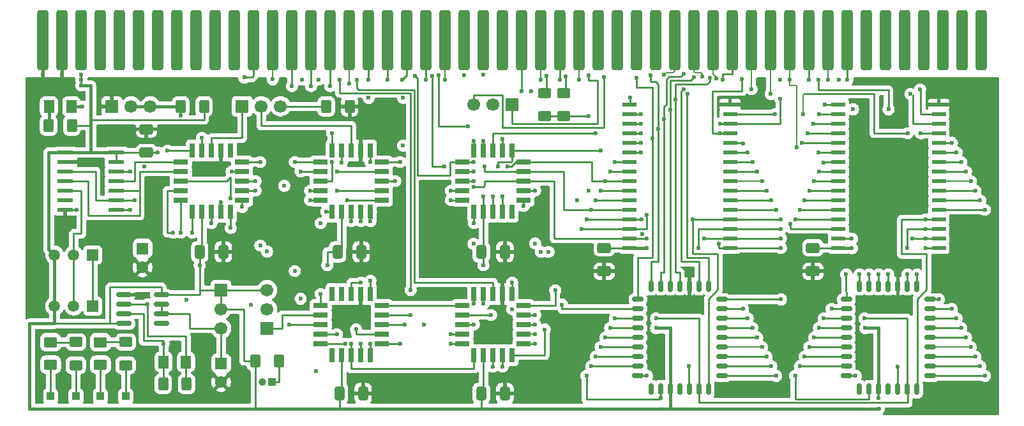
<source format=gtl>
%TF.GenerationSoftware,KiCad,Pcbnew,9.0.5*%
%TF.CreationDate,2025-11-01T11:45:05+01:00*%
%TF.ProjectId,Amiga500 Actionreplay 5,416d6967-6135-4303-9020-416374696f6e,rev?*%
%TF.SameCoordinates,Original*%
%TF.FileFunction,Copper,L1,Top*%
%TF.FilePolarity,Positive*%
%FSLAX46Y46*%
G04 Gerber Fmt 4.6, Leading zero omitted, Abs format (unit mm)*
G04 Created by KiCad (PCBNEW 9.0.5) date 2025-11-01 11:45:05*
%MOMM*%
%LPD*%
G01*
G04 APERTURE LIST*
G04 Aperture macros list*
%AMRoundRect*
0 Rectangle with rounded corners*
0 $1 Rounding radius*
0 $2 $3 $4 $5 $6 $7 $8 $9 X,Y pos of 4 corners*
0 Add a 4 corners polygon primitive as box body*
4,1,4,$2,$3,$4,$5,$6,$7,$8,$9,$2,$3,0*
0 Add four circle primitives for the rounded corners*
1,1,$1+$1,$2,$3*
1,1,$1+$1,$4,$5*
1,1,$1+$1,$6,$7*
1,1,$1+$1,$8,$9*
0 Add four rect primitives between the rounded corners*
20,1,$1+$1,$2,$3,$4,$5,0*
20,1,$1+$1,$4,$5,$6,$7,0*
20,1,$1+$1,$6,$7,$8,$9,0*
20,1,$1+$1,$8,$9,$2,$3,0*%
G04 Aperture macros list end*
%TA.AperFunction,SMDPad,CuDef*%
%ADD10R,1.866900X0.558800*%
%TD*%
%TA.AperFunction,SMDPad,CuDef*%
%ADD11R,2.159000X0.558800*%
%TD*%
%TA.AperFunction,SMDPad,CuDef*%
%ADD12R,0.700000X1.925000*%
%TD*%
%TA.AperFunction,SMDPad,CuDef*%
%ADD13R,1.925000X0.700000*%
%TD*%
%TA.AperFunction,ComponentPad*%
%ADD14R,1.500000X1.500000*%
%TD*%
%TA.AperFunction,ComponentPad*%
%ADD15C,1.500000*%
%TD*%
%TA.AperFunction,ComponentPad*%
%ADD16RoundRect,0.250000X-0.550000X0.550000X-0.550000X-0.550000X0.550000X-0.550000X0.550000X0.550000X0*%
%TD*%
%TA.AperFunction,ComponentPad*%
%ADD17C,1.600000*%
%TD*%
%TA.AperFunction,SMDPad,CuDef*%
%ADD18RoundRect,0.150000X-0.825000X-0.150000X0.825000X-0.150000X0.825000X0.150000X-0.825000X0.150000X0*%
%TD*%
%TA.AperFunction,SMDPad,CuDef*%
%ADD19RoundRect,0.250000X-0.625000X0.400000X-0.625000X-0.400000X0.625000X-0.400000X0.625000X0.400000X0*%
%TD*%
%TA.AperFunction,ComponentPad*%
%ADD20R,1.700000X1.700000*%
%TD*%
%TA.AperFunction,ComponentPad*%
%ADD21C,1.700000*%
%TD*%
%TA.AperFunction,SMDPad,CuDef*%
%ADD22RoundRect,0.250000X-0.412500X-0.650000X0.412500X-0.650000X0.412500X0.650000X-0.412500X0.650000X0*%
%TD*%
%TA.AperFunction,SMDPad,CuDef*%
%ADD23RoundRect,0.250000X0.650000X-0.412500X0.650000X0.412500X-0.650000X0.412500X-0.650000X-0.412500X0*%
%TD*%
%TA.AperFunction,SMDPad,CuDef*%
%ADD24RoundRect,0.250001X0.624999X-0.462499X0.624999X0.462499X-0.624999X0.462499X-0.624999X-0.462499X0*%
%TD*%
%TA.AperFunction,SMDPad,CuDef*%
%ADD25R,1.000000X1.000000*%
%TD*%
%TA.AperFunction,SMDPad,CuDef*%
%ADD26RoundRect,0.250000X-0.400000X-0.625000X0.400000X-0.625000X0.400000X0.625000X-0.400000X0.625000X0*%
%TD*%
%TA.AperFunction,SMDPad,CuDef*%
%ADD27RoundRect,0.250001X0.462499X0.624999X-0.462499X0.624999X-0.462499X-0.624999X0.462499X-0.624999X0*%
%TD*%
%TA.AperFunction,SMDPad,CuDef*%
%ADD28RoundRect,0.250000X0.400000X0.625000X-0.400000X0.625000X-0.400000X-0.625000X0.400000X-0.625000X0*%
%TD*%
%TA.AperFunction,ComponentPad*%
%ADD29R,1.000000X1.000000*%
%TD*%
%TA.AperFunction,ComponentPad*%
%ADD30C,1.000000*%
%TD*%
%TA.AperFunction,SMDPad,CuDef*%
%ADD31RoundRect,0.150000X0.150000X0.587500X-0.150000X0.587500X-0.150000X-0.587500X0.150000X-0.587500X0*%
%TD*%
%TA.AperFunction,SMDPad,CuDef*%
%ADD32RoundRect,0.150000X0.587500X0.150000X-0.587500X0.150000X-0.587500X-0.150000X0.587500X-0.150000X0*%
%TD*%
%TA.AperFunction,SMDPad,CuDef*%
%ADD33RoundRect,0.381000X0.381000X-3.619000X0.381000X3.619000X-0.381000X3.619000X-0.381000X-3.619000X0*%
%TD*%
%TA.AperFunction,ViaPad*%
%ADD34C,0.600000*%
%TD*%
%TA.AperFunction,Conductor*%
%ADD35C,0.254000*%
%TD*%
%TA.AperFunction,Conductor*%
%ADD36C,0.400000*%
%TD*%
%TA.AperFunction,Conductor*%
%ADD37C,0.200000*%
%TD*%
G04 APERTURE END LIST*
D10*
%TO.P,U10,1,A17*%
%TO.N,/A18*%
X205742918Y-57244400D03*
%TO.P,U10,2,A16*%
%TO.N,/A17*%
X205742918Y-55974400D03*
%TO.P,U10,3,A14*%
%TO.N,/A15*%
X205742918Y-54704400D03*
%TO.P,U10,4,A12*%
%TO.N,/A13*%
X205742918Y-53434400D03*
%TO.P,U10,5,A7*%
%TO.N,/A8*%
X205742918Y-52164400D03*
%TO.P,U10,6,A6*%
%TO.N,/A7*%
X205742918Y-50894400D03*
%TO.P,U10,7,A5*%
%TO.N,/A6*%
X205742918Y-49624400D03*
%TO.P,U10,8,A4*%
%TO.N,/A5*%
X205742918Y-48354400D03*
%TO.P,U10,9,A3*%
%TO.N,/A4*%
X205742918Y-47084400D03*
%TO.P,U10,10,A2*%
%TO.N,/A3*%
X205742918Y-45814400D03*
%TO.P,U10,11,A1*%
%TO.N,/A2*%
X205742918Y-44544400D03*
%TO.P,U10,12,A0*%
%TO.N,/A1*%
X205742918Y-43274400D03*
%TO.P,U10,13,I/O0*%
%TO.N,/D8*%
X205742918Y-42004400D03*
%TO.P,U10,14,I/O1*%
%TO.N,/D9*%
X205742918Y-40734400D03*
%TO.P,U10,15,I/O2*%
%TO.N,/D10*%
X205742918Y-39464400D03*
%TO.P,U10,16,GND*%
%TO.N,GND*%
X205742918Y-38194400D03*
%TO.P,U10,17,I/O3*%
%TO.N,/D11*%
X192446018Y-38194400D03*
%TO.P,U10,18,I/O4*%
%TO.N,/D12*%
X192446018Y-39464400D03*
%TO.P,U10,19,I/O5*%
%TO.N,/D13*%
X192446018Y-40734400D03*
%TO.P,U10,20,I/O6*%
%TO.N,/D14*%
X192446018Y-42004400D03*
%TO.P,U10,21,I/O7*%
%TO.N,/D15*%
X192446018Y-43274400D03*
%TO.P,U10,22,~{CE}*%
%TO.N,Net-(U10-~{CE})*%
X192446018Y-44544400D03*
%TO.P,U10,23,A10*%
%TO.N,/A11*%
X192446018Y-45814400D03*
%TO.P,U10,24,~{OE}*%
%TO.N,/~{OE}*%
X192446018Y-47084400D03*
%TO.P,U10,25,A11*%
%TO.N,/A12*%
X192446018Y-48354400D03*
%TO.P,U10,26,A9*%
%TO.N,/A10*%
X192446018Y-49624400D03*
%TO.P,U10,27,A8*%
%TO.N,/A9*%
X192446018Y-50894400D03*
%TO.P,U10,28,A13*%
%TO.N,/A14*%
X192446018Y-52164400D03*
%TO.P,U10,29,~{WE}*%
%TO.N,/R_W*%
X192446018Y-53434400D03*
%TO.P,U10,30,A18*%
%TO.N,/A19*%
X192446018Y-54704400D03*
%TO.P,U10,31,A15*%
%TO.N,/A16*%
X192446018Y-55974400D03*
%TO.P,U10,32,VDD*%
%TO.N,+5V*%
X192446018Y-57244400D03*
%TD*%
D11*
%TO.P,U6,1,~{R}*%
%TO.N,+5V*%
X89911800Y-44544400D03*
%TO.P,U6,2,D*%
%TO.N,GND*%
X89911800Y-45814400D03*
%TO.P,U6,3,C*%
%TO.N,Net-(U5-I7)*%
X89911800Y-47084400D03*
%TO.P,U6,4,~{S}*%
%TO.N,Net-(U5-IO5)*%
X89911800Y-48354400D03*
%TO.P,U6,5,Q*%
%TO.N,Net-(Q1-G)*%
X89911800Y-49624400D03*
%TO.P,U6,6,~{Q}*%
%TO.N,unconnected-(U6A-~{Q}-Pad6)*%
X89911800Y-50894400D03*
%TO.P,U6,7,GND*%
%TO.N,GND*%
X89911800Y-52164400D03*
%TO.P,U6,8,~{Q}*%
%TO.N,Net-(U6B-D)*%
X96668200Y-52164400D03*
%TO.P,U6,9,Q*%
%TO.N,Net-(U5-I7)*%
X96668200Y-50894400D03*
%TO.P,U6,10,~{S}*%
%TO.N,Net-(U5-IO5)*%
X96668200Y-49624400D03*
%TO.P,U6,11,C*%
%TO.N,Net-(U5-IO6)*%
X96668200Y-48354400D03*
%TO.P,U6,12,D*%
%TO.N,Net-(U6B-D)*%
X96668200Y-47084400D03*
%TO.P,U6,13,~{R}*%
%TO.N,+5V*%
X96668200Y-45814400D03*
%TO.P,U6,14,VCC*%
X96668200Y-44544400D03*
%TD*%
D12*
%TO.P,U4,1,I1/CLK*%
%TO.N,Net-(U2-IO1)*%
X127822500Y-52406900D03*
%TO.P,U4,2,I2*%
%TO.N,Net-(U2-IO7)*%
X129092500Y-52406900D03*
%TO.P,U4,3,I3*%
%TO.N,Net-(U2-IO8)*%
X130362500Y-52406900D03*
D13*
%TO.P,U4,4,I4*%
%TO.N,Net-(U3-IO2)*%
X131875000Y-50894400D03*
%TO.P,U4,5,I5*%
%TO.N,Net-(U3-I03)*%
X131875000Y-49624400D03*
%TO.P,U4,6,I6*%
%TO.N,/~{OE}*%
X131875000Y-48354400D03*
%TO.P,U4,7,I7*%
%TO.N,/~{AS}*%
X131875000Y-47084400D03*
%TO.P,U4,8,I8*%
%TO.N,/~{UDS}*%
X131875000Y-45814400D03*
D12*
%TO.P,U4,9,I9*%
%TO.N,/~{LDS}*%
X130362500Y-44301900D03*
%TO.P,U4,10,GND*%
%TO.N,GND*%
X129092500Y-44301900D03*
%TO.P,U4,11,I10/~{OE}*%
%TO.N,Net-(JP1-C)*%
X127822500Y-44301900D03*
%TO.P,U4,12,IO8*%
%TO.N,Net-(U4-IO8)*%
X126552500Y-44301900D03*
%TO.P,U4,13,IO7*%
%TO.N,Net-(U2-I8)*%
X125282500Y-44301900D03*
D13*
%TO.P,U4,14,IO6*%
%TO.N,Net-(U2-I9)*%
X123770000Y-45814400D03*
%TO.P,U4,15,IO5*%
%TO.N,Net-(U4-IO5)*%
X123770000Y-47084400D03*
%TO.P,U4,16,IO4*%
%TO.N,Net-(U4-IO4)*%
X123770000Y-48354400D03*
%TO.P,U4,17,I03*%
%TO.N,/D0*%
X123770000Y-49624400D03*
%TO.P,U4,18,IO2*%
%TO.N,/D1*%
X123770000Y-50894400D03*
D12*
%TO.P,U4,19,IO1*%
%TO.N,Net-(U10-~{CE})*%
X125282500Y-52406900D03*
%TO.P,U4,20,VCC*%
%TO.N,+5V*%
X126552500Y-52406900D03*
%TD*%
D14*
%TO.P,Q1,1,D*%
%TO.N,Net-(JP3-C)*%
X93544000Y-58154400D03*
D15*
%TO.P,Q1,2,G*%
%TO.N,Net-(Q1-G)*%
X91004000Y-58154400D03*
%TO.P,Q1,3,S*%
%TO.N,+5V*%
X88464000Y-58154400D03*
%TD*%
D16*
%TO.P,C6,1*%
%TO.N,Net-(D3-K)*%
X100148000Y-57309288D03*
D17*
%TO.P,C6,2*%
%TO.N,GND*%
X100148000Y-59809288D03*
%TD*%
D18*
%TO.P,U11,1,GND*%
%TO.N,GND*%
X97673000Y-63467400D03*
%TO.P,U11,2,TR*%
%TO.N,Net-(D3-K)*%
X97673000Y-64737400D03*
%TO.P,U11,3,Q*%
%TO.N,Net-(D3-A)*%
X97673000Y-66007400D03*
%TO.P,U11,4,R*%
%TO.N,+5V*%
X97673000Y-67277400D03*
%TO.P,U11,5,CV*%
%TO.N,unconnected-(U11-CV-Pad5)*%
X102623000Y-67277400D03*
%TO.P,U11,6,THR*%
%TO.N,Net-(U11-DIS)*%
X102623000Y-66007400D03*
%TO.P,U11,7,DIS*%
X102623000Y-64737400D03*
%TO.P,U11,8,VCC*%
%TO.N,+5V*%
X102623000Y-63467400D03*
%TD*%
D19*
%TO.P,R1,1*%
%TO.N,Net-(D4-A)*%
X91306000Y-69709400D03*
%TO.P,R1,2*%
%TO.N,Net-(R1-Pad2)*%
X91306000Y-72809400D03*
%TD*%
D12*
%TO.P,U5,1,I1/CLK*%
%TO.N,/~{AS}*%
X109280500Y-52406900D03*
%TO.P,U5,2,I2*%
%TO.N,/R_W*%
X110550500Y-52406900D03*
%TO.P,U5,3,I3*%
%TO.N,Net-(Q1-G)*%
X111820500Y-52406900D03*
D13*
%TO.P,U5,4,I4*%
%TO.N,Net-(JP2-C)*%
X113333000Y-50894400D03*
%TO.P,U5,5,I5*%
%TO.N,Net-(D3-A)*%
X113333000Y-49624400D03*
%TO.P,U5,6,I6*%
%TO.N,Net-(D1-K)*%
X113333000Y-48354400D03*
%TO.P,U5,7,I7*%
%TO.N,Net-(U5-I7)*%
X113333000Y-47084400D03*
%TO.P,U5,8,I8*%
%TO.N,/~{RST}*%
X113333000Y-45814400D03*
D12*
%TO.P,U5,9,I9*%
%TO.N,unconnected-(U5-I9-Pad9)*%
X111820500Y-44301900D03*
%TO.P,U5,10,GND*%
%TO.N,GND*%
X110550500Y-44301900D03*
%TO.P,U5,11,I10/~{OE}*%
%TO.N,Net-(JP1-A)*%
X109280500Y-44301900D03*
%TO.P,U5,12,IO8*%
%TO.N,/~{OE}*%
X108010500Y-44301900D03*
%TO.P,U5,13,IO7*%
%TO.N,Net-(U3-I5)*%
X106740500Y-44301900D03*
D13*
%TO.P,U5,14,IO6*%
%TO.N,Net-(U5-IO6)*%
X105228000Y-45814400D03*
%TO.P,U5,15,IO5*%
%TO.N,Net-(U5-IO5)*%
X105228000Y-47084400D03*
%TO.P,U5,16,IO4*%
%TO.N,/~{HLT}*%
X105228000Y-48354400D03*
%TO.P,U5,17,I03*%
%TO.N,/~{IPL0}*%
X105228000Y-49624400D03*
%TO.P,U5,18,IO2*%
%TO.N,/~{IPL1}*%
X105228000Y-50894400D03*
D12*
%TO.P,U5,19,IO1*%
%TO.N,/~{IPL2}*%
X106740500Y-52406900D03*
%TO.P,U5,20,VCC*%
%TO.N,+5V*%
X108010500Y-52406900D03*
%TD*%
D19*
%TO.P,R9,1*%
%TO.N,/~{RST}*%
X153488000Y-36644400D03*
%TO.P,R9,2*%
%TO.N,+5V*%
X153488000Y-39744400D03*
%TD*%
D20*
%TO.P,JP1,1,A*%
%TO.N,Net-(JP1-A)*%
X113356000Y-38423400D03*
D21*
%TO.P,JP1,2,C*%
%TO.N,Net-(JP1-C)*%
X115896000Y-38423400D03*
%TO.P,JP1,3,B*%
%TO.N,Net-(JP1-B)*%
X118436000Y-38423400D03*
%TD*%
D22*
%TO.P,C8,1*%
%TO.N,+5V*%
X145067500Y-76548400D03*
%TO.P,C8,2*%
%TO.N,GND*%
X148192500Y-76548400D03*
%TD*%
D19*
%TO.P,R7,1*%
%TO.N,Net-(D2-A)*%
X97910000Y-69709400D03*
%TO.P,R7,2*%
%TO.N,Net-(R7-Pad2)*%
X97910000Y-72809400D03*
%TD*%
D23*
%TO.P,C10,1*%
%TO.N,GND*%
X189048000Y-60330900D03*
%TO.P,C10,2*%
%TO.N,+5V*%
X189048000Y-57205900D03*
%TD*%
D19*
%TO.P,R10,1*%
%TO.N,/~{HLT}*%
X156028000Y-36644400D03*
%TO.P,R10,2*%
%TO.N,+5V*%
X156028000Y-39744400D03*
%TD*%
D24*
%TO.P,D4,1,K*%
%TO.N,Net-(D4-K)*%
X87956000Y-72724400D03*
%TO.P,D4,2,A*%
%TO.N,Net-(D4-A)*%
X87956000Y-69749400D03*
%TD*%
D22*
%TO.P,C7,1*%
%TO.N,+5V*%
X145067500Y-57752400D03*
%TO.P,C7,2*%
%TO.N,GND*%
X148192500Y-57752400D03*
%TD*%
D23*
%TO.P,C4,1*%
%TO.N,GND*%
X161362000Y-60330900D03*
%TO.P,C4,2*%
%TO.N,+5V*%
X161362000Y-57205900D03*
%TD*%
D25*
%TO.P,TP2,1,1*%
%TO.N,Net-(R1-Pad2)*%
X91306000Y-76929400D03*
%TD*%
D26*
%TO.P,R5,1*%
%TO.N,Net-(D3-A)*%
X102882500Y-75278400D03*
%TO.P,R5,2*%
%TO.N,Net-(D3-K)*%
X105982500Y-75278400D03*
%TD*%
%TO.P,R6,1*%
%TO.N,+5V*%
X115108000Y-72230400D03*
%TO.P,R6,2*%
%TO.N,Net-(SW1-Pin_1)*%
X118208000Y-72230400D03*
%TD*%
D25*
%TO.P,TP1,1,1*%
%TO.N,Net-(R7-Pad2)*%
X97910000Y-76929400D03*
%TD*%
D12*
%TO.P,U3,1,I1/CLK*%
%TO.N,Net-(U2-IO1)*%
X127822500Y-71456900D03*
%TO.P,U3,2,I2*%
%TO.N,Net-(U2-IO7)*%
X129092500Y-71456900D03*
%TO.P,U3,3,I3*%
%TO.N,Net-(U2-IO8)*%
X130362500Y-71456900D03*
D13*
%TO.P,U3,4,I4*%
%TO.N,/~{UDS}*%
X131875000Y-69944400D03*
%TO.P,U3,5,I5*%
%TO.N,Net-(U3-I5)*%
X131875000Y-68674400D03*
%TO.P,U3,6,I6*%
%TO.N,Net-(SW1-Pin_1)*%
X131875000Y-67404400D03*
%TO.P,U3,7,I7*%
%TO.N,/~{FC0}*%
X131875000Y-66134400D03*
%TO.P,U3,8,I8*%
%TO.N,Net-(U2-IO6)*%
X131875000Y-64864400D03*
D12*
%TO.P,U3,9,I9*%
%TO.N,/~{OE}*%
X130362500Y-63351900D03*
%TO.P,U3,10,GND*%
%TO.N,GND*%
X129092500Y-63351900D03*
%TO.P,U3,11,I10/~{OE}*%
%TO.N,/~{LDS}*%
X127822500Y-63351900D03*
%TO.P,U3,12,IO8*%
%TO.N,unconnected-(U3-IO8-Pad12)*%
X126552500Y-63351900D03*
%TO.P,U3,13,IO7*%
%TO.N,unconnected-(U3-IO7-Pad13)*%
X125282500Y-63351900D03*
D13*
%TO.P,U3,14,IO6*%
%TO.N,/~{AS}*%
X123770000Y-64864400D03*
%TO.P,U3,15,IO5*%
%TO.N,Net-(JP2-A)*%
X123770000Y-66134400D03*
%TO.P,U3,16,IO4*%
%TO.N,Net-(JP1-A)*%
X123770000Y-67404400D03*
%TO.P,U3,17,I03*%
%TO.N,Net-(U3-I03)*%
X123770000Y-68674400D03*
%TO.P,U3,18,IO2*%
%TO.N,Net-(U3-IO2)*%
X123770000Y-69944400D03*
D12*
%TO.P,U3,19,IO1*%
%TO.N,unconnected-(U3-IO1-Pad19)*%
X125282500Y-71456900D03*
%TO.P,U3,20,VCC*%
%TO.N,+5V*%
X126552500Y-71456900D03*
%TD*%
D22*
%TO.P,C9,1*%
%TO.N,+5V*%
X107718000Y-57752400D03*
%TO.P,C9,2*%
%TO.N,GND*%
X110843000Y-57752400D03*
%TD*%
D26*
%TO.P,R3,1*%
%TO.N,Net-(D1-A)*%
X87676000Y-40988400D03*
%TO.P,R3,2*%
%TO.N,+5V*%
X90776000Y-40988400D03*
%TD*%
D27*
%TO.P,D1,1,K*%
%TO.N,Net-(D1-K)*%
X90713500Y-38448400D03*
%TO.P,D1,2,A*%
%TO.N,Net-(D1-A)*%
X87738500Y-38448400D03*
%TD*%
D25*
%TO.P,TP4,1,1*%
%TO.N,Net-(D2-K)*%
X94560000Y-76929400D03*
%TD*%
D28*
%TO.P,R8,1*%
%TO.N,GND*%
X127606000Y-38448400D03*
%TO.P,R8,2*%
%TO.N,Net-(JP1-B)*%
X124506000Y-38448400D03*
%TD*%
D22*
%TO.P,C2,1*%
%TO.N,+5V*%
X126260000Y-76548400D03*
%TO.P,C2,2*%
%TO.N,GND*%
X129385000Y-76548400D03*
%TD*%
D20*
%TO.P,SW2,1,Pin_1*%
%TO.N,GND*%
X96084000Y-38448400D03*
D21*
%TO.P,SW2,2,Pin_2*%
%TO.N,Net-(D1-K)*%
X98624000Y-38448400D03*
%TO.P,SW2,3,Pin_3*%
X101164000Y-38448400D03*
%TD*%
D25*
%TO.P,TP3,1,1*%
%TO.N,Net-(D4-K)*%
X87956000Y-76929400D03*
%TD*%
D20*
%TO.P,JP3,1,A*%
%TO.N,/A22*%
X149170000Y-38194400D03*
D21*
%TO.P,JP3,2,C*%
%TO.N,Net-(JP3-C)*%
X146630000Y-38194400D03*
%TO.P,JP3,3,B*%
%TO.N,/A23*%
X144090000Y-38194400D03*
%TD*%
D12*
%TO.P,U2,1,I1/CLK*%
%TO.N,/A8*%
X146630000Y-71456900D03*
%TO.P,U2,2,I2*%
%TO.N,/A7*%
X147900000Y-71456900D03*
%TO.P,U2,3,I3*%
%TO.N,/A4*%
X149170000Y-71456900D03*
D13*
%TO.P,U2,4,I4*%
%TO.N,/A6*%
X150682500Y-69944400D03*
%TO.P,U2,5,I5*%
%TO.N,/A5*%
X150682500Y-68674400D03*
%TO.P,U2,6,I6*%
%TO.N,/A3*%
X150682500Y-67404400D03*
%TO.P,U2,7,I7*%
%TO.N,/A2*%
X150682500Y-66134400D03*
%TO.P,U2,8,I8*%
%TO.N,Net-(U2-I8)*%
X150682500Y-64864400D03*
D12*
%TO.P,U2,9,I9*%
%TO.N,Net-(U2-I9)*%
X149170000Y-63351900D03*
%TO.P,U2,10,GND*%
%TO.N,GND*%
X147900000Y-63351900D03*
%TO.P,U2,11,I10/~{OE}*%
%TO.N,/~{FC1}*%
X146630000Y-63351900D03*
%TO.P,U2,12,IO8*%
%TO.N,Net-(U2-IO8)*%
X145360000Y-63351900D03*
%TO.P,U2,13,IO7*%
%TO.N,Net-(U2-IO7)*%
X144090000Y-63351900D03*
D13*
%TO.P,U2,14,IO6*%
%TO.N,Net-(U2-IO6)*%
X142577500Y-64864400D03*
%TO.P,U2,15,IO5*%
%TO.N,/A1*%
X142577500Y-66134400D03*
%TO.P,U2,16,IO4*%
%TO.N,Net-(U1-IO1)*%
X142577500Y-67404400D03*
%TO.P,U2,17,I03*%
%TO.N,Net-(U1-IO2)*%
X142577500Y-68674400D03*
%TO.P,U2,18,IO2*%
%TO.N,Net-(U1-IO8)*%
X142577500Y-69944400D03*
D12*
%TO.P,U2,19,IO1*%
%TO.N,Net-(U2-IO1)*%
X144090000Y-71456900D03*
%TO.P,U2,20,VCC*%
%TO.N,+5V*%
X145360000Y-71456900D03*
%TD*%
D14*
%TO.P,Q2,1,D*%
%TO.N,Net-(JP3-C)*%
X93544000Y-64947400D03*
D15*
%TO.P,Q2,2,G*%
%TO.N,Net-(Q1-G)*%
X91004000Y-64947400D03*
%TO.P,Q2,3,S*%
%TO.N,+5V*%
X88464000Y-64947400D03*
%TD*%
D29*
%TO.P,SW1,1,Pin_1*%
%TO.N,Net-(SW1-Pin_1)*%
X117293000Y-75024400D03*
D30*
%TO.P,SW1,2,Pin_2*%
%TO.N,GND*%
X116023000Y-75024400D03*
%TD*%
D10*
%TO.P,U8,1,A17*%
%TO.N,/A18*%
X178056918Y-57244400D03*
%TO.P,U8,2,A16*%
%TO.N,/A17*%
X178056918Y-55974400D03*
%TO.P,U8,3,A14*%
%TO.N,/A15*%
X178056918Y-54704400D03*
%TO.P,U8,4,A12*%
%TO.N,/A13*%
X178056918Y-53434400D03*
%TO.P,U8,5,A7*%
%TO.N,/A8*%
X178056918Y-52164400D03*
%TO.P,U8,6,A6*%
%TO.N,/A7*%
X178056918Y-50894400D03*
%TO.P,U8,7,A5*%
%TO.N,/A6*%
X178056918Y-49624400D03*
%TO.P,U8,8,A4*%
%TO.N,/A5*%
X178056918Y-48354400D03*
%TO.P,U8,9,A3*%
%TO.N,/A4*%
X178056918Y-47084400D03*
%TO.P,U8,10,A2*%
%TO.N,/A3*%
X178056918Y-45814400D03*
%TO.P,U8,11,A1*%
%TO.N,/A2*%
X178056918Y-44544400D03*
%TO.P,U8,12,A0*%
%TO.N,/A1*%
X178056918Y-43274400D03*
%TO.P,U8,13,I/O0*%
%TO.N,/D0*%
X178056918Y-42004400D03*
%TO.P,U8,14,I/O1*%
%TO.N,/D1*%
X178056918Y-40734400D03*
%TO.P,U8,15,I/O2*%
%TO.N,/D2*%
X178056918Y-39464400D03*
%TO.P,U8,16,GND*%
%TO.N,GND*%
X178056918Y-38194400D03*
%TO.P,U8,17,I/O3*%
%TO.N,/D3*%
X164760018Y-38194400D03*
%TO.P,U8,18,I/O4*%
%TO.N,/D4*%
X164760018Y-39464400D03*
%TO.P,U8,19,I/O5*%
%TO.N,/D5*%
X164760018Y-40734400D03*
%TO.P,U8,20,I/O6*%
%TO.N,/D6*%
X164760018Y-42004400D03*
%TO.P,U8,21,I/O7*%
%TO.N,/D7*%
X164760018Y-43274400D03*
%TO.P,U8,22,~{CE}*%
%TO.N,Net-(U4-IO4)*%
X164760018Y-44544400D03*
%TO.P,U8,23,A10*%
%TO.N,/A11*%
X164760018Y-45814400D03*
%TO.P,U8,24,~{OE}*%
%TO.N,/~{OE}*%
X164760018Y-47084400D03*
%TO.P,U8,25,A11*%
%TO.N,/A12*%
X164760018Y-48354400D03*
%TO.P,U8,26,A9*%
%TO.N,/A10*%
X164760018Y-49624400D03*
%TO.P,U8,27,A8*%
%TO.N,/A9*%
X164760018Y-50894400D03*
%TO.P,U8,28,A13*%
%TO.N,/A14*%
X164760018Y-52164400D03*
%TO.P,U8,29,~{WE}*%
%TO.N,/R_W*%
X164760018Y-53434400D03*
%TO.P,U8,30,A18*%
%TO.N,/A19*%
X164760018Y-54704400D03*
%TO.P,U8,31,A15*%
%TO.N,/A16*%
X164760018Y-55974400D03*
%TO.P,U8,32,VDD*%
%TO.N,+5V*%
X164760018Y-57244400D03*
%TD*%
D31*
%TO.P,U9,1,NC_1*%
%TO.N,unconnected-(U9-NC_1-Pad1)*%
X171408468Y-75978400D03*
%TO.P,U9,2,A16*%
%TO.N,/A17*%
X172678468Y-75978400D03*
%TO.P,U9,3,A15*%
%TO.N,/A16*%
X173948468Y-75978400D03*
%TO.P,U9,4,A12*%
%TO.N,/A13*%
X175218468Y-75978400D03*
D32*
%TO.P,U9,5,A7*%
%TO.N,/A8*%
X176970968Y-74220900D03*
%TO.P,U9,6,A6*%
%TO.N,/A7*%
X176970968Y-72950900D03*
%TO.P,U9,7,A5*%
%TO.N,/A6*%
X176970968Y-71680900D03*
%TO.P,U9,8,A4*%
%TO.N,/A5*%
X176970968Y-70410900D03*
%TO.P,U9,9,A3*%
%TO.N,/A4*%
X176970968Y-69140900D03*
%TO.P,U9,10,A2*%
%TO.N,/A3*%
X176970968Y-67870900D03*
%TO.P,U9,11,A1*%
%TO.N,/A2*%
X176970968Y-66600900D03*
%TO.P,U9,12,A0*%
%TO.N,/A1*%
X176970968Y-65330900D03*
%TO.P,U9,13,I/O0*%
%TO.N,/D8*%
X176970968Y-64060900D03*
D31*
%TO.P,U9,14,I/O1*%
%TO.N,/D9*%
X175218468Y-62303400D03*
%TO.P,U9,15,I/O2*%
%TO.N,/D10*%
X173948468Y-62303400D03*
%TO.P,U9,16,GND*%
%TO.N,GND*%
X172678468Y-62303400D03*
%TO.P,U9,17,I/O3*%
%TO.N,/D11*%
X171408468Y-62303400D03*
%TO.P,U9,18,I/O4*%
%TO.N,/D12*%
X170138468Y-62303400D03*
%TO.P,U9,19,I/O5*%
%TO.N,/D13*%
X168868468Y-62303400D03*
%TO.P,U9,20,I/O6*%
%TO.N,/D14*%
X167598468Y-62303400D03*
D32*
%TO.P,U9,21,I/O7*%
%TO.N,/D15*%
X165845968Y-64060900D03*
%TO.P,U9,22,~{CE}*%
%TO.N,Net-(U4-IO5)*%
X165845968Y-65330900D03*
%TO.P,U9,23,A10*%
%TO.N,/A11*%
X165845968Y-66600900D03*
%TO.P,U9,24,~{OE}*%
%TO.N,/~{OE}*%
X165845968Y-67870900D03*
%TO.P,U9,25,A11*%
%TO.N,/A12*%
X165845968Y-69140900D03*
%TO.P,U9,26,A9*%
%TO.N,/A10*%
X165845968Y-70410900D03*
%TO.P,U9,27,A8*%
%TO.N,/A9*%
X165845968Y-71680900D03*
%TO.P,U9,28,A13*%
%TO.N,/A14*%
X165845968Y-72950900D03*
%TO.P,U9,29,A14*%
%TO.N,/A15*%
X165845968Y-74220900D03*
D31*
%TO.P,U9,30,NC_2*%
%TO.N,unconnected-(U9-NC_2-Pad30)*%
X167598468Y-75978400D03*
%TO.P,U9,31,~{WE}*%
%TO.N,/R_W*%
X168868468Y-75978400D03*
%TO.P,U9,32,VCC*%
%TO.N,+5V*%
X170138468Y-75978400D03*
%TD*%
D26*
%TO.P,R4,1*%
%TO.N,Net-(D1-K)*%
X105202000Y-38448400D03*
%TO.P,R4,2*%
%TO.N,+5V*%
X108302000Y-38448400D03*
%TD*%
D27*
%TO.P,D3,1,K*%
%TO.N,Net-(D3-K)*%
X105897500Y-72380400D03*
%TO.P,D3,2,A*%
%TO.N,Net-(D3-A)*%
X102922500Y-72380400D03*
%TD*%
D31*
%TO.P,U7,1,NC_1*%
%TO.N,unconnected-(U7-NC_1-Pad1)*%
X199050018Y-75978400D03*
%TO.P,U7,2,A16*%
%TO.N,/A17*%
X200320018Y-75978400D03*
%TO.P,U7,3,A15*%
%TO.N,/A16*%
X201590018Y-75978400D03*
%TO.P,U7,4,A12*%
%TO.N,/A13*%
X202860018Y-75978400D03*
D32*
%TO.P,U7,5,A7*%
%TO.N,/A8*%
X204612518Y-74220900D03*
%TO.P,U7,6,A6*%
%TO.N,/A7*%
X204612518Y-72950900D03*
%TO.P,U7,7,A5*%
%TO.N,/A6*%
X204612518Y-71680900D03*
%TO.P,U7,8,A4*%
%TO.N,/A5*%
X204612518Y-70410900D03*
%TO.P,U7,9,A3*%
%TO.N,/A4*%
X204612518Y-69140900D03*
%TO.P,U7,10,A2*%
%TO.N,/A3*%
X204612518Y-67870900D03*
%TO.P,U7,11,A1*%
%TO.N,/A2*%
X204612518Y-66600900D03*
%TO.P,U7,12,A0*%
%TO.N,/A1*%
X204612518Y-65330900D03*
%TO.P,U7,13,I/O0*%
%TO.N,/D0*%
X204612518Y-64060900D03*
D31*
%TO.P,U7,14,I/O1*%
%TO.N,/D1*%
X202860018Y-62303400D03*
%TO.P,U7,15,I/O2*%
%TO.N,/D2*%
X201590018Y-62303400D03*
%TO.P,U7,16,GND*%
%TO.N,GND*%
X200320018Y-62303400D03*
%TO.P,U7,17,I/O3*%
%TO.N,/D3*%
X199050018Y-62303400D03*
%TO.P,U7,18,I/O4*%
%TO.N,/D4*%
X197780018Y-62303400D03*
%TO.P,U7,19,I/O5*%
%TO.N,/D5*%
X196510018Y-62303400D03*
%TO.P,U7,20,I/O6*%
%TO.N,/D6*%
X195240018Y-62303400D03*
D32*
%TO.P,U7,21,I/O7*%
%TO.N,/D7*%
X193487518Y-64060900D03*
%TO.P,U7,22,~{CE}*%
%TO.N,Net-(U4-IO8)*%
X193487518Y-65330900D03*
%TO.P,U7,23,A10*%
%TO.N,/A11*%
X193487518Y-66600900D03*
%TO.P,U7,24,~{OE}*%
%TO.N,/~{OE}*%
X193487518Y-67870900D03*
%TO.P,U7,25,A11*%
%TO.N,/A12*%
X193487518Y-69140900D03*
%TO.P,U7,26,A9*%
%TO.N,/A10*%
X193487518Y-70410900D03*
%TO.P,U7,27,A8*%
%TO.N,/A9*%
X193487518Y-71680900D03*
%TO.P,U7,28,A13*%
%TO.N,/A14*%
X193487518Y-72950900D03*
%TO.P,U7,29,A14*%
%TO.N,/A15*%
X193487518Y-74220900D03*
D31*
%TO.P,U7,30,NC_2*%
%TO.N,unconnected-(U7-NC_2-Pad30)*%
X195240018Y-75978400D03*
%TO.P,U7,31,~{WE}*%
%TO.N,/R_W*%
X196510018Y-75978400D03*
%TO.P,U7,32,VCC*%
%TO.N,+5V*%
X197780018Y-75978400D03*
%TD*%
D20*
%TO.P,VR1,1,Pin_1*%
%TO.N,+5V*%
X110562000Y-62832400D03*
D21*
%TO.P,VR1,2,Pin_2*%
X110562000Y-65372400D03*
%TO.P,VR1,3,Pin_3*%
%TO.N,Net-(U11-DIS)*%
X110562000Y-67912400D03*
%TD*%
D12*
%TO.P,U1,1,I1/CLK*%
%TO.N,/A23*%
X146630000Y-52406900D03*
%TO.P,U1,2,I2*%
%TO.N,/A22*%
X147900000Y-52406900D03*
%TO.P,U1,3,I3*%
%TO.N,/A21*%
X149170000Y-52406900D03*
D13*
%TO.P,U1,4,I4*%
%TO.N,/A20*%
X150682500Y-50894400D03*
%TO.P,U1,5,I5*%
%TO.N,/A18*%
X150682500Y-49624400D03*
%TO.P,U1,6,I6*%
%TO.N,/A16*%
X150682500Y-48354400D03*
%TO.P,U1,7,I7*%
%TO.N,/A14*%
X150682500Y-47084400D03*
%TO.P,U1,8,I8*%
%TO.N,/A12*%
X150682500Y-45814400D03*
D12*
%TO.P,U1,9,I9*%
%TO.N,/A10*%
X149170000Y-44301900D03*
%TO.P,U1,10,GND*%
%TO.N,GND*%
X147900000Y-44301900D03*
%TO.P,U1,11,I10/~{OE}*%
%TO.N,/A9*%
X146630000Y-44301900D03*
%TO.P,U1,12,IO8*%
%TO.N,Net-(U1-IO8)*%
X145360000Y-44301900D03*
%TO.P,U1,13,IO7*%
%TO.N,/A11*%
X144090000Y-44301900D03*
D13*
%TO.P,U1,14,IO6*%
%TO.N,/A13*%
X142577500Y-45814400D03*
%TO.P,U1,15,IO5*%
%TO.N,/A15*%
X142577500Y-47084400D03*
%TO.P,U1,16,IO4*%
%TO.N,/A17*%
X142577500Y-48354400D03*
%TO.P,U1,17,I03*%
%TO.N,/A19*%
X142577500Y-49624400D03*
%TO.P,U1,18,IO2*%
%TO.N,Net-(U1-IO2)*%
X142577500Y-50894400D03*
D12*
%TO.P,U1,19,IO1*%
%TO.N,Net-(U1-IO1)*%
X144090000Y-52406900D03*
%TO.P,U1,20,VCC*%
%TO.N,+5V*%
X145360000Y-52406900D03*
%TD*%
D24*
%TO.P,D2,1,K*%
%TO.N,Net-(D2-K)*%
X94560000Y-72724400D03*
%TO.P,D2,2,A*%
%TO.N,Net-(D2-A)*%
X94560000Y-69749400D03*
%TD*%
D22*
%TO.P,C5,1*%
%TO.N,+5V*%
X126006000Y-57752400D03*
%TO.P,C5,2*%
%TO.N,GND*%
X129131000Y-57752400D03*
%TD*%
D33*
%TO.P,J1,2,Pin_2*%
%TO.N,GND*%
X86940000Y-29676400D03*
%TO.P,J1,4,Pin_4*%
X89480000Y-29676400D03*
%TO.P,J1,6,Pin_6*%
%TO.N,+5V*%
X92020000Y-29676400D03*
%TO.P,J1,8,Pin_8*%
%TO.N,unconnected-(J1-Pin_8-Pad8)*%
X94560000Y-29676400D03*
%TO.P,J1,10,Pin_10*%
%TO.N,unconnected-(J1-Pin_10-Pad10)*%
X97100000Y-29676400D03*
%TO.P,J1,12,Pin_12*%
%TO.N,unconnected-(J1-Pin_12-Pad12)*%
X99640000Y-29676400D03*
%TO.P,J1,14,Pin_14*%
%TO.N,unconnected-(J1-Pin_14-Pad14)*%
X102180000Y-29676400D03*
%TO.P,J1,16,Pin_16*%
%TO.N,unconnected-(J1-Pin_16-Pad16)*%
X104720000Y-29676400D03*
%TO.P,J1,18,Pin_18*%
%TO.N,unconnected-(J1-Pin_18-Pad18)*%
X107260000Y-29676400D03*
%TO.P,J1,20,Pin_20*%
%TO.N,unconnected-(J1-Pin_20-Pad20)*%
X109800000Y-29676400D03*
%TO.P,J1,22,Pin_22*%
%TO.N,unconnected-(J1-Pin_22-Pad22)*%
X112340000Y-29676400D03*
%TO.P,J1,24,Pin_24*%
%TO.N,/A4*%
X114880000Y-29676400D03*
%TO.P,J1,26,Pin_26*%
%TO.N,/A3*%
X117420000Y-29676400D03*
%TO.P,J1,28,Pin_28*%
%TO.N,/A7*%
X119960000Y-29676400D03*
%TO.P,J1,30,Pin_30*%
%TO.N,/A8*%
X122500000Y-29676400D03*
%TO.P,J1,32,Pin_32*%
%TO.N,/A9*%
X125040000Y-29676400D03*
%TO.P,J1,34,Pin_34*%
%TO.N,/A10*%
X127580000Y-29676400D03*
%TO.P,J1,36,Pin_36*%
%TO.N,/A11*%
X130120000Y-29676400D03*
%TO.P,J1,38,Pin_38*%
%TO.N,/A12*%
X132660000Y-29676400D03*
%TO.P,J1,40,Pin_40*%
%TO.N,/~{IPL0}*%
X135200000Y-29676400D03*
%TO.P,J1,42,Pin_42*%
%TO.N,/~{IPL1}*%
X137740000Y-29676400D03*
%TO.P,J1,44,Pin_44*%
%TO.N,/~{IPL2}*%
X140280000Y-29676400D03*
%TO.P,J1,46,Pin_46*%
%TO.N,unconnected-(J1-Pin_46-Pad46)*%
X142820000Y-29676400D03*
%TO.P,J1,48,Pin_48*%
%TO.N,unconnected-(J1-Pin_48-Pad48)*%
X145360000Y-29676400D03*
%TO.P,J1,50,Pin_50*%
%TO.N,unconnected-(J1-Pin_50-Pad50)*%
X147900000Y-29676400D03*
%TO.P,J1,52,Pin_52*%
%TO.N,/A18*%
X150440000Y-29676400D03*
%TO.P,J1,54,Pin_54*%
%TO.N,/A19*%
X152980000Y-29676400D03*
%TO.P,J1,56,Pin_56*%
%TO.N,/A20*%
X155520000Y-29676400D03*
%TO.P,J1,58,Pin_58*%
%TO.N,/A21*%
X158060000Y-29676400D03*
%TO.P,J1,60,Pin_60*%
%TO.N,unconnected-(J1-Pin_60-Pad60)*%
X160600000Y-29676400D03*
%TO.P,J1,62,Pin_62*%
%TO.N,unconnected-(J1-Pin_62-Pad62)*%
X163140000Y-29676400D03*
%TO.P,J1,64,Pin_64*%
%TO.N,unconnected-(J1-Pin_64-Pad64)*%
X165680000Y-29676400D03*
%TO.P,J1,66,Pin_66*%
%TO.N,unconnected-(J1-Pin_66-Pad66)*%
X168220000Y-29676400D03*
%TO.P,J1,68,Pin_68*%
%TO.N,/R_W*%
X170760000Y-29676400D03*
%TO.P,J1,70,Pin_70*%
%TO.N,/~{LDS}*%
X173300000Y-29676400D03*
%TO.P,J1,72,Pin_72*%
%TO.N,/~{UDS}*%
X175840000Y-29676400D03*
%TO.P,J1,74,Pin_74*%
%TO.N,/~{AS}*%
X178380000Y-29676400D03*
%TO.P,J1,76,Pin_76*%
%TO.N,/D10*%
X180920000Y-29676400D03*
%TO.P,J1,78,Pin_78*%
%TO.N,/D9*%
X183460000Y-29676400D03*
%TO.P,J1,80,Pin_80*%
%TO.N,/D8*%
X186000000Y-29676400D03*
%TO.P,J1,82,Pin_82*%
%TO.N,/D7*%
X188540000Y-29676400D03*
%TO.P,J1,84,Pin_84*%
%TO.N,/D6*%
X191080000Y-29676400D03*
%TO.P,J1,86,Pin_86*%
%TO.N,/D5*%
X193620000Y-29676400D03*
%TO.P,J1,88,Pin_88*%
%TO.N,unconnected-(J1-Pin_88-Pad88)*%
X196160000Y-29676400D03*
%TO.P,J1,90,Pin_90*%
%TO.N,unconnected-(J1-Pin_90-Pad90)*%
X198700000Y-29676400D03*
%TO.P,J1,92,Pin_92*%
%TO.N,unconnected-(J1-Pin_92-Pad92)*%
X201240000Y-29676400D03*
%TO.P,J1,94,Pin_94*%
%TO.N,unconnected-(J1-Pin_94-Pad94)*%
X203780000Y-29676400D03*
%TO.P,J1,96,Pin_96*%
%TO.N,unconnected-(J1-Pin_96-Pad96)*%
X206320000Y-29676400D03*
%TO.P,J1,98,Pin_98*%
%TO.N,unconnected-(J1-Pin_98-Pad98)*%
X208860000Y-29676400D03*
%TO.P,J1,100,Pin_100*%
%TO.N,unconnected-(J1-Pin_100-Pad100)*%
X211400000Y-29676400D03*
%TD*%
D23*
%TO.P,C3,1*%
%TO.N,+5V*%
X100656000Y-44582900D03*
%TO.P,C3,2*%
%TO.N,GND*%
X100656000Y-41457900D03*
%TD*%
D16*
%TO.P,C1,1*%
%TO.N,Net-(U11-DIS)*%
X110562000Y-72549288D03*
D17*
%TO.P,C1,2*%
%TO.N,GND*%
X110562000Y-75049288D03*
%TD*%
D20*
%TO.P,JP2,1,A*%
%TO.N,Net-(JP2-A)*%
X116658000Y-67912400D03*
D21*
%TO.P,JP2,2,C*%
%TO.N,Net-(JP2-C)*%
X116658000Y-65372400D03*
%TO.P,JP2,3,B*%
%TO.N,+5V*%
X116658000Y-62832400D03*
%TD*%
D34*
%TO.N,GND*%
X191207000Y-60292400D03*
X89480000Y-34257400D03*
X147900000Y-42766400D03*
X172634018Y-60758900D03*
X86940000Y-34892400D03*
X163399468Y-60292400D03*
X89480000Y-35654400D03*
X129104000Y-45806400D03*
X129104000Y-64737400D03*
X89480000Y-34892400D03*
X96211000Y-55720400D03*
X130882000Y-57752400D03*
X86940000Y-35654400D03*
X99132000Y-63467400D03*
X147900000Y-61816400D03*
X149932000Y-57752400D03*
X130882000Y-76548400D03*
X99259000Y-41496400D03*
X97735000Y-55720400D03*
X179638518Y-38194400D03*
X207432018Y-38205900D03*
X110562000Y-45687400D03*
X96973000Y-60927400D03*
X96973000Y-55720400D03*
X200320018Y-60758900D03*
X91385000Y-45814400D03*
X128596000Y-38448400D03*
X149932000Y-76548400D03*
X112340000Y-57752400D03*
X97735000Y-60927400D03*
X91385000Y-52164400D03*
X96211000Y-60927400D03*
X86940000Y-34257400D03*
%TO.N,+5V*%
X197811000Y-78580400D03*
X197780018Y-77149900D03*
X92020000Y-35654400D03*
X159330000Y-49624400D03*
X145360000Y-50386400D03*
X107718000Y-59530400D03*
X194224018Y-57266150D03*
X124659000Y-59530400D03*
X92020000Y-34892400D03*
X108010500Y-52406900D03*
X145345000Y-59530400D03*
X196002018Y-67870900D03*
X102180000Y-44544400D03*
X167046018Y-57255900D03*
X92020000Y-34257400D03*
X159330000Y-39718400D03*
X168241468Y-67870900D03*
%TO.N,Net-(D3-K)*%
X100783000Y-64737400D03*
%TO.N,Net-(D1-K)*%
X92147000Y-38448400D03*
X105228000Y-39599400D03*
X115134000Y-48354400D03*
%TO.N,Net-(D3-A)*%
X102942000Y-69944400D03*
X115134000Y-49624400D03*
%TO.N,/D9*%
X202002000Y-36797400D03*
X172411000Y-36797400D03*
X183460000Y-36797400D03*
%TO.N,/D12*%
X189906018Y-39475900D03*
X173300000Y-34596400D03*
X170138468Y-38835150D03*
%TO.N,/A8*%
X211865468Y-52164400D03*
X184174301Y-74220900D03*
X122500000Y-35746400D03*
X184173301Y-52164400D03*
X146630000Y-72992400D03*
X211866468Y-74220900D03*
X114499000Y-64745400D03*
%TO.N,/A22*%
X159330000Y-34264400D03*
X147900000Y-50386400D03*
%TO.N,/A7*%
X147900000Y-72992400D03*
X211238468Y-72950900D03*
X211238468Y-50894400D03*
X183546301Y-50894400D03*
X119950000Y-35746400D03*
X118929000Y-48971400D03*
X183546301Y-72950900D03*
%TO.N,/A11*%
X130120000Y-37305400D03*
X162759000Y-45814400D03*
X190458468Y-66600900D03*
X190458468Y-45941400D03*
X134692000Y-37297400D03*
X144090000Y-43020400D03*
X162772468Y-66600900D03*
X134692000Y-43642400D03*
X130120000Y-34892400D03*
%TO.N,/A5*%
X182292301Y-48355333D03*
X209984468Y-70410900D03*
X182292301Y-70410900D03*
X152218000Y-68674400D03*
X209984468Y-48355333D03*
%TO.N,/A19*%
X158383468Y-54704400D03*
X186055301Y-54069400D03*
X152980000Y-34892400D03*
X141042000Y-49624400D03*
X167046018Y-52806400D03*
%TO.N,/A13*%
X136275000Y-34396400D03*
X184800301Y-53434400D03*
X173142018Y-53445900D03*
X144090000Y-45814400D03*
X203968468Y-53434400D03*
%TO.N,/A23*%
X161362000Y-34546400D03*
X146630000Y-50386400D03*
%TO.N,/A6*%
X210611468Y-49624947D03*
X137471000Y-67439400D03*
X152218000Y-69944400D03*
X182919301Y-49624947D03*
X182919301Y-71680900D03*
X210611468Y-71680900D03*
%TO.N,/A4*%
X181665301Y-69140900D03*
X181665301Y-47083436D03*
X209357468Y-69140900D03*
X209357468Y-47083436D03*
X153488000Y-68047400D03*
X113650000Y-34596400D03*
%TO.N,/~{IPL1}*%
X105228000Y-55212400D03*
X137740000Y-34900400D03*
%TO.N,/~{LDS}*%
X129104000Y-61816400D03*
X174350000Y-34446400D03*
X130374000Y-45814400D03*
%TO.N,/A16*%
X168241468Y-66600900D03*
X167046018Y-55985900D03*
X194224018Y-55985900D03*
X142820000Y-34321400D03*
X195883018Y-66600900D03*
X144090000Y-49154403D03*
%TO.N,/A2*%
X180411301Y-44545047D03*
X208103468Y-44545047D03*
X121300000Y-34896400D03*
X180411301Y-66600900D03*
X152218000Y-66134400D03*
X208103468Y-66600900D03*
%TO.N,/~{IPL0}*%
X104212000Y-55212400D03*
X134575000Y-34900400D03*
%TO.N,/A18*%
X150440000Y-36416400D03*
X184800301Y-57244400D03*
X152218000Y-49624400D03*
X151710000Y-36416400D03*
X152218000Y-56620900D03*
X176536468Y-56620900D03*
X203968468Y-57244400D03*
%TO.N,/~{IPL2}*%
X106752000Y-55196400D03*
X140280000Y-34892400D03*
%TO.N,/A21*%
X157767997Y-50894400D03*
X158060000Y-34892400D03*
X149170000Y-52352400D03*
%TO.N,/A15*%
X203968468Y-54704400D03*
X139391000Y-34264400D03*
X201590018Y-57255900D03*
X194732018Y-74220900D03*
X144090000Y-47084400D03*
X143328000Y-41115400D03*
X184800301Y-54704400D03*
X173904018Y-57255900D03*
X167046018Y-74220900D03*
%TO.N,/A9*%
X125025000Y-35746400D03*
X187950468Y-71680900D03*
X160264468Y-71680900D03*
X160264468Y-50894400D03*
X160264468Y-42004400D03*
X187950468Y-50894400D03*
%TO.N,/D11*%
X175350000Y-34671400D03*
X190668018Y-38205900D03*
X170856018Y-37559400D03*
%TO.N,/D13*%
X171900000Y-34146400D03*
X189144018Y-40745900D03*
X169332018Y-40110900D03*
%TO.N,/D3*%
X189810000Y-34892400D03*
X164791000Y-37305400D03*
X199081000Y-38829400D03*
X199050018Y-60758900D03*
%TO.N,/D15*%
X165675000Y-34671400D03*
X167808018Y-42650900D03*
X187620018Y-43285900D03*
%TO.N,/D10*%
X180920000Y-36162400D03*
X203272000Y-36162400D03*
X171903000Y-36173900D03*
%TO.N,/~{FC1}*%
X128600000Y-34871400D03*
%TO.N,/A17*%
X174666018Y-55985900D03*
X145360000Y-34246400D03*
X202225018Y-55997400D03*
X203968468Y-55985900D03*
X200320018Y-72962400D03*
X166376468Y-55358900D03*
X144090000Y-48354400D03*
X172634018Y-72950900D03*
X184800301Y-55974400D03*
%TO.N,/A12*%
X161518468Y-69140900D03*
X132660000Y-34892400D03*
X189204468Y-48354400D03*
X161518468Y-48354400D03*
X189204468Y-69140900D03*
X148535000Y-46441400D03*
%TO.N,/~{UDS}*%
X176225000Y-34696400D03*
X134311000Y-69944400D03*
X134311000Y-45814400D03*
%TO.N,/A3*%
X208730468Y-67870900D03*
X181038301Y-45813752D03*
X152218000Y-67404400D03*
X208730468Y-45813752D03*
X181038301Y-67870900D03*
X117400000Y-34846400D03*
%TO.N,/D5*%
X166284018Y-40745900D03*
X196510018Y-60758900D03*
X193620000Y-34892400D03*
%TO.N,/D6*%
X166284018Y-42015900D03*
X191080000Y-34892400D03*
X195240018Y-60758900D03*
%TO.N,/D8*%
X184800301Y-64060900D03*
X186889000Y-43909400D03*
X203368018Y-42015900D03*
X186000000Y-34892400D03*
%TO.N,/A10*%
X188577468Y-70410900D03*
X188577468Y-49624400D03*
X127575000Y-35421400D03*
X160891468Y-70410900D03*
X147265000Y-46449400D03*
X160891468Y-49624400D03*
X160891468Y-44290400D03*
%TO.N,/D0*%
X179650000Y-34796400D03*
X176729000Y-42007900D03*
X205746468Y-64049400D03*
X122373000Y-49624400D03*
%TO.N,/A20*%
X150694000Y-51656400D03*
X155520000Y-34892400D03*
%TO.N,/D2*%
X187725000Y-39446400D03*
X201590018Y-60758900D03*
X201621000Y-42004400D03*
X184025000Y-39464400D03*
%TO.N,/D4*%
X192477000Y-34892400D03*
X197780018Y-60758900D03*
X166284018Y-39475900D03*
X194382000Y-38829400D03*
%TO.N,/~{AS}*%
X109280500Y-53930900D03*
X177110000Y-34892400D03*
X125921000Y-47084400D03*
X123770000Y-63340400D03*
X123770000Y-53942400D03*
%TO.N,/D7*%
X166284018Y-43285900D03*
X188540000Y-34892400D03*
X193462018Y-60758900D03*
%TO.N,/~{FC0}*%
X126310000Y-34906400D03*
X135708000Y-66134400D03*
X135708000Y-62832400D03*
%TO.N,/~{RST}*%
X115769000Y-56906400D03*
X153488000Y-36644400D03*
X153742000Y-34421400D03*
X115761000Y-45814400D03*
X152980000Y-57752400D03*
%TO.N,/A1*%
X179784301Y-43401400D03*
X146376000Y-66134400D03*
X123525000Y-34896400D03*
X207476468Y-65330900D03*
X179784301Y-65330900D03*
X123135000Y-73627400D03*
X207482635Y-43265721D03*
X149170000Y-65372400D03*
%TO.N,/D14*%
X188382018Y-42015900D03*
X168570018Y-41380900D03*
X167500000Y-34321400D03*
%TO.N,/~{HLT}*%
X153996000Y-57752400D03*
X111832000Y-50640400D03*
X116658000Y-57706400D03*
X156282000Y-34446400D03*
X156028000Y-36644400D03*
%TO.N,/A14*%
X159637468Y-72950900D03*
X140153000Y-46449400D03*
X187323468Y-72950900D03*
X159637468Y-52164400D03*
X187323468Y-52164400D03*
X138550000Y-34346400D03*
X145487000Y-46449400D03*
%TO.N,/R_W*%
X168868468Y-77149900D03*
X169275000Y-34221400D03*
X159010468Y-53434400D03*
X186696468Y-74220900D03*
X186696468Y-53434400D03*
X159010468Y-74220900D03*
X110550500Y-51148400D03*
X166315000Y-53434400D03*
%TO.N,/D1*%
X184730000Y-37424400D03*
X122373000Y-50894400D03*
X184730000Y-34892400D03*
X202860018Y-60758900D03*
X176729000Y-40737900D03*
%TO.N,Net-(JP1-A)*%
X119579000Y-67404400D03*
%TO.N,Net-(JP2-C)*%
X113356000Y-51783400D03*
%TO.N,Net-(Q1-G)*%
X111820500Y-54569400D03*
%TO.N,Net-(U1-IO2)*%
X141042000Y-68674400D03*
X141042000Y-50894400D03*
%TO.N,Net-(U1-IO8)*%
X145360000Y-43020400D03*
X141042000Y-69944400D03*
%TO.N,Net-(U1-IO1)*%
X144090000Y-53942400D03*
X144090000Y-67404400D03*
%TO.N,Net-(U2-IO7)*%
X129104000Y-53688400D03*
X144030010Y-56687797D03*
X144090000Y-64610400D03*
X129092500Y-69944400D03*
%TO.N,Net-(U2-I8)*%
X125294000Y-42004400D03*
X154885000Y-62832400D03*
%TO.N,Net-(U2-IO1)*%
X127834000Y-53688400D03*
X127834000Y-69944400D03*
%TO.N,Net-(U2-IO8)*%
X130374000Y-53688400D03*
X130362500Y-69944400D03*
X145360000Y-64610400D03*
%TO.N,Net-(U2-I9)*%
X120341000Y-45814400D03*
X120341000Y-60292400D03*
X149170000Y-61816400D03*
%TO.N,Net-(U3-I5)*%
X103450000Y-44290400D03*
X128469000Y-68039400D03*
X105990000Y-64102400D03*
%TO.N,Net-(U3-IO2)*%
X127326000Y-50894400D03*
X127033997Y-69944400D03*
%TO.N,Net-(U3-I03)*%
X125929000Y-68674400D03*
X125937000Y-49624400D03*
%TO.N,/~{OE}*%
X133664500Y-48354400D03*
X162145468Y-47095900D03*
X189831468Y-67870900D03*
X162145468Y-67870900D03*
X130362500Y-61562400D03*
X108022000Y-42639400D03*
X189831468Y-47095900D03*
%TO.N,Net-(U10-~{CE})*%
X124532000Y-52418400D03*
X189810000Y-44544400D03*
%TO.N,Net-(U4-IO5)*%
X121111000Y-47084400D03*
X121111000Y-63975400D03*
X155774000Y-64745400D03*
%TO.N,Net-(U4-IO8)*%
X126564000Y-45941400D03*
X191522468Y-65319400D03*
%TO.N,Net-(U4-IO4)*%
X166284018Y-44555900D03*
X125294000Y-45814400D03*
%TO.N,Net-(U5-I7)*%
X100402000Y-46419239D03*
X99132000Y-50894400D03*
X111959000Y-47084400D03*
%TO.N,Net-(U6B-D)*%
X98497000Y-52164400D03*
X98497000Y-47084400D03*
%TO.N,Net-(SW1-Pin_1)*%
X134946000Y-67404400D03*
%TD*%
D35*
%TO.N,GND*%
X129092500Y-45675900D02*
X129104000Y-45687400D01*
X129092500Y-44301900D02*
X129092500Y-45675900D01*
X178056918Y-38194400D02*
X179638518Y-38194400D01*
X200320018Y-62303400D02*
X200320018Y-60758900D01*
X129092500Y-64725900D02*
X129104000Y-64737400D01*
X163360968Y-60330900D02*
X163399468Y-60292400D01*
X172678468Y-62303400D02*
X172678468Y-60803350D01*
X191168500Y-60330900D02*
X191207000Y-60292400D01*
X89911800Y-52164400D02*
X91385000Y-52164400D01*
X148192500Y-57752400D02*
X149932000Y-57752400D01*
X205742918Y-38194400D02*
X207420518Y-38194400D01*
X147900000Y-44301900D02*
X147900000Y-42766400D01*
D36*
X86940000Y-29676400D02*
X86940000Y-34892400D01*
D35*
X110843000Y-57752400D02*
X112340000Y-57752400D01*
X129385000Y-76548400D02*
X130882000Y-76548400D01*
X110550500Y-45675900D02*
X110562000Y-45687400D01*
X207420518Y-38194400D02*
X207432018Y-38205900D01*
D36*
X89480000Y-29676400D02*
X89480000Y-34892400D01*
D35*
X129131000Y-57752400D02*
X130882000Y-57752400D01*
X189048000Y-60330900D02*
X191168500Y-60330900D01*
X172678468Y-60803350D02*
X172634018Y-60758900D01*
X100656000Y-41457900D02*
X99297500Y-41457900D01*
X89911800Y-45814400D02*
X91385000Y-45814400D01*
X129092500Y-63351900D02*
X129092500Y-64725900D01*
X161362000Y-60330900D02*
X163360968Y-60330900D01*
X127606000Y-38448400D02*
X128596000Y-38448400D01*
X148192500Y-76548400D02*
X149932000Y-76548400D01*
X147900000Y-63351900D02*
X147900000Y-61816400D01*
X99297500Y-41457900D02*
X99259000Y-41496400D01*
X129104000Y-45687400D02*
X129104000Y-45806400D01*
X110550500Y-44301900D02*
X110550500Y-45675900D01*
%TO.N,+5V*%
X145233000Y-78580400D02*
X145067500Y-78414900D01*
D36*
X93290000Y-44544400D02*
X96668200Y-44544400D01*
D35*
X95830000Y-67277400D02*
X97673000Y-67277400D01*
X88464000Y-67277400D02*
X97673000Y-67277400D01*
X113610000Y-65372400D02*
X113610000Y-72230400D01*
D36*
X87702000Y-57392400D02*
X88464000Y-58154400D01*
D35*
X192446018Y-57244400D02*
X189086500Y-57244400D01*
X145360000Y-57459900D02*
X145067500Y-57752400D01*
X145067500Y-78414900D02*
X145067500Y-76548400D01*
X145360000Y-50386400D02*
X145360000Y-52406900D01*
X102688000Y-62451400D02*
X95830000Y-62451400D01*
X110562000Y-62832400D02*
X116658000Y-62832400D01*
D36*
X89911800Y-44544400D02*
X87702000Y-44544400D01*
X197780018Y-67870900D02*
X197780018Y-75988650D01*
D35*
X107718000Y-59530400D02*
X107718000Y-62451400D01*
X100617500Y-44544400D02*
X100656000Y-44582900D01*
D36*
X93290000Y-35654400D02*
X92020000Y-35654400D01*
D35*
X92020000Y-35654400D02*
X92020000Y-34257400D01*
X90776000Y-40988400D02*
X93290000Y-40988400D01*
X108302000Y-40200400D02*
X108276000Y-40226400D01*
X107718000Y-62451400D02*
X107718000Y-62782400D01*
X100656000Y-44582900D02*
X102141500Y-44582900D01*
X107718000Y-62782400D02*
X107768000Y-62832400D01*
X197780018Y-75978400D02*
X197780018Y-77057450D01*
X115108000Y-72230400D02*
X115108000Y-78554400D01*
X126006000Y-57752400D02*
X124659000Y-57752400D01*
X126552500Y-52406900D02*
X126552500Y-57205900D01*
X102623000Y-62516400D02*
X102688000Y-62451400D01*
D36*
X85162000Y-78580400D02*
X85162000Y-67277400D01*
D35*
X159304000Y-39744400D02*
X159330000Y-39718400D01*
X108276000Y-40226400D02*
X93290000Y-40226400D01*
D36*
X167046018Y-57255900D02*
X164771518Y-57255900D01*
D35*
X161362000Y-57205900D02*
X164721518Y-57205900D01*
X96668200Y-45814400D02*
X96668200Y-44544400D01*
X189086500Y-57244400D02*
X189048000Y-57205900D01*
X156028000Y-39744400D02*
X159304000Y-39744400D01*
X110562000Y-65372400D02*
X113610000Y-65372400D01*
X107768000Y-63467400D02*
X102623000Y-63467400D01*
D36*
X87702000Y-44544400D02*
X87702000Y-57392400D01*
X196002018Y-67870900D02*
X197780018Y-67870900D01*
D35*
X107718000Y-62451400D02*
X107718000Y-63417400D01*
X126552500Y-71456900D02*
X126552500Y-76255900D01*
X107718000Y-63417400D02*
X107768000Y-63467400D01*
X145360000Y-71456900D02*
X145360000Y-76255900D01*
X126260000Y-78580400D02*
X126260000Y-76548400D01*
X108010500Y-57459900D02*
X107718000Y-57752400D01*
D36*
X93290000Y-44544400D02*
X93290000Y-40988400D01*
D35*
X145360000Y-52406900D02*
X145360000Y-57459900D01*
X96668200Y-44544400D02*
X100617500Y-44544400D01*
D36*
X88464000Y-64947400D02*
X88464000Y-67277400D01*
D35*
X107718000Y-57752400D02*
X107718000Y-59530400D01*
D36*
X170125000Y-78580400D02*
X197811000Y-78580400D01*
D35*
X108010500Y-52406900D02*
X108010500Y-57459900D01*
X113610000Y-72230400D02*
X115108000Y-72230400D01*
D36*
X93290000Y-40226400D02*
X93290000Y-35654400D01*
X85162000Y-67277400D02*
X85797000Y-67277400D01*
D35*
X126552500Y-76255900D02*
X126260000Y-76548400D01*
X126552500Y-57205900D02*
X126006000Y-57752400D01*
D36*
X194224018Y-57266150D02*
X192413068Y-57266150D01*
D35*
X164721518Y-57205900D02*
X164760018Y-57244400D01*
X108302000Y-38448400D02*
X108302000Y-40200400D01*
D36*
X170138468Y-75978400D02*
X170125000Y-75991868D01*
D35*
X145345000Y-58029900D02*
X145067500Y-57752400D01*
D36*
X88464000Y-67277400D02*
X85797000Y-67277400D01*
D35*
X102141500Y-44582900D02*
X102180000Y-44544400D01*
X153488000Y-39744400D02*
X156028000Y-39744400D01*
X145345000Y-59530400D02*
X145345000Y-58029900D01*
X102623000Y-63467400D02*
X102623000Y-62516400D01*
D36*
X164771518Y-57255900D02*
X164760018Y-57244400D01*
X168241468Y-67870900D02*
X170138468Y-67870900D01*
D35*
X107768000Y-62832400D02*
X110562000Y-62832400D01*
D36*
X89911800Y-44544400D02*
X93290000Y-44544400D01*
D35*
X110562000Y-62832400D02*
X110562000Y-65372400D01*
X124659000Y-57752400D02*
X124659000Y-59530400D01*
X95830000Y-62451400D02*
X95830000Y-67277400D01*
D36*
X170138468Y-67870900D02*
X170138468Y-75978400D01*
X88464000Y-58154400D02*
X88464000Y-64947400D01*
D35*
X145360000Y-76255900D02*
X145067500Y-76548400D01*
D36*
X170125000Y-75991868D02*
X170125000Y-78580400D01*
X93290000Y-40988400D02*
X93290000Y-40226400D01*
X170125000Y-78580400D02*
X85162000Y-78580400D01*
D35*
%TO.N,Net-(D3-K)*%
X97673000Y-64737400D02*
X100783000Y-64737400D01*
X100783000Y-68928400D02*
X105863000Y-68928400D01*
X105897500Y-72380400D02*
X105897500Y-75193400D01*
X105863000Y-68928400D02*
X105897500Y-68962900D01*
X105897500Y-75193400D02*
X105982500Y-75278400D01*
X100783000Y-64737400D02*
X100783000Y-68928400D01*
X105897500Y-68962900D02*
X105897500Y-72380400D01*
D36*
%TO.N,Net-(D1-A)*%
X87738500Y-38448400D02*
X87738500Y-40925900D01*
X87738500Y-40925900D02*
X87676000Y-40988400D01*
D35*
%TO.N,Net-(D1-K)*%
X105228000Y-39599400D02*
X105228000Y-38474400D01*
X113333000Y-48354400D02*
X115134000Y-48354400D01*
X105228000Y-38474400D02*
X105202000Y-38448400D01*
D36*
X90713500Y-38448400D02*
X92147000Y-38448400D01*
X105202000Y-38448400D02*
X101164000Y-38448400D01*
X101164000Y-38448400D02*
X98624000Y-38448400D01*
D35*
%TO.N,Net-(D2-A)*%
X97910000Y-69709400D02*
X94600000Y-69709400D01*
X94600000Y-69709400D02*
X94560000Y-69749400D01*
%TO.N,Net-(D3-A)*%
X102942000Y-69563400D02*
X102942000Y-72360900D01*
X113333000Y-49624400D02*
X115134000Y-49624400D01*
X100275000Y-69563400D02*
X102942000Y-69563400D01*
X102922500Y-72380400D02*
X102922500Y-75238400D01*
X97673000Y-66007400D02*
X100275000Y-66007400D01*
X100275000Y-66007400D02*
X100275000Y-69563400D01*
X102942000Y-72360900D02*
X102922500Y-72380400D01*
X102922500Y-75238400D02*
X102882500Y-75278400D01*
%TO.N,Net-(D4-A)*%
X87956000Y-69749400D02*
X91266000Y-69749400D01*
X91266000Y-69749400D02*
X91306000Y-69709400D01*
%TO.N,/D9*%
X172411000Y-36797400D02*
X172380018Y-36828382D01*
D37*
X183460000Y-36797400D02*
X183460000Y-29676400D01*
D35*
X175218468Y-58525900D02*
X175218468Y-62303400D01*
X172380018Y-36828382D02*
X172380018Y-58525900D01*
X172380018Y-58525900D02*
X175218468Y-58525900D01*
X202352018Y-40734400D02*
X202352018Y-36935900D01*
X205742918Y-40734400D02*
X202352018Y-40734400D01*
%TO.N,/D12*%
X190160018Y-39475900D02*
X192434518Y-39475900D01*
X173300000Y-34596400D02*
X172877000Y-35019400D01*
X170138468Y-35019400D02*
X170138468Y-38835150D01*
X172877000Y-35019400D02*
X170138468Y-35019400D01*
X170138468Y-38956400D02*
X170138468Y-62303400D01*
X192434518Y-39475900D02*
X192446018Y-39464400D01*
%TO.N,/A8*%
X184174301Y-74220900D02*
X176970968Y-74220900D01*
X178050751Y-52164400D02*
X184046301Y-52164400D01*
X211866468Y-74220900D02*
X204612518Y-74220900D01*
X211738468Y-52164400D02*
X211865468Y-52291400D01*
X205742918Y-52164400D02*
X211738468Y-52164400D01*
X184046301Y-52164400D02*
X184173301Y-52291400D01*
X146630000Y-71456900D02*
X146630000Y-72992400D01*
X122500000Y-35746400D02*
X122500000Y-29676400D01*
%TO.N,/A22*%
X160473000Y-35019400D02*
X160473000Y-40734400D01*
X147900000Y-52406900D02*
X147900000Y-50386400D01*
X149170000Y-40734400D02*
X149170000Y-38194400D01*
X160473000Y-40734400D02*
X149170000Y-40734400D01*
X159330000Y-34264400D02*
X159330000Y-35019400D01*
X159330000Y-35019400D02*
X160473000Y-35019400D01*
%TO.N,/A7*%
X211111468Y-50894400D02*
X211238468Y-51021400D01*
X211238468Y-72950900D02*
X204612518Y-72950900D01*
X183546301Y-72950900D02*
X176970968Y-72950900D01*
X178050751Y-50894400D02*
X183419301Y-50894400D01*
X183419301Y-50894400D02*
X183546301Y-51021400D01*
X119950000Y-35746400D02*
X119960000Y-35736400D01*
X119960000Y-35736400D02*
X119960000Y-29676400D01*
X147900000Y-71456900D02*
X147900000Y-72992400D01*
X205742918Y-50894400D02*
X211111468Y-50894400D01*
%TO.N,/A11*%
X162759000Y-45927932D02*
X162772468Y-45941400D01*
X192446018Y-45814400D02*
X190585468Y-45814400D01*
X190585468Y-45814400D02*
X190458468Y-45941400D01*
X144090000Y-43020400D02*
X144090000Y-44301900D01*
X190458468Y-66600900D02*
X193487518Y-66600900D01*
X162772468Y-66600900D02*
X165845968Y-66600900D01*
X130120000Y-34892400D02*
X130120000Y-29676400D01*
X162759000Y-45814400D02*
X162759000Y-45927932D01*
X164760018Y-45814400D02*
X162759000Y-45814400D01*
D37*
%TO.N,/A5*%
X209984468Y-70410900D02*
X204612518Y-70410900D01*
X205742918Y-48354400D02*
X209983535Y-48354400D01*
X182292301Y-70410900D02*
X176970968Y-70410900D01*
X182291368Y-48354400D02*
X182292301Y-48355333D01*
X150682500Y-68674400D02*
X152218000Y-68674400D01*
X209983535Y-48354400D02*
X209984468Y-48355333D01*
X178050751Y-48354400D02*
X182291368Y-48354400D01*
D35*
%TO.N,/A19*%
X158383468Y-54704400D02*
X164760018Y-54704400D01*
X186055301Y-54069400D02*
X186055301Y-54632701D01*
X186127000Y-54704400D02*
X192446018Y-54704400D01*
X186055301Y-54632701D02*
X186127000Y-54704400D01*
D37*
X152980000Y-34892400D02*
X152980000Y-29676400D01*
D35*
X141042000Y-49624400D02*
X142577500Y-49624400D01*
X164760018Y-54704400D02*
X167046018Y-54704400D01*
X167046018Y-52806400D02*
X167046018Y-54704400D01*
%TO.N,/A13*%
X203968468Y-53434400D02*
X200839518Y-53434400D01*
X176444018Y-62790900D02*
X175218468Y-64016450D01*
X203968468Y-53434400D02*
X205742918Y-53434400D01*
X140915000Y-47592400D02*
X140915000Y-45814400D01*
X200839518Y-53434400D02*
X200828018Y-53445900D01*
X200828018Y-58017900D02*
X204130018Y-58017900D01*
X204130018Y-58017900D02*
X204130018Y-62790900D01*
X173142018Y-53445900D02*
X173153518Y-53434400D01*
X200828018Y-53445900D02*
X200828018Y-58017900D01*
X140915000Y-45814400D02*
X142577500Y-45814400D01*
X136618000Y-47592400D02*
X140915000Y-47592400D01*
X176444018Y-58017900D02*
X176444018Y-62790900D01*
X175218468Y-64016450D02*
X175218468Y-75978400D01*
X173142018Y-53445900D02*
X173142018Y-58017900D01*
X136275000Y-34396400D02*
X136618000Y-34739400D01*
X178056918Y-53434400D02*
X184800301Y-53434400D01*
X173153518Y-53434400D02*
X178056918Y-53434400D01*
X144090000Y-45814400D02*
X142577500Y-45814400D01*
X202904468Y-64016450D02*
X202904468Y-75978400D01*
X173142018Y-58017900D02*
X176444018Y-58017900D01*
X136618000Y-34739400D02*
X136618000Y-47592400D01*
X204130018Y-62790900D02*
X202904468Y-64016450D01*
%TO.N,/A23*%
X144090000Y-36924400D02*
X144090000Y-38194400D01*
X161362000Y-41242400D02*
X147900000Y-41242400D01*
X147900000Y-41242400D02*
X147900000Y-36924400D01*
X161362000Y-34546400D02*
X161362000Y-41242400D01*
X146630000Y-52406900D02*
X146630000Y-50386400D01*
X147900000Y-36924400D02*
X144090000Y-36924400D01*
%TO.N,/A6*%
X210611468Y-71680900D02*
X204612518Y-71680900D01*
X205742918Y-49624400D02*
X210610921Y-49624400D01*
X182919301Y-71680900D02*
X176970968Y-71680900D01*
X178050751Y-49624400D02*
X182918754Y-49624400D01*
X182918754Y-49624400D02*
X182919301Y-49624947D01*
X150682500Y-69944400D02*
X152218000Y-69944400D01*
X210610921Y-49624400D02*
X210611468Y-49624947D01*
%TO.N,/A4*%
X153488000Y-71468400D02*
X153488000Y-68047400D01*
X209357468Y-69140900D02*
X204612518Y-69140900D01*
X114880000Y-34366400D02*
X114650000Y-34596400D01*
X114650000Y-34596400D02*
X113650000Y-34596400D01*
X114880000Y-29676400D02*
X114880000Y-34366400D01*
X149170000Y-71456900D02*
X153476500Y-71456900D01*
X205742918Y-47084400D02*
X209356504Y-47084400D01*
X181664337Y-47084400D02*
X181665301Y-47083436D01*
X209356504Y-47084400D02*
X209357468Y-47083436D01*
X181665301Y-69140900D02*
X176970968Y-69140900D01*
X178050751Y-47084400D02*
X181664337Y-47084400D01*
X153476500Y-71456900D02*
X153488000Y-71468400D01*
%TO.N,/~{IPL1}*%
X137740000Y-34900400D02*
X137740000Y-29676400D01*
X105228000Y-50894400D02*
X105228000Y-55212400D01*
%TO.N,/~{LDS}*%
X127834000Y-61816400D02*
X129104000Y-61816400D01*
X127834000Y-63086400D02*
X127834000Y-61816400D01*
X130374000Y-44313400D02*
X130362500Y-44301900D01*
D37*
X173300000Y-33846400D02*
X173300000Y-29676400D01*
X174350000Y-34446400D02*
X174350000Y-34171400D01*
D35*
X127822500Y-63097900D02*
X127834000Y-63086400D01*
X127822500Y-63351900D02*
X127822500Y-63097900D01*
D37*
X174350000Y-34171400D02*
X174174000Y-33995400D01*
D35*
X130374000Y-45814400D02*
X130374000Y-44313400D01*
D37*
X173449000Y-33995400D02*
X173300000Y-33846400D01*
X174174000Y-33995400D02*
X173449000Y-33995400D01*
D35*
%TO.N,/A16*%
X164760018Y-55974400D02*
X154758000Y-55974400D01*
X154758000Y-55974400D02*
X154758000Y-48354400D01*
X145487000Y-48354400D02*
X150682500Y-48354400D01*
X145487000Y-48989400D02*
X145487000Y-48354400D01*
X201634468Y-76022850D02*
X201590018Y-75978400D01*
X164771518Y-55985900D02*
X164760018Y-55974400D01*
X192413068Y-55985900D02*
X192401568Y-55974400D01*
X194224018Y-55985900D02*
X192413068Y-55985900D01*
X145321997Y-49154403D02*
X145487000Y-48989400D01*
X173948468Y-75978400D02*
X173948468Y-77776900D01*
X195883018Y-66600900D02*
X201590018Y-66600900D01*
X173948468Y-77776900D02*
X201634468Y-77776900D01*
X168241468Y-66600900D02*
X173948468Y-66600900D01*
X154758000Y-48354400D02*
X150682500Y-48354400D01*
X201634468Y-77776900D02*
X201634468Y-76022850D01*
X167046018Y-55985900D02*
X164771518Y-55985900D01*
X173948468Y-66600900D02*
X173948468Y-75978400D01*
X144090000Y-49154403D02*
X145321997Y-49154403D01*
X201590018Y-66600900D02*
X201590018Y-75978400D01*
%TO.N,/A2*%
X150682500Y-66134400D02*
X152218000Y-66134400D01*
X180411301Y-66600900D02*
X176970968Y-66600900D01*
X178050751Y-44544400D02*
X180410654Y-44544400D01*
X180410654Y-44544400D02*
X180411301Y-44545047D01*
X208103468Y-66600900D02*
X204612518Y-66600900D01*
X205742918Y-44544400D02*
X208102821Y-44544400D01*
X208102821Y-44544400D02*
X208103468Y-44545047D01*
%TO.N,/~{IPL0}*%
X103450000Y-49624400D02*
X103450000Y-55212400D01*
X134575000Y-34900400D02*
X135200000Y-34275400D01*
X105228000Y-49624400D02*
X103450000Y-49624400D01*
X103450000Y-55212400D02*
X104212000Y-55212400D01*
X135200000Y-34275400D02*
X135200000Y-29676400D01*
%TO.N,/A18*%
X203968468Y-57244400D02*
X205742918Y-57244400D01*
X150440000Y-36416400D02*
X150440000Y-29676400D01*
X176536468Y-57244400D02*
X176536468Y-56736400D01*
X178056918Y-57244400D02*
X184800301Y-57244400D01*
X150682500Y-49624400D02*
X152218000Y-49624400D01*
X178056918Y-57244400D02*
X176536468Y-57244400D01*
D37*
%TO.N,/~{IPL2}*%
X140280000Y-34892400D02*
X140280000Y-29676400D01*
D35*
X106740500Y-55184900D02*
X106740500Y-52406900D01*
X106752000Y-55196400D02*
X106740500Y-55184900D01*
D37*
%TO.N,/A21*%
X158060000Y-34892400D02*
X158060000Y-29676400D01*
D35*
%TO.N,/A15*%
X194732018Y-74220900D02*
X193531968Y-74220900D01*
X173904018Y-54704400D02*
X178056918Y-54704400D01*
X143328000Y-41115400D02*
X139391000Y-41115400D01*
X173904018Y-57255900D02*
X173904018Y-54704400D01*
X167046018Y-74220900D02*
X165845968Y-74220900D01*
X201590018Y-54704400D02*
X203968468Y-54704400D01*
X178056918Y-54704400D02*
X184800301Y-54704400D01*
X142577500Y-47084400D02*
X144090000Y-47084400D01*
X139391000Y-41115400D02*
X139391000Y-34264400D01*
X203968468Y-54704400D02*
X205742918Y-54704400D01*
X201590018Y-57255900D02*
X201590018Y-54704400D01*
%TO.N,/A9*%
X160264468Y-71680900D02*
X165845968Y-71680900D01*
X125025000Y-35746400D02*
X125040000Y-35731400D01*
X191639568Y-50894400D02*
X187950468Y-50894400D01*
X163840793Y-50894400D02*
X160264468Y-50894400D01*
X125040000Y-35731400D02*
X125040000Y-29676400D01*
X160264468Y-42004400D02*
X146630000Y-42004400D01*
X187771018Y-71680900D02*
X193487518Y-71680900D01*
X146630000Y-42004400D02*
X146630000Y-44301900D01*
%TO.N,/D11*%
X174969000Y-35527400D02*
X175350000Y-35146400D01*
X170856018Y-37559400D02*
X170856018Y-60504900D01*
X171408468Y-60504900D02*
X171408468Y-62303400D01*
X170856018Y-35527400D02*
X174969000Y-35527400D01*
X175350000Y-35146400D02*
X175350000Y-34671400D01*
X192434518Y-38205900D02*
X192446018Y-38194400D01*
X170856018Y-37559400D02*
X170856018Y-35527400D01*
X190668018Y-38205900D02*
X192434518Y-38205900D01*
X170856018Y-60504900D02*
X171408468Y-60504900D01*
%TO.N,/D13*%
X169332018Y-60504900D02*
X168868468Y-60504900D01*
X192434518Y-40745900D02*
X192446018Y-40734400D01*
X169617000Y-34879400D02*
X169617000Y-38194400D01*
X171535000Y-34511400D02*
X169985000Y-34511400D01*
X168868468Y-60504900D02*
X168868468Y-62303400D01*
X169985000Y-34511400D02*
X169617000Y-34879400D01*
X169617000Y-38194400D02*
X169332018Y-38479382D01*
X169332018Y-38479382D02*
X169332018Y-40110900D01*
X189144018Y-40745900D02*
X192434518Y-40745900D01*
X169332018Y-40110900D02*
X169332018Y-60504900D01*
X171900000Y-34146400D02*
X171535000Y-34511400D01*
%TO.N,/D3*%
X164791000Y-37305400D02*
X164791000Y-38163418D01*
X164791000Y-38163418D02*
X164760018Y-38194400D01*
X189810000Y-36289400D02*
X189810000Y-34892400D01*
X199081000Y-38829400D02*
X199081000Y-36289400D01*
X199081000Y-36289400D02*
X189810000Y-36289400D01*
X199050018Y-62303400D02*
X199050018Y-60758900D01*
%TO.N,/D15*%
X167808018Y-42650900D02*
X167808018Y-58525900D01*
X165680000Y-35908400D02*
X165680000Y-34676400D01*
X165680000Y-34676400D02*
X165675000Y-34671400D01*
X192434518Y-43285900D02*
X192446018Y-43274400D01*
X165845968Y-58525900D02*
X165845968Y-64060900D01*
X167808018Y-35908400D02*
X167808018Y-42650900D01*
X167808018Y-58525900D02*
X165845968Y-58525900D01*
X187620018Y-43274400D02*
X192434518Y-43274400D01*
X165680000Y-35908400D02*
X167808018Y-35908400D01*
%TO.N,/D10*%
X171618018Y-59033900D02*
X173948468Y-59033900D01*
X203368018Y-39464400D02*
X203368018Y-36173900D01*
D37*
X180920000Y-36162400D02*
X180920000Y-29676400D01*
D35*
X171618018Y-36458882D02*
X171618018Y-59033900D01*
X171903000Y-36173900D02*
X171618018Y-36458882D01*
X173948468Y-59033900D02*
X173948468Y-62303400D01*
X205742918Y-39464400D02*
X203368018Y-39464400D01*
%TO.N,/~{FC1}*%
X128600000Y-34871400D02*
X128600000Y-36021400D01*
X146630000Y-61816400D02*
X146630000Y-63351900D01*
X136163000Y-36215400D02*
X136163000Y-61816400D01*
X128600000Y-36021400D02*
X128794000Y-36215400D01*
X136163000Y-61816400D02*
X146630000Y-61816400D01*
X128794000Y-36215400D02*
X136163000Y-36215400D01*
%TO.N,/A17*%
X172634018Y-75933950D02*
X172678468Y-75978400D01*
X200320018Y-75945450D02*
X200364468Y-75989900D01*
X202236518Y-55985900D02*
X203968468Y-55985900D01*
X142577500Y-48354400D02*
X144090000Y-48354400D01*
X174666018Y-55985900D02*
X174677518Y-55974400D01*
X172634018Y-72950900D02*
X172634018Y-75933950D01*
X202352018Y-55997400D02*
X202225018Y-55997400D01*
X174677518Y-55974400D02*
X178056918Y-55974400D01*
X200320018Y-72962400D02*
X200320018Y-75945450D01*
X203968468Y-55985900D02*
X205742918Y-55985900D01*
X202225018Y-55997400D02*
X202236518Y-55985900D01*
X178056918Y-55974400D02*
X184800301Y-55974400D01*
%TO.N,/A12*%
X150682500Y-45814400D02*
X149678000Y-45814400D01*
X161518468Y-69140900D02*
X165845968Y-69140900D01*
X149051000Y-46441400D02*
X148535000Y-46441400D01*
X163840793Y-48354400D02*
X161518468Y-48354400D01*
X132660000Y-34892400D02*
X132660000Y-29676400D01*
X159711000Y-45814400D02*
X159711000Y-48354400D01*
X192192018Y-48354400D02*
X189204468Y-48354400D01*
X189204468Y-69140900D02*
X193487518Y-69140900D01*
X159711000Y-48354400D02*
X161518468Y-48354400D01*
X149678000Y-45814400D02*
X149051000Y-46441400D01*
X150682500Y-45814400D02*
X159711000Y-45814400D01*
%TO.N,/~{UDS}*%
X131875000Y-69944400D02*
X134311000Y-69944400D01*
D37*
X176225000Y-34696400D02*
X176225000Y-34546400D01*
X175840000Y-34161400D02*
X175840000Y-29676400D01*
X176225000Y-34546400D02*
X175840000Y-34161400D01*
D35*
X131875000Y-45814400D02*
X134311000Y-45814400D01*
D37*
%TO.N,/A3*%
X117420000Y-34826400D02*
X117400000Y-34846400D01*
D35*
X208729820Y-45814400D02*
X208730468Y-45813752D01*
X150682500Y-67404400D02*
X152218000Y-67404400D01*
X178050751Y-45814400D02*
X181037653Y-45814400D01*
X205742918Y-45814400D02*
X208729820Y-45814400D01*
X181038301Y-67870900D02*
X176970968Y-67870900D01*
X181037653Y-45814400D02*
X181038301Y-45813752D01*
X208730468Y-67870900D02*
X204612518Y-67870900D01*
D37*
X117420000Y-29676400D02*
X117420000Y-34826400D01*
D35*
%TO.N,/D5*%
X196510018Y-62303400D02*
X196510018Y-60758900D01*
X166272518Y-40734400D02*
X164760018Y-40734400D01*
X166284018Y-40745900D02*
X166272518Y-40734400D01*
X193620000Y-34892400D02*
X193620000Y-29676400D01*
D37*
%TO.N,/D6*%
X191080000Y-34892400D02*
X191080000Y-29676400D01*
D35*
X166284018Y-42015900D02*
X166272518Y-42004400D01*
X195240018Y-62303400D02*
X195240018Y-60758900D01*
X166272518Y-42004400D02*
X164760018Y-42004400D01*
D37*
%TO.N,/D8*%
X186000000Y-34892400D02*
X186000000Y-35654400D01*
D35*
X205731418Y-42015900D02*
X205742918Y-42004400D01*
D37*
X186889000Y-35654400D02*
X186889000Y-43909400D01*
D35*
X184800301Y-64060900D02*
X176970968Y-64060900D01*
X203368018Y-42015900D02*
X205731418Y-42015900D01*
D37*
X186000000Y-34892400D02*
X186000000Y-29676400D01*
X186000000Y-35654400D02*
X186889000Y-35654400D01*
D35*
%TO.N,/A10*%
X160891468Y-44290400D02*
X160879968Y-44301900D01*
X160891468Y-70410900D02*
X165845968Y-70410900D01*
X188577468Y-70410900D02*
X193487518Y-70410900D01*
X149170000Y-44301900D02*
X149181500Y-44290400D01*
X149170000Y-44301900D02*
X149170000Y-45678932D01*
X160879968Y-44301900D02*
X149170000Y-44301900D01*
X188577468Y-49624400D02*
X191639568Y-49624400D01*
D37*
X127575000Y-35421400D02*
X127580000Y-35416400D01*
D35*
X149034532Y-45814400D02*
X147265000Y-45814400D01*
D37*
X127580000Y-35416400D02*
X127580000Y-29676400D01*
D35*
X149165766Y-45683166D02*
X149034532Y-45814400D01*
X147265000Y-45814400D02*
X147265000Y-46449400D01*
X149170000Y-45678932D02*
X149165766Y-45683166D01*
X160891468Y-49624400D02*
X163840793Y-49624400D01*
%TO.N,/D0*%
X205734968Y-64060900D02*
X205746468Y-64049400D01*
X123770000Y-49624400D02*
X122373000Y-49624400D01*
X175713000Y-36416400D02*
X175713000Y-42004400D01*
X175716500Y-42007900D02*
X176729000Y-42007900D01*
X179650000Y-36416400D02*
X175713000Y-36416400D01*
X178056918Y-42004400D02*
X176732500Y-42004400D01*
X204612518Y-64060900D02*
X205734968Y-64060900D01*
X176732500Y-42004400D02*
X176729000Y-42007900D01*
X175713000Y-42004400D02*
X175716500Y-42007900D01*
X179650000Y-34796400D02*
X179650000Y-36416400D01*
%TO.N,/A20*%
X150682500Y-51644900D02*
X150694000Y-51656400D01*
X150682500Y-50894400D02*
X150682500Y-51644900D01*
X155520000Y-34892400D02*
X155520000Y-29676400D01*
D37*
%TO.N,/D2*%
X187875000Y-36744400D02*
X187725000Y-36894400D01*
D35*
X187875000Y-36744400D02*
X197176000Y-36744400D01*
D37*
X187725000Y-36894400D02*
X187725000Y-39446400D01*
D35*
X201590018Y-62303400D02*
X201590018Y-60758900D01*
X184025000Y-39464400D02*
X184095000Y-39464400D01*
X197176000Y-42004400D02*
X201621000Y-42004400D01*
X197176000Y-36744400D02*
X197176000Y-42004400D01*
X178056918Y-39464400D02*
X184025000Y-39464400D01*
%TO.N,/D4*%
X197780018Y-62303400D02*
X197780018Y-60758900D01*
X166284018Y-39475900D02*
X166272518Y-39464400D01*
X166272518Y-39464400D02*
X164760018Y-39464400D01*
%TO.N,/~{AS}*%
X178380000Y-29676400D02*
X178380000Y-34130400D01*
X177110000Y-34130400D02*
X177110000Y-34892400D01*
X178380000Y-34130400D02*
X177110000Y-34130400D01*
X125921000Y-47084400D02*
X131875000Y-47084400D01*
X109280500Y-52406900D02*
X109280500Y-53930900D01*
X123770000Y-64864400D02*
X123770000Y-63340400D01*
%TO.N,/D7*%
X193462018Y-63044900D02*
X193487518Y-63070400D01*
X164760018Y-43274400D02*
X166272518Y-43274400D01*
X193487518Y-63070400D02*
X193487518Y-64060900D01*
X166284018Y-43285900D02*
X166272518Y-43274400D01*
X193462018Y-60758900D02*
X193462018Y-63044900D01*
X188540000Y-34892400D02*
X188540000Y-29676400D01*
%TO.N,/~{FC0}*%
X126310000Y-34906400D02*
X126310000Y-36670400D01*
X135708000Y-36670400D02*
X135708000Y-62832400D01*
X135708000Y-66134400D02*
X131875000Y-66134400D01*
X126310000Y-36670400D02*
X135708000Y-36670400D01*
%TO.N,/~{RST}*%
X153742000Y-34421400D02*
X153742000Y-36390400D01*
X113333000Y-45814400D02*
X115761000Y-45814400D01*
X153742000Y-34257400D02*
X153742000Y-34421400D01*
X153742000Y-36390400D02*
X153488000Y-36644400D01*
%TO.N,/A1*%
X205742918Y-43274400D02*
X207473956Y-43274400D01*
X179784301Y-65330900D02*
X176970968Y-65330900D01*
X146376000Y-66134400D02*
X142577500Y-66134400D01*
X207473956Y-43274400D02*
X207482635Y-43265721D01*
X207476468Y-65330900D02*
X204612518Y-65330900D01*
X179784301Y-43401400D02*
X179784301Y-43276912D01*
X179784301Y-43276912D02*
X179781789Y-43274400D01*
X179781789Y-43274400D02*
X178050751Y-43274400D01*
%TO.N,/D14*%
X168227000Y-35160527D02*
X168570018Y-35503545D01*
X192434518Y-42015900D02*
X192446018Y-42004400D01*
X167500000Y-34321400D02*
X167500000Y-35046400D01*
X167614127Y-35160527D02*
X168227000Y-35160527D01*
X167598468Y-59033900D02*
X167598468Y-62303400D01*
X168570018Y-59033900D02*
X167598468Y-59033900D01*
X167500000Y-35046400D02*
X167614127Y-35160527D01*
X168570018Y-41380900D02*
X168570018Y-59033900D01*
X188382018Y-42015900D02*
X192434518Y-42015900D01*
X168570018Y-35503545D02*
X168570018Y-41380900D01*
%TO.N,/~{HLT}*%
X156282000Y-34446400D02*
X156282000Y-36390400D01*
X111324000Y-48354400D02*
X111832000Y-47846400D01*
X105228000Y-48354400D02*
X111324000Y-48354400D01*
X111832000Y-47846400D02*
X111832000Y-50640400D01*
X156282000Y-36390400D02*
X156028000Y-36644400D01*
X156282000Y-34257400D02*
X156282000Y-34446400D01*
%TO.N,/A14*%
X163840793Y-52164400D02*
X159637468Y-52164400D01*
X156028000Y-52164400D02*
X159637468Y-52164400D01*
X150682500Y-47084400D02*
X145487000Y-47084400D01*
X187144018Y-72950900D02*
X192681068Y-72950900D01*
X138550000Y-34346400D02*
X138555000Y-34351400D01*
X156028000Y-47084400D02*
X156028000Y-52164400D01*
X191639568Y-52164400D02*
X187323468Y-52164400D01*
X150682500Y-47084400D02*
X156028000Y-47084400D01*
X145487000Y-47084400D02*
X145487000Y-46449400D01*
X138629000Y-46449400D02*
X140153000Y-46449400D01*
X138555000Y-34351400D02*
X138555000Y-46375400D01*
X159637468Y-72950900D02*
X165845968Y-72950900D01*
X138555000Y-46375400D02*
X138629000Y-46449400D01*
%TO.N,/R_W*%
X159010468Y-77321900D02*
X159010468Y-74220900D01*
X164760018Y-53434400D02*
X166315000Y-53434400D01*
D37*
X169525000Y-33971400D02*
X170475000Y-33971400D01*
X170475000Y-33971400D02*
X170760000Y-33686400D01*
D35*
X168696468Y-77321900D02*
X159010468Y-77321900D01*
X196510018Y-77321900D02*
X186696468Y-77321900D01*
X163840793Y-53434400D02*
X159010468Y-53434400D01*
X168868468Y-77149900D02*
X168696468Y-77321900D01*
X186696468Y-77321900D02*
X186696468Y-74263450D01*
X191639568Y-53434400D02*
X186696468Y-53434400D01*
D37*
X170760000Y-33686400D02*
X170760000Y-29676400D01*
D35*
X168868468Y-75978400D02*
X168868468Y-77149900D01*
D37*
X169275000Y-34221400D02*
X169525000Y-33971400D01*
D35*
X110550500Y-51148400D02*
X110550500Y-52406900D01*
X186559568Y-74263450D02*
X186517018Y-74220900D01*
X196510018Y-75978400D02*
X196510018Y-77321900D01*
%TO.N,/D1*%
X184730000Y-40734400D02*
X184730000Y-37424400D01*
X178056918Y-40734400D02*
X184730000Y-40734400D01*
X176732500Y-40734400D02*
X176729000Y-40737900D01*
X122373000Y-50894400D02*
X123770000Y-50894400D01*
X202860018Y-62303400D02*
X202860018Y-60758900D01*
X178056918Y-40734400D02*
X176732500Y-40734400D01*
%TO.N,Net-(JP1-C)*%
X127834000Y-40988400D02*
X115896000Y-40988400D01*
X127822500Y-44301900D02*
X127822500Y-40999900D01*
X115896000Y-40988400D02*
X115896000Y-38423400D01*
X127822500Y-40999900D02*
X127834000Y-40988400D01*
%TO.N,Net-(JP1-B)*%
X118461000Y-38448400D02*
X118436000Y-38423400D01*
X124506000Y-38448400D02*
X118461000Y-38448400D01*
%TO.N,Net-(JP1-A)*%
X109280500Y-44301900D02*
X109280500Y-42650900D01*
X109292000Y-42639400D02*
X113356000Y-42639400D01*
X123770000Y-67404400D02*
X119579000Y-67404400D01*
X109280500Y-42650900D02*
X109292000Y-42639400D01*
X113356000Y-42639400D02*
X113356000Y-38423400D01*
%TO.N,Net-(JP2-A)*%
X116658000Y-67912400D02*
X118690000Y-67912400D01*
X118690000Y-66134400D02*
X123770000Y-66134400D01*
X118690000Y-67912400D02*
X118690000Y-66134400D01*
%TO.N,Net-(JP2-C)*%
X113333000Y-50894400D02*
X113333000Y-51760400D01*
X113333000Y-51760400D02*
X113356000Y-51783400D01*
%TO.N,Net-(JP3-C)*%
X93544000Y-58154400D02*
X93544000Y-64947400D01*
%TO.N,Net-(Q1-G)*%
X89911800Y-49624400D02*
X92020000Y-49624400D01*
X91004000Y-58154400D02*
X91004000Y-55339400D01*
X92020000Y-49624400D02*
X92020000Y-55339400D01*
X92020000Y-55339400D02*
X91004000Y-55339400D01*
X111820500Y-52406900D02*
X111820500Y-54569400D01*
X91004000Y-58154400D02*
X91004000Y-64947400D01*
%TO.N,Net-(U1-IO2)*%
X142577500Y-50894400D02*
X141042000Y-50894400D01*
X142577500Y-68674400D02*
X141042000Y-68674400D01*
%TO.N,Net-(U1-IO8)*%
X145360000Y-44301900D02*
X145360000Y-43020400D01*
X142577500Y-69944400D02*
X141042000Y-69944400D01*
%TO.N,Net-(U1-IO1)*%
X144090000Y-52406900D02*
X144090000Y-53942400D01*
X142577500Y-67404400D02*
X144090000Y-67404400D01*
%TO.N,Net-(U2-IO7)*%
X129092500Y-53676900D02*
X129104000Y-53688400D01*
X129092500Y-52406900D02*
X129092500Y-53676900D01*
X144090000Y-63351900D02*
X144090000Y-64610400D01*
X129092500Y-71456900D02*
X129092500Y-69944400D01*
%TO.N,Net-(U2-IO6)*%
X142577500Y-64864400D02*
X131875000Y-64864400D01*
%TO.N,Net-(U2-I8)*%
X125282500Y-42015900D02*
X125294000Y-42004400D01*
X154885000Y-64864400D02*
X150682500Y-64864400D01*
X154885000Y-62832400D02*
X154885000Y-64864400D01*
X125282500Y-44301900D02*
X125282500Y-42015900D01*
%TO.N,Net-(U2-IO1)*%
X127822500Y-69955900D02*
X127834000Y-69944400D01*
X127834000Y-53688400D02*
X127834000Y-52418400D01*
X144090000Y-71456900D02*
X144090000Y-73246400D01*
X127834000Y-52418400D02*
X127822500Y-52406900D01*
X144090000Y-73246400D02*
X127822500Y-73246400D01*
X127822500Y-71456900D02*
X127822500Y-69955900D01*
X127822500Y-73246400D02*
X127822500Y-71456900D01*
%TO.N,Net-(U2-IO8)*%
X130362500Y-71456900D02*
X130362500Y-69944400D01*
X130374000Y-52406900D02*
X130374000Y-53688400D01*
X130616500Y-52406900D02*
X130374000Y-52406900D01*
X145360000Y-63351900D02*
X145360000Y-64610400D01*
%TO.N,Net-(U2-I9)*%
X123770000Y-45814400D02*
X120341000Y-45814400D01*
X149170000Y-61816400D02*
X149170000Y-63351900D01*
%TO.N,Net-(U3-I5)*%
X106740500Y-44301900D02*
X103461500Y-44301900D01*
X128469000Y-68039400D02*
X128469000Y-68674400D01*
X103461500Y-44301900D02*
X103450000Y-44290400D01*
X128469000Y-68674400D02*
X131875000Y-68674400D01*
%TO.N,Net-(U3-IO2)*%
X127033997Y-69944400D02*
X123770000Y-69944400D01*
X131875000Y-50894400D02*
X127326000Y-50894400D01*
%TO.N,Net-(U3-I03)*%
X131875000Y-49624400D02*
X125937000Y-49624400D01*
X125929000Y-68674400D02*
X123770000Y-68674400D01*
%TO.N,/~{OE}*%
X162156968Y-47084400D02*
X162145468Y-47095900D01*
X132129000Y-48354400D02*
X133664500Y-48354400D01*
X108010500Y-44301900D02*
X108010500Y-42650900D01*
X164760018Y-47084400D02*
X162156968Y-47084400D01*
X193487518Y-67870900D02*
X189831468Y-67870900D01*
X108010500Y-42650900D02*
X108022000Y-42639400D01*
X192446018Y-47084400D02*
X189917518Y-47084400D01*
X189906018Y-47095900D02*
X189831468Y-47095900D01*
X165845968Y-67870900D02*
X162145468Y-67870900D01*
X130362500Y-63351900D02*
X130362500Y-61562400D01*
X189917518Y-47084400D02*
X189906018Y-47095900D01*
%TO.N,Net-(U10-~{CE})*%
X124543500Y-52406900D02*
X125282500Y-52406900D01*
X124532000Y-52418400D02*
X124543500Y-52406900D01*
X192446018Y-44544400D02*
X189810000Y-44544400D01*
%TO.N,Net-(U4-IO5)*%
X155792000Y-65330900D02*
X165845968Y-65330900D01*
X123770000Y-47084400D02*
X121111000Y-47084400D01*
X155774000Y-64745400D02*
X155774000Y-65312900D01*
X155774000Y-65312900D02*
X155792000Y-65330900D01*
%TO.N,Net-(U4-IO8)*%
X126552500Y-45929900D02*
X126564000Y-45941400D01*
X193487518Y-65330900D02*
X191533968Y-65330900D01*
X191533968Y-65330900D02*
X191522468Y-65319400D01*
X126552500Y-44301900D02*
X126552500Y-45929900D01*
%TO.N,Net-(U4-IO4)*%
X125294000Y-48354400D02*
X125294000Y-45814400D01*
X123770000Y-48354400D02*
X125294000Y-48354400D01*
X166284018Y-44555900D02*
X166272518Y-44544400D01*
X164760018Y-44544400D02*
X166272518Y-44544400D01*
%TO.N,Net-(U5-IO6)*%
X100685288Y-45814400D02*
X105228000Y-45814400D01*
X100141873Y-45791239D02*
X100662127Y-45791239D01*
X96668200Y-48354400D02*
X99132000Y-48354400D01*
X100118712Y-45814400D02*
X100141873Y-45791239D01*
X99132000Y-48354400D02*
X99132000Y-45814400D01*
X100662127Y-45791239D02*
X100685288Y-45814400D01*
X99132000Y-45814400D02*
X100118712Y-45814400D01*
%TO.N,Net-(U5-IO5)*%
X96668200Y-49624400D02*
X99767000Y-49624400D01*
X99767000Y-52926400D02*
X92909000Y-52926400D01*
X99767000Y-47084400D02*
X99767000Y-52926400D01*
X105228000Y-47084400D02*
X99767000Y-47084400D01*
X92909000Y-52926400D02*
X92909000Y-48354400D01*
X92909000Y-48354400D02*
X89911800Y-48354400D01*
%TO.N,Net-(U5-I7)*%
X89911800Y-47084400D02*
X93925000Y-47084400D01*
X93925000Y-50894400D02*
X96668200Y-50894400D01*
X96668200Y-50894400D02*
X99132000Y-50894400D01*
X111959000Y-47084400D02*
X113333000Y-47084400D01*
X93925000Y-47084400D02*
X93925000Y-50894400D01*
%TO.N,Net-(U6B-D)*%
X96668200Y-47084400D02*
X98497000Y-47084400D01*
X96668200Y-52164400D02*
X98497000Y-52164400D01*
%TO.N,Net-(SW1-Pin_1)*%
X118208000Y-72230400D02*
X118208000Y-74998400D01*
X118182000Y-75024400D02*
X117293000Y-75024400D01*
X131875000Y-67404400D02*
X134946000Y-67404400D01*
X118208000Y-74998400D02*
X118182000Y-75024400D01*
%TO.N,Net-(U11-DIS)*%
X106371000Y-67912400D02*
X110562000Y-67912400D01*
X106371000Y-66007400D02*
X106371000Y-67912400D01*
X102623000Y-66007400D02*
X106371000Y-66007400D01*
X102623000Y-64737400D02*
X102623000Y-66007400D01*
X110562000Y-72549288D02*
X110562000Y-67912400D01*
%TO.N,Net-(R7-Pad2)*%
X97910000Y-76929400D02*
X97910000Y-72809400D01*
%TO.N,Net-(D2-K)*%
X94560000Y-76929400D02*
X94560000Y-72724400D01*
%TO.N,Net-(D4-K)*%
X87956000Y-76929400D02*
X87956000Y-72724400D01*
%TO.N,Net-(R1-Pad2)*%
X91306000Y-76929400D02*
X91306000Y-72809400D01*
%TD*%
%TA.AperFunction,Conductor*%
%TO.N,GND*%
G36*
X213682539Y-34616085D02*
G01*
X213728294Y-34668889D01*
X213739500Y-34720400D01*
X213739500Y-79271900D01*
X213719815Y-79338939D01*
X213667011Y-79384694D01*
X213615500Y-79395900D01*
X198426941Y-79395900D01*
X198359902Y-79376215D01*
X198314147Y-79323411D01*
X198304203Y-79254253D01*
X198333228Y-79190697D01*
X198339260Y-79184219D01*
X198432786Y-79090692D01*
X198432789Y-79090689D01*
X198520394Y-78959579D01*
X198580737Y-78813897D01*
X198611500Y-78659242D01*
X198611500Y-78528400D01*
X198631185Y-78461361D01*
X198683989Y-78415606D01*
X198735500Y-78404400D01*
X201696273Y-78404400D01*
X201777829Y-78388176D01*
X201817503Y-78380285D01*
X201931701Y-78332983D01*
X202034476Y-78264311D01*
X202121879Y-78176908D01*
X202190551Y-78074133D01*
X202237853Y-77959935D01*
X202255107Y-77873196D01*
X202261968Y-77838705D01*
X202261968Y-77274061D01*
X202281653Y-77207022D01*
X202334457Y-77161267D01*
X202403615Y-77151323D01*
X202442294Y-77164939D01*
X202442464Y-77164547D01*
X202448061Y-77166969D01*
X202449094Y-77167332D01*
X202449620Y-77167644D01*
X202454095Y-77168944D01*
X202607444Y-77213497D01*
X202607447Y-77213497D01*
X202607449Y-77213498D01*
X202644324Y-77216400D01*
X202644332Y-77216400D01*
X203075704Y-77216400D01*
X203075712Y-77216400D01*
X203112587Y-77213498D01*
X203112589Y-77213497D01*
X203112591Y-77213497D01*
X203157378Y-77200485D01*
X203270416Y-77167644D01*
X203411883Y-77083981D01*
X203528099Y-76967765D01*
X203611762Y-76826298D01*
X203657616Y-76668469D01*
X203660518Y-76631594D01*
X203660518Y-75325206D01*
X203657616Y-75288331D01*
X203638913Y-75223954D01*
X203610509Y-75126187D01*
X203610708Y-75056318D01*
X203648650Y-74997648D01*
X203712288Y-74968804D01*
X203764181Y-74972516D01*
X203764618Y-74972643D01*
X203764620Y-74972644D01*
X203922449Y-75018498D01*
X203959324Y-75021400D01*
X203959332Y-75021400D01*
X205265704Y-75021400D01*
X205265712Y-75021400D01*
X205302587Y-75018498D01*
X205302589Y-75018497D01*
X205302591Y-75018497D01*
X205374352Y-74997648D01*
X205460416Y-74972644D01*
X205601883Y-74888981D01*
X205601888Y-74888976D01*
X205606146Y-74884719D01*
X205667469Y-74851234D01*
X205693827Y-74848400D01*
X211327111Y-74848400D01*
X211394150Y-74868085D01*
X211396002Y-74869298D01*
X211487282Y-74930290D01*
X211487295Y-74930297D01*
X211589534Y-74972645D01*
X211632971Y-74990637D01*
X211773032Y-75018497D01*
X211787621Y-75021399D01*
X211787624Y-75021400D01*
X211787626Y-75021400D01*
X211945312Y-75021400D01*
X211945313Y-75021399D01*
X212099965Y-74990637D01*
X212245647Y-74930294D01*
X212376757Y-74842689D01*
X212488257Y-74731189D01*
X212575862Y-74600079D01*
X212636205Y-74454397D01*
X212666968Y-74299742D01*
X212666968Y-74142058D01*
X212666968Y-74142055D01*
X212666967Y-74142053D01*
X212654744Y-74080604D01*
X212636205Y-73987403D01*
X212628411Y-73968586D01*
X212575865Y-73841727D01*
X212575858Y-73841714D01*
X212488257Y-73710611D01*
X212488254Y-73710607D01*
X212376760Y-73599113D01*
X212376756Y-73599110D01*
X212245653Y-73511509D01*
X212245640Y-73511502D01*
X212099969Y-73451164D01*
X212099959Y-73451161D01*
X212061293Y-73443470D01*
X211999382Y-73411085D01*
X211964808Y-73350369D01*
X211968549Y-73280599D01*
X211970913Y-73274426D01*
X212008205Y-73184397D01*
X212038968Y-73029742D01*
X212038968Y-72872058D01*
X212038968Y-72872055D01*
X212038967Y-72872053D01*
X212031355Y-72833785D01*
X212008205Y-72717403D01*
X211972171Y-72630408D01*
X211947865Y-72571727D01*
X211947858Y-72571714D01*
X211860257Y-72440611D01*
X211860254Y-72440607D01*
X211748760Y-72329113D01*
X211748756Y-72329110D01*
X211617653Y-72241509D01*
X211617640Y-72241502D01*
X211471969Y-72181164D01*
X211471959Y-72181161D01*
X211434217Y-72173654D01*
X211372306Y-72141269D01*
X211337732Y-72080553D01*
X211341472Y-72010784D01*
X211343848Y-72004585D01*
X211381205Y-71914397D01*
X211411968Y-71759742D01*
X211411968Y-71602058D01*
X211411968Y-71602055D01*
X211411967Y-71602053D01*
X211397675Y-71530203D01*
X211381205Y-71447403D01*
X211376508Y-71436064D01*
X211320865Y-71301727D01*
X211320858Y-71301714D01*
X211233257Y-71170611D01*
X211233254Y-71170607D01*
X211121760Y-71059113D01*
X211121756Y-71059110D01*
X210990653Y-70971509D01*
X210990640Y-70971502D01*
X210844969Y-70911164D01*
X210844959Y-70911161D01*
X210807217Y-70903654D01*
X210745306Y-70871269D01*
X210710732Y-70810553D01*
X210714472Y-70740784D01*
X210716848Y-70734585D01*
X210754205Y-70644397D01*
X210784968Y-70489742D01*
X210784968Y-70332058D01*
X210784968Y-70332055D01*
X210784967Y-70332053D01*
X210771071Y-70262195D01*
X210754205Y-70177403D01*
X210730214Y-70119483D01*
X210693865Y-70031727D01*
X210693858Y-70031714D01*
X210606257Y-69900611D01*
X210606254Y-69900607D01*
X210494760Y-69789113D01*
X210494756Y-69789110D01*
X210363653Y-69701509D01*
X210363640Y-69701502D01*
X210217969Y-69641164D01*
X210217959Y-69641161D01*
X210180217Y-69633654D01*
X210118306Y-69601269D01*
X210083732Y-69540553D01*
X210087472Y-69470784D01*
X210089848Y-69464585D01*
X210127205Y-69374397D01*
X210157968Y-69219742D01*
X210157968Y-69062058D01*
X210157968Y-69062055D01*
X210157967Y-69062053D01*
X210152965Y-69036905D01*
X210127205Y-68907403D01*
X210119303Y-68888326D01*
X210066865Y-68761727D01*
X210066858Y-68761714D01*
X209979257Y-68630611D01*
X209979254Y-68630607D01*
X209867760Y-68519113D01*
X209867756Y-68519110D01*
X209736653Y-68431509D01*
X209736640Y-68431502D01*
X209590969Y-68371164D01*
X209590959Y-68371161D01*
X209553217Y-68363654D01*
X209491306Y-68331269D01*
X209456732Y-68270553D01*
X209460472Y-68200784D01*
X209462848Y-68194585D01*
X209500205Y-68104397D01*
X209530968Y-67949742D01*
X209530968Y-67792058D01*
X209530968Y-67792055D01*
X209530967Y-67792053D01*
X209507265Y-67672897D01*
X209500205Y-67637403D01*
X209483122Y-67596160D01*
X209439865Y-67491727D01*
X209439858Y-67491714D01*
X209352257Y-67360611D01*
X209352254Y-67360607D01*
X209240760Y-67249113D01*
X209240756Y-67249110D01*
X209109653Y-67161509D01*
X209109640Y-67161502D01*
X208963969Y-67101164D01*
X208963959Y-67101161D01*
X208926217Y-67093654D01*
X208864306Y-67061269D01*
X208829732Y-67000553D01*
X208833472Y-66930784D01*
X208835848Y-66924585D01*
X208873205Y-66834397D01*
X208903968Y-66679742D01*
X208903968Y-66522058D01*
X208903968Y-66522055D01*
X208903967Y-66522053D01*
X208873205Y-66367403D01*
X208844002Y-66296900D01*
X208812865Y-66221727D01*
X208812858Y-66221714D01*
X208725257Y-66090611D01*
X208725254Y-66090607D01*
X208613760Y-65979113D01*
X208613756Y-65979110D01*
X208482653Y-65891509D01*
X208482640Y-65891502D01*
X208336969Y-65831164D01*
X208336959Y-65831161D01*
X208299217Y-65823654D01*
X208237306Y-65791269D01*
X208202732Y-65730553D01*
X208206472Y-65660784D01*
X208208840Y-65654603D01*
X208246205Y-65564397D01*
X208276968Y-65409742D01*
X208276968Y-65252058D01*
X208276968Y-65252055D01*
X208276967Y-65252053D01*
X208265229Y-65193044D01*
X208246205Y-65097403D01*
X208246203Y-65097398D01*
X208185865Y-64951727D01*
X208185858Y-64951714D01*
X208098257Y-64820611D01*
X208098254Y-64820607D01*
X207986760Y-64709113D01*
X207986756Y-64709110D01*
X207855653Y-64621509D01*
X207855640Y-64621502D01*
X207709969Y-64561164D01*
X207709957Y-64561161D01*
X207555313Y-64530400D01*
X207555310Y-64530400D01*
X207397626Y-64530400D01*
X207397623Y-64530400D01*
X207242978Y-64561161D01*
X207242966Y-64561164D01*
X207097295Y-64621502D01*
X207097282Y-64621509D01*
X207006002Y-64682502D01*
X206939325Y-64703380D01*
X206937111Y-64703400D01*
X206504221Y-64703400D01*
X206437182Y-64683715D01*
X206391427Y-64630911D01*
X206381483Y-64561753D01*
X206401119Y-64510509D01*
X206455858Y-64428585D01*
X206455858Y-64428584D01*
X206455862Y-64428579D01*
X206516205Y-64282897D01*
X206546968Y-64128242D01*
X206546968Y-63970558D01*
X206546968Y-63970555D01*
X206546967Y-63970553D01*
X206546744Y-63969431D01*
X206516205Y-63815903D01*
X206494971Y-63764639D01*
X206455865Y-63670227D01*
X206455858Y-63670214D01*
X206368257Y-63539111D01*
X206368254Y-63539107D01*
X206256760Y-63427613D01*
X206256756Y-63427610D01*
X206125653Y-63340009D01*
X206125640Y-63340002D01*
X205979969Y-63279664D01*
X205979957Y-63279661D01*
X205825313Y-63248900D01*
X205825310Y-63248900D01*
X205667626Y-63248900D01*
X205667623Y-63248900D01*
X205512974Y-63279661D01*
X205512964Y-63279664D01*
X205489682Y-63289308D01*
X205420213Y-63296775D01*
X205407638Y-63293822D01*
X205302593Y-63263303D01*
X205302581Y-63263301D01*
X205265719Y-63260400D01*
X205265712Y-63260400D01*
X204800325Y-63260400D01*
X204733286Y-63240715D01*
X204687531Y-63187911D01*
X204677587Y-63118753D01*
X204685764Y-63088948D01*
X204733401Y-62973939D01*
X204733403Y-62973935D01*
X204750041Y-62890291D01*
X204757518Y-62852706D01*
X204757518Y-58148299D01*
X204777203Y-58081260D01*
X204830007Y-58035505D01*
X204881513Y-58024299D01*
X206724240Y-58024299D01*
X206783851Y-58017891D01*
X206918699Y-57967596D01*
X207033914Y-57881346D01*
X207120164Y-57766131D01*
X207170459Y-57631283D01*
X207176868Y-57571673D01*
X207176867Y-56917128D01*
X207171286Y-56865214D01*
X207170459Y-56857516D01*
X207120165Y-56722672D01*
X207120164Y-56722669D01*
X207090997Y-56683707D01*
X207066581Y-56618248D01*
X207081432Y-56549975D01*
X207090989Y-56535102D01*
X207120164Y-56496131D01*
X207170459Y-56361283D01*
X207176868Y-56301673D01*
X207176867Y-55647128D01*
X207170459Y-55587517D01*
X207166006Y-55575579D01*
X207120165Y-55452672D01*
X207120164Y-55452669D01*
X207090997Y-55413707D01*
X207066581Y-55348248D01*
X207081432Y-55279975D01*
X207090989Y-55265102D01*
X207120164Y-55226131D01*
X207170459Y-55091283D01*
X207176868Y-55031673D01*
X207176867Y-54377128D01*
X207170459Y-54317517D01*
X207167682Y-54310072D01*
X207120165Y-54182672D01*
X207120164Y-54182669D01*
X207090997Y-54143707D01*
X207066581Y-54078248D01*
X207081432Y-54009975D01*
X207090989Y-53995102D01*
X207120164Y-53956131D01*
X207170459Y-53821283D01*
X207176868Y-53761673D01*
X207176867Y-53107128D01*
X207170459Y-53047517D01*
X207164465Y-53031448D01*
X207137532Y-52959232D01*
X207132548Y-52889541D01*
X207166034Y-52828218D01*
X207227357Y-52794734D01*
X207253714Y-52791900D01*
X211326111Y-52791900D01*
X211393150Y-52811585D01*
X211395002Y-52812798D01*
X211486282Y-52873790D01*
X211486295Y-52873797D01*
X211631008Y-52933738D01*
X211631971Y-52934137D01*
X211786621Y-52964899D01*
X211786624Y-52964900D01*
X211786626Y-52964900D01*
X211944312Y-52964900D01*
X211944313Y-52964899D01*
X212098965Y-52934137D01*
X212233723Y-52878319D01*
X212244640Y-52873797D01*
X212244640Y-52873796D01*
X212244647Y-52873794D01*
X212375757Y-52786189D01*
X212487257Y-52674689D01*
X212574862Y-52543579D01*
X212635205Y-52397897D01*
X212665968Y-52243242D01*
X212665968Y-52085558D01*
X212665968Y-52085555D01*
X212665967Y-52085553D01*
X212656751Y-52039221D01*
X212635205Y-51930903D01*
X212616832Y-51886546D01*
X212574865Y-51785227D01*
X212574858Y-51785214D01*
X212487257Y-51654111D01*
X212487254Y-51654107D01*
X212375760Y-51542613D01*
X212375756Y-51542610D01*
X212244653Y-51455009D01*
X212244640Y-51455002D01*
X212098969Y-51394664D01*
X212098959Y-51394661D01*
X212061217Y-51387154D01*
X211999306Y-51354769D01*
X211964732Y-51294053D01*
X211968472Y-51224284D01*
X211970848Y-51218085D01*
X212008205Y-51127897D01*
X212038968Y-50973242D01*
X212038968Y-50815558D01*
X212038968Y-50815555D01*
X212038967Y-50815553D01*
X212030146Y-50771208D01*
X212008205Y-50660903D01*
X211991217Y-50619889D01*
X211947865Y-50515227D01*
X211947858Y-50515214D01*
X211860257Y-50384111D01*
X211860254Y-50384107D01*
X211748760Y-50272613D01*
X211748756Y-50272610D01*
X211617653Y-50185009D01*
X211617640Y-50185002D01*
X211471969Y-50124664D01*
X211471960Y-50124661D01*
X211434425Y-50117195D01*
X211372514Y-50084809D01*
X211337941Y-50024093D01*
X211341682Y-49954323D01*
X211344042Y-49948163D01*
X211381205Y-49858444D01*
X211411968Y-49703789D01*
X211411968Y-49546105D01*
X211411968Y-49546102D01*
X211411967Y-49546100D01*
X211399155Y-49481689D01*
X211381205Y-49391450D01*
X211354581Y-49327173D01*
X211320865Y-49245774D01*
X211320858Y-49245761D01*
X211233257Y-49114658D01*
X211233254Y-49114654D01*
X211121760Y-49003160D01*
X211121756Y-49003157D01*
X210990653Y-48915556D01*
X210990640Y-48915549D01*
X210844969Y-48855211D01*
X210844960Y-48855208D01*
X210807364Y-48847730D01*
X210745454Y-48815344D01*
X210710880Y-48754628D01*
X210714621Y-48684859D01*
X210716996Y-48678660D01*
X210754205Y-48588830D01*
X210784968Y-48434175D01*
X210784968Y-48276491D01*
X210784968Y-48276488D01*
X210784967Y-48276486D01*
X210775940Y-48231106D01*
X210754205Y-48121836D01*
X210754203Y-48121831D01*
X210693865Y-47976160D01*
X210693858Y-47976147D01*
X210606257Y-47845044D01*
X210606254Y-47845040D01*
X210494760Y-47733546D01*
X210494756Y-47733543D01*
X210363653Y-47645942D01*
X210363640Y-47645935D01*
X210217969Y-47585597D01*
X210217960Y-47585594D01*
X210179490Y-47577942D01*
X210117579Y-47545556D01*
X210083006Y-47484840D01*
X210086747Y-47415070D01*
X210089110Y-47408901D01*
X210127205Y-47316933D01*
X210157968Y-47162278D01*
X210157968Y-47004594D01*
X210157968Y-47004591D01*
X210157967Y-47004589D01*
X210132269Y-46875399D01*
X210127205Y-46849939D01*
X210122544Y-46838686D01*
X210066865Y-46704263D01*
X210066858Y-46704250D01*
X209979257Y-46573147D01*
X209979254Y-46573143D01*
X209867760Y-46461649D01*
X209867756Y-46461646D01*
X209736653Y-46374045D01*
X209736640Y-46374038D01*
X209590969Y-46313700D01*
X209590959Y-46313697D01*
X209553338Y-46306214D01*
X209491427Y-46273829D01*
X209456853Y-46213113D01*
X209460593Y-46143344D01*
X209462962Y-46137161D01*
X209500205Y-46047249D01*
X209530968Y-45892594D01*
X209530968Y-45734910D01*
X209530968Y-45734907D01*
X209530967Y-45734905D01*
X209523606Y-45697900D01*
X209500205Y-45580255D01*
X209474074Y-45517169D01*
X209439865Y-45434579D01*
X209439858Y-45434566D01*
X209352257Y-45303463D01*
X209352254Y-45303459D01*
X209240760Y-45191965D01*
X209240756Y-45191962D01*
X209109653Y-45104361D01*
X209109640Y-45104354D01*
X208963969Y-45044016D01*
X208963960Y-45044013D01*
X208926711Y-45036604D01*
X208864801Y-45004218D01*
X208830227Y-44943502D01*
X208833968Y-44873732D01*
X208836320Y-44867591D01*
X208873205Y-44778544D01*
X208903968Y-44623889D01*
X208903968Y-44466205D01*
X208903968Y-44466202D01*
X208903967Y-44466200D01*
X208903838Y-44465553D01*
X208873205Y-44311550D01*
X208853588Y-44264189D01*
X208812865Y-44165874D01*
X208812858Y-44165861D01*
X208725257Y-44034758D01*
X208725254Y-44034754D01*
X208613760Y-43923260D01*
X208613756Y-43923257D01*
X208482653Y-43835656D01*
X208482640Y-43835649D01*
X208336969Y-43775311D01*
X208336960Y-43775308D01*
X208301345Y-43768224D01*
X208239434Y-43735838D01*
X208204861Y-43675122D01*
X208208602Y-43605352D01*
X208210977Y-43599154D01*
X208218493Y-43581009D01*
X208252372Y-43499218D01*
X208283135Y-43344563D01*
X208283135Y-43186879D01*
X208283135Y-43186876D01*
X208283134Y-43186874D01*
X208272240Y-43132107D01*
X208252372Y-43032224D01*
X208247561Y-43020610D01*
X208192032Y-42886548D01*
X208192025Y-42886535D01*
X208104424Y-42755432D01*
X208104421Y-42755428D01*
X207992927Y-42643934D01*
X207992923Y-42643931D01*
X207861820Y-42556330D01*
X207861807Y-42556323D01*
X207716136Y-42495985D01*
X207716124Y-42495982D01*
X207561480Y-42465221D01*
X207561477Y-42465221D01*
X207403793Y-42465221D01*
X207403788Y-42465221D01*
X207322757Y-42481339D01*
X207253165Y-42475112D01*
X207197988Y-42432248D01*
X207174744Y-42366359D01*
X207175276Y-42346473D01*
X207176868Y-42331673D01*
X207176867Y-41677128D01*
X207170459Y-41617517D01*
X207170458Y-41617515D01*
X207124606Y-41494579D01*
X207120164Y-41482669D01*
X207090997Y-41443707D01*
X207066581Y-41378248D01*
X207081432Y-41309975D01*
X207090989Y-41295102D01*
X207120164Y-41256131D01*
X207170459Y-41121283D01*
X207176868Y-41061673D01*
X207176867Y-40407128D01*
X207170459Y-40347517D01*
X207157733Y-40313398D01*
X207120165Y-40212672D01*
X207120164Y-40212669D01*
X207090997Y-40173707D01*
X207066581Y-40108248D01*
X207081432Y-40039975D01*
X207090989Y-40025102D01*
X207120164Y-39986131D01*
X207170459Y-39851283D01*
X207176868Y-39791673D01*
X207176867Y-39137128D01*
X207170459Y-39077517D01*
X207166616Y-39067214D01*
X207120165Y-38942671D01*
X207120164Y-38942669D01*
X207090687Y-38903293D01*
X207066270Y-38837829D01*
X207081121Y-38769556D01*
X207090689Y-38754669D01*
X207119719Y-38715891D01*
X207169965Y-38581176D01*
X207169966Y-38581172D01*
X207176367Y-38521644D01*
X207176368Y-38521627D01*
X207176368Y-38444400D01*
X204309468Y-38444400D01*
X204309468Y-38521644D01*
X204315869Y-38581172D01*
X204315870Y-38581176D01*
X204348838Y-38669566D01*
X204353822Y-38739258D01*
X204320337Y-38800581D01*
X204259014Y-38834066D01*
X204232656Y-38836900D01*
X204119518Y-38836900D01*
X204052479Y-38817215D01*
X204006724Y-38764411D01*
X203995518Y-38712900D01*
X203995518Y-37867155D01*
X204309468Y-37867155D01*
X204309468Y-37944400D01*
X205492918Y-37944400D01*
X205992918Y-37944400D01*
X207176368Y-37944400D01*
X207176368Y-37867172D01*
X207176367Y-37867155D01*
X207169966Y-37807627D01*
X207169964Y-37807620D01*
X207119722Y-37672913D01*
X207119718Y-37672906D01*
X207033558Y-37557812D01*
X207033555Y-37557809D01*
X206918461Y-37471649D01*
X206918454Y-37471645D01*
X206783747Y-37421403D01*
X206783740Y-37421401D01*
X206724212Y-37415000D01*
X205992918Y-37415000D01*
X205992918Y-37944400D01*
X205492918Y-37944400D01*
X205492918Y-37415000D01*
X204761623Y-37415000D01*
X204702095Y-37421401D01*
X204702088Y-37421403D01*
X204567381Y-37471645D01*
X204567374Y-37471649D01*
X204452280Y-37557809D01*
X204452277Y-37557812D01*
X204366117Y-37672906D01*
X204366113Y-37672913D01*
X204315871Y-37807620D01*
X204315869Y-37807627D01*
X204309468Y-37867155D01*
X203995518Y-37867155D01*
X203995518Y-36532145D01*
X204004957Y-36484693D01*
X204030040Y-36424135D01*
X204041737Y-36395897D01*
X204072500Y-36241242D01*
X204072500Y-36083558D01*
X204072500Y-36083555D01*
X204072499Y-36083553D01*
X204067802Y-36059939D01*
X204041737Y-35928903D01*
X204040148Y-35925066D01*
X203981397Y-35783227D01*
X203981390Y-35783214D01*
X203893789Y-35652111D01*
X203893786Y-35652107D01*
X203782292Y-35540613D01*
X203782288Y-35540610D01*
X203651185Y-35453009D01*
X203651172Y-35453002D01*
X203505501Y-35392664D01*
X203505489Y-35392661D01*
X203350845Y-35361900D01*
X203350842Y-35361900D01*
X203193158Y-35361900D01*
X203193155Y-35361900D01*
X203038510Y-35392661D01*
X203038498Y-35392664D01*
X202892827Y-35453002D01*
X202892814Y-35453009D01*
X202761711Y-35540610D01*
X202761707Y-35540613D01*
X202650213Y-35652107D01*
X202650210Y-35652111D01*
X202562609Y-35783214D01*
X202562602Y-35783227D01*
X202502264Y-35928898D01*
X202502262Y-35928905D01*
X202493283Y-35974043D01*
X202460896Y-36035953D01*
X202400180Y-36070526D01*
X202330410Y-36066785D01*
X202324214Y-36064410D01*
X202235501Y-36027664D01*
X202235489Y-36027661D01*
X202080845Y-35996900D01*
X202080842Y-35996900D01*
X201923158Y-35996900D01*
X201923155Y-35996900D01*
X201768510Y-36027661D01*
X201768498Y-36027664D01*
X201622827Y-36088002D01*
X201622814Y-36088009D01*
X201491711Y-36175610D01*
X201491707Y-36175613D01*
X201380213Y-36287107D01*
X201380210Y-36287111D01*
X201292609Y-36418214D01*
X201292602Y-36418227D01*
X201232264Y-36563898D01*
X201232261Y-36563910D01*
X201201500Y-36718553D01*
X201201500Y-36876246D01*
X201232261Y-37030889D01*
X201232264Y-37030901D01*
X201292602Y-37176572D01*
X201292609Y-37176585D01*
X201380210Y-37307688D01*
X201380213Y-37307692D01*
X201491710Y-37419189D01*
X201619757Y-37504747D01*
X201622821Y-37506794D01*
X201622827Y-37506796D01*
X201622828Y-37506797D01*
X201647970Y-37517211D01*
X201702374Y-37561051D01*
X201724439Y-37627345D01*
X201724518Y-37631772D01*
X201724518Y-40796203D01*
X201748631Y-40917429D01*
X201748634Y-40917439D01*
X201796272Y-41032448D01*
X201803741Y-41101917D01*
X201772465Y-41164396D01*
X201712376Y-41200048D01*
X201681711Y-41203900D01*
X201542155Y-41203900D01*
X201387510Y-41234661D01*
X201387498Y-41234664D01*
X201241827Y-41295002D01*
X201241814Y-41295009D01*
X201150534Y-41356002D01*
X201083857Y-41376880D01*
X201081643Y-41376900D01*
X197927500Y-41376900D01*
X197860461Y-41357215D01*
X197814706Y-41304411D01*
X197803500Y-41252900D01*
X197803500Y-37040900D01*
X197823185Y-36973861D01*
X197875989Y-36928106D01*
X197927500Y-36916900D01*
X198329500Y-36916900D01*
X198396539Y-36936585D01*
X198442294Y-36989389D01*
X198453500Y-37040900D01*
X198453500Y-38290042D01*
X198433815Y-38357081D01*
X198432602Y-38358933D01*
X198371609Y-38450214D01*
X198371602Y-38450227D01*
X198311264Y-38595898D01*
X198311261Y-38595910D01*
X198280500Y-38750553D01*
X198280500Y-38908246D01*
X198311261Y-39062889D01*
X198311264Y-39062901D01*
X198371602Y-39208572D01*
X198371609Y-39208585D01*
X198459210Y-39339688D01*
X198459213Y-39339692D01*
X198570707Y-39451186D01*
X198570711Y-39451189D01*
X198701814Y-39538790D01*
X198701827Y-39538797D01*
X198846168Y-39598584D01*
X198847503Y-39599137D01*
X198949236Y-39619373D01*
X199002153Y-39629899D01*
X199002156Y-39629900D01*
X199002158Y-39629900D01*
X199159844Y-39629900D01*
X199159845Y-39629899D01*
X199314497Y-39599137D01*
X199447953Y-39543858D01*
X199460172Y-39538797D01*
X199460172Y-39538796D01*
X199460179Y-39538794D01*
X199591289Y-39451189D01*
X199702789Y-39339689D01*
X199790394Y-39208579D01*
X199794530Y-39198595D01*
X199822437Y-39131220D01*
X199850737Y-39062897D01*
X199881500Y-38908242D01*
X199881500Y-38750558D01*
X199881500Y-38750555D01*
X199881499Y-38750553D01*
X199866550Y-38675400D01*
X199850737Y-38595903D01*
X199819994Y-38521682D01*
X199790397Y-38450227D01*
X199790390Y-38450214D01*
X199729398Y-38358933D01*
X199708520Y-38292255D01*
X199708500Y-38290042D01*
X199708500Y-36227594D01*
X199684386Y-36106370D01*
X199684385Y-36106369D01*
X199684385Y-36106365D01*
X199684107Y-36105694D01*
X199637086Y-35992173D01*
X199637079Y-35992160D01*
X199568411Y-35889392D01*
X199568408Y-35889388D01*
X199481011Y-35801991D01*
X199481007Y-35801988D01*
X199378239Y-35733320D01*
X199378226Y-35733313D01*
X199264039Y-35686016D01*
X199264029Y-35686013D01*
X199142805Y-35661900D01*
X199142803Y-35661900D01*
X194281941Y-35661900D01*
X194214902Y-35642215D01*
X194169147Y-35589411D01*
X194159203Y-35520253D01*
X194188228Y-35456697D01*
X194194260Y-35450219D01*
X194241786Y-35402692D01*
X194241789Y-35402689D01*
X194329394Y-35271579D01*
X194389737Y-35125897D01*
X194420500Y-34971242D01*
X194420500Y-34813558D01*
X194420500Y-34813556D01*
X194420500Y-34813555D01*
X194406782Y-34744592D01*
X194413009Y-34675000D01*
X194455872Y-34619823D01*
X194521761Y-34596578D01*
X194528399Y-34596400D01*
X213615500Y-34596400D01*
X213682539Y-34616085D01*
G37*
%TD.AperFunction*%
%TA.AperFunction,Conductor*%
G36*
X112925539Y-66019585D02*
G01*
X112971294Y-66072389D01*
X112982500Y-66123900D01*
X112982500Y-72168597D01*
X112982500Y-72292203D01*
X112982500Y-72292205D01*
X112982499Y-72292205D01*
X113006613Y-72413429D01*
X113006616Y-72413439D01*
X113053913Y-72527626D01*
X113053920Y-72527639D01*
X113122588Y-72630407D01*
X113122591Y-72630411D01*
X113209988Y-72717808D01*
X113209992Y-72717811D01*
X113312760Y-72786479D01*
X113312773Y-72786486D01*
X113410343Y-72826900D01*
X113426965Y-72833785D01*
X113426969Y-72833785D01*
X113426970Y-72833786D01*
X113548194Y-72857900D01*
X113548197Y-72857900D01*
X113840669Y-72857900D01*
X113907708Y-72877585D01*
X113953463Y-72930389D01*
X113964027Y-72969297D01*
X113968001Y-73008197D01*
X113968001Y-73008199D01*
X114023185Y-73174731D01*
X114023187Y-73174736D01*
X114040910Y-73203469D01*
X114115288Y-73324056D01*
X114239344Y-73448112D01*
X114388666Y-73540214D01*
X114388668Y-73540215D01*
X114395501Y-73542479D01*
X114452947Y-73582250D01*
X114479772Y-73646765D01*
X114480500Y-73660186D01*
X114480500Y-77755900D01*
X114460815Y-77822939D01*
X114408011Y-77868694D01*
X114356500Y-77879900D01*
X98945683Y-77879900D01*
X98878644Y-77860215D01*
X98832889Y-77807411D01*
X98822945Y-77738253D01*
X98846417Y-77681588D01*
X98853796Y-77671731D01*
X98904091Y-77536883D01*
X98910500Y-77477273D01*
X98910499Y-76381528D01*
X98904091Y-76321917D01*
X98853796Y-76187069D01*
X98853795Y-76187068D01*
X98853793Y-76187064D01*
X98767547Y-76071855D01*
X98767544Y-76071852D01*
X98652334Y-75985605D01*
X98618164Y-75972860D01*
X98562231Y-75930987D01*
X98537816Y-75865522D01*
X98537500Y-75856679D01*
X98537500Y-74076730D01*
X98557185Y-74009691D01*
X98609989Y-73963936D01*
X98648897Y-73953372D01*
X98687797Y-73949399D01*
X98854334Y-73894214D01*
X99003656Y-73802112D01*
X99127712Y-73678056D01*
X99219814Y-73528734D01*
X99274999Y-73362197D01*
X99285500Y-73259409D01*
X99285499Y-72359392D01*
X99283580Y-72340610D01*
X99274999Y-72256603D01*
X99274998Y-72256600D01*
X99260183Y-72211892D01*
X99219814Y-72090066D01*
X99127712Y-71940744D01*
X99003656Y-71816688D01*
X98854334Y-71724586D01*
X98687797Y-71669401D01*
X98687795Y-71669400D01*
X98585010Y-71658900D01*
X97234998Y-71658900D01*
X97234981Y-71658901D01*
X97132203Y-71669400D01*
X97132200Y-71669401D01*
X96965668Y-71724585D01*
X96965663Y-71724587D01*
X96816342Y-71816689D01*
X96692289Y-71940742D01*
X96600187Y-72090063D01*
X96600185Y-72090068D01*
X96574163Y-72168597D01*
X96545001Y-72256603D01*
X96545001Y-72256604D01*
X96545000Y-72256604D01*
X96534500Y-72359383D01*
X96534500Y-73259401D01*
X96534501Y-73259419D01*
X96545000Y-73362196D01*
X96545001Y-73362199D01*
X96600185Y-73528731D01*
X96600187Y-73528736D01*
X96633195Y-73582250D01*
X96692288Y-73678056D01*
X96816344Y-73802112D01*
X96965666Y-73894214D01*
X97132203Y-73949399D01*
X97168087Y-73953065D01*
X97171102Y-73953373D01*
X97235794Y-73979769D01*
X97275946Y-74036950D01*
X97282500Y-74076731D01*
X97282500Y-75856679D01*
X97262815Y-75923718D01*
X97210011Y-75969473D01*
X97201836Y-75972860D01*
X97167665Y-75985605D01*
X97052455Y-76071852D01*
X97052452Y-76071855D01*
X96966206Y-76187064D01*
X96966202Y-76187071D01*
X96915908Y-76321917D01*
X96912966Y-76349288D01*
X96909501Y-76381523D01*
X96909500Y-76381535D01*
X96909500Y-77477270D01*
X96909501Y-77477276D01*
X96915908Y-77536883D01*
X96966202Y-77671728D01*
X96966204Y-77671731D01*
X96973583Y-77681588D01*
X96998001Y-77747052D01*
X96983150Y-77815325D01*
X96933746Y-77864731D01*
X96874317Y-77879900D01*
X95595683Y-77879900D01*
X95528644Y-77860215D01*
X95482889Y-77807411D01*
X95472945Y-77738253D01*
X95496417Y-77681588D01*
X95503796Y-77671731D01*
X95554091Y-77536883D01*
X95560500Y-77477273D01*
X95560499Y-76381528D01*
X95554091Y-76321917D01*
X95503796Y-76187069D01*
X95503795Y-76187068D01*
X95503793Y-76187064D01*
X95417547Y-76071855D01*
X95417544Y-76071852D01*
X95302334Y-75985605D01*
X95268164Y-75972860D01*
X95212231Y-75930987D01*
X95187816Y-75865522D01*
X95187500Y-75856679D01*
X95187500Y-74054231D01*
X95207185Y-73987192D01*
X95259989Y-73941437D01*
X95298898Y-73930873D01*
X95304305Y-73930320D01*
X95337797Y-73926899D01*
X95504334Y-73871714D01*
X95653655Y-73779611D01*
X95777711Y-73655555D01*
X95869814Y-73506234D01*
X95924999Y-73339697D01*
X95935500Y-73236908D01*
X95935500Y-72211892D01*
X95924999Y-72109103D01*
X95869814Y-71942566D01*
X95868690Y-71940744D01*
X95777713Y-71793248D01*
X95777710Y-71793244D01*
X95653655Y-71669189D01*
X95653651Y-71669186D01*
X95504337Y-71577087D01*
X95504335Y-71577086D01*
X95364139Y-71530630D01*
X95337797Y-71521901D01*
X95337795Y-71521900D01*
X95235015Y-71511400D01*
X95235008Y-71511400D01*
X93884992Y-71511400D01*
X93884984Y-71511400D01*
X93782204Y-71521900D01*
X93782203Y-71521901D01*
X93615664Y-71577086D01*
X93615662Y-71577087D01*
X93466348Y-71669186D01*
X93466344Y-71669189D01*
X93342289Y-71793244D01*
X93342286Y-71793248D01*
X93250187Y-71942562D01*
X93250186Y-71942564D01*
X93195001Y-72109103D01*
X93195000Y-72109104D01*
X93184500Y-72211884D01*
X93184500Y-73236915D01*
X93195000Y-73339695D01*
X93195001Y-73339697D01*
X93218597Y-73410904D01*
X93250186Y-73506235D01*
X93250187Y-73506237D01*
X93342286Y-73655551D01*
X93342289Y-73655555D01*
X93466344Y-73779610D01*
X93466348Y-73779613D01*
X93615662Y-73871712D01*
X93615664Y-73871713D01*
X93615666Y-73871714D01*
X93782203Y-73926899D01*
X93813517Y-73930098D01*
X93821102Y-73930873D01*
X93885794Y-73957269D01*
X93925946Y-74014450D01*
X93932500Y-74054231D01*
X93932500Y-75856679D01*
X93912815Y-75923718D01*
X93860011Y-75969473D01*
X93851836Y-75972860D01*
X93817665Y-75985605D01*
X93702455Y-76071852D01*
X93702452Y-76071855D01*
X93616206Y-76187064D01*
X93616202Y-76187071D01*
X93565908Y-76321917D01*
X93562966Y-76349288D01*
X93559501Y-76381523D01*
X93559500Y-76381535D01*
X93559500Y-77477270D01*
X93559501Y-77477276D01*
X93565908Y-77536883D01*
X93616202Y-77671728D01*
X93616204Y-77671731D01*
X93623583Y-77681588D01*
X93648001Y-77747052D01*
X93633150Y-77815325D01*
X93583746Y-77864731D01*
X93524317Y-77879900D01*
X92341683Y-77879900D01*
X92274644Y-77860215D01*
X92228889Y-77807411D01*
X92218945Y-77738253D01*
X92242417Y-77681588D01*
X92249796Y-77671731D01*
X92300091Y-77536883D01*
X92306500Y-77477273D01*
X92306499Y-76381528D01*
X92300091Y-76321917D01*
X92249796Y-76187069D01*
X92249795Y-76187068D01*
X92249793Y-76187064D01*
X92163547Y-76071855D01*
X92163544Y-76071852D01*
X92048334Y-75985605D01*
X92014164Y-75972860D01*
X91958231Y-75930987D01*
X91933816Y-75865522D01*
X91933500Y-75856679D01*
X91933500Y-74076730D01*
X91953185Y-74009691D01*
X92005989Y-73963936D01*
X92044897Y-73953372D01*
X92083797Y-73949399D01*
X92250334Y-73894214D01*
X92399656Y-73802112D01*
X92523712Y-73678056D01*
X92615814Y-73528734D01*
X92670999Y-73362197D01*
X92681500Y-73259409D01*
X92681499Y-72359392D01*
X92679580Y-72340610D01*
X92670999Y-72256603D01*
X92670998Y-72256600D01*
X92656183Y-72211892D01*
X92615814Y-72090066D01*
X92523712Y-71940744D01*
X92399656Y-71816688D01*
X92250334Y-71724586D01*
X92083797Y-71669401D01*
X92083795Y-71669400D01*
X91981010Y-71658900D01*
X90630998Y-71658900D01*
X90630981Y-71658901D01*
X90528203Y-71669400D01*
X90528200Y-71669401D01*
X90361668Y-71724585D01*
X90361663Y-71724587D01*
X90212342Y-71816689D01*
X90088289Y-71940742D01*
X89996187Y-72090063D01*
X89996185Y-72090068D01*
X89970163Y-72168597D01*
X89941001Y-72256603D01*
X89941001Y-72256604D01*
X89941000Y-72256604D01*
X89930500Y-72359383D01*
X89930500Y-73259401D01*
X89930501Y-73259419D01*
X89941000Y-73362196D01*
X89941001Y-73362199D01*
X89996185Y-73528731D01*
X89996187Y-73528736D01*
X90029195Y-73582250D01*
X90088288Y-73678056D01*
X90212344Y-73802112D01*
X90361666Y-73894214D01*
X90528203Y-73949399D01*
X90564087Y-73953065D01*
X90567102Y-73953373D01*
X90631794Y-73979769D01*
X90671946Y-74036950D01*
X90678500Y-74076731D01*
X90678500Y-75856679D01*
X90658815Y-75923718D01*
X90606011Y-75969473D01*
X90597836Y-75972860D01*
X90563665Y-75985605D01*
X90448455Y-76071852D01*
X90448452Y-76071855D01*
X90362206Y-76187064D01*
X90362202Y-76187071D01*
X90311908Y-76321917D01*
X90308966Y-76349288D01*
X90305501Y-76381523D01*
X90305500Y-76381535D01*
X90305500Y-77477270D01*
X90305501Y-77477276D01*
X90311908Y-77536883D01*
X90362202Y-77671728D01*
X90362204Y-77671731D01*
X90369583Y-77681588D01*
X90394001Y-77747052D01*
X90379150Y-77815325D01*
X90329746Y-77864731D01*
X90270317Y-77879900D01*
X88991683Y-77879900D01*
X88924644Y-77860215D01*
X88878889Y-77807411D01*
X88868945Y-77738253D01*
X88892417Y-77681588D01*
X88899796Y-77671731D01*
X88950091Y-77536883D01*
X88956500Y-77477273D01*
X88956499Y-76381528D01*
X88950091Y-76321917D01*
X88899796Y-76187069D01*
X88899795Y-76187068D01*
X88899793Y-76187064D01*
X88813547Y-76071855D01*
X88813544Y-76071852D01*
X88698334Y-75985605D01*
X88664164Y-75972860D01*
X88608231Y-75930987D01*
X88583816Y-75865522D01*
X88583500Y-75856679D01*
X88583500Y-74054231D01*
X88603185Y-73987192D01*
X88655989Y-73941437D01*
X88694898Y-73930873D01*
X88700305Y-73930320D01*
X88733797Y-73926899D01*
X88900334Y-73871714D01*
X89049655Y-73779611D01*
X89173711Y-73655555D01*
X89265814Y-73506234D01*
X89320999Y-73339697D01*
X89331500Y-73236908D01*
X89331500Y-72211892D01*
X89320999Y-72109103D01*
X89265814Y-71942566D01*
X89264690Y-71940744D01*
X89173713Y-71793248D01*
X89173710Y-71793244D01*
X89049655Y-71669189D01*
X89049651Y-71669186D01*
X88900337Y-71577087D01*
X88900335Y-71577086D01*
X88760139Y-71530630D01*
X88733797Y-71521901D01*
X88733795Y-71521900D01*
X88631015Y-71511400D01*
X88631008Y-71511400D01*
X87280992Y-71511400D01*
X87280984Y-71511400D01*
X87178204Y-71521900D01*
X87178203Y-71521901D01*
X87011664Y-71577086D01*
X87011662Y-71577087D01*
X86862348Y-71669186D01*
X86862344Y-71669189D01*
X86738289Y-71793244D01*
X86738286Y-71793248D01*
X86646187Y-71942562D01*
X86646186Y-71942564D01*
X86591001Y-72109103D01*
X86591000Y-72109104D01*
X86580500Y-72211884D01*
X86580500Y-73236915D01*
X86591000Y-73339695D01*
X86591001Y-73339697D01*
X86614597Y-73410904D01*
X86646186Y-73506235D01*
X86646187Y-73506237D01*
X86738286Y-73655551D01*
X86738289Y-73655555D01*
X86862344Y-73779610D01*
X86862348Y-73779613D01*
X87011662Y-73871712D01*
X87011664Y-73871713D01*
X87011666Y-73871714D01*
X87178203Y-73926899D01*
X87209517Y-73930098D01*
X87217102Y-73930873D01*
X87281794Y-73957269D01*
X87321946Y-74014450D01*
X87328500Y-74054231D01*
X87328500Y-75856679D01*
X87308815Y-75923718D01*
X87256011Y-75969473D01*
X87247836Y-75972860D01*
X87213665Y-75985605D01*
X87098455Y-76071852D01*
X87098452Y-76071855D01*
X87012206Y-76187064D01*
X87012202Y-76187071D01*
X86961908Y-76321917D01*
X86958966Y-76349288D01*
X86955501Y-76381523D01*
X86955500Y-76381535D01*
X86955500Y-77477270D01*
X86955501Y-77477276D01*
X86961908Y-77536883D01*
X87012202Y-77671728D01*
X87012204Y-77671731D01*
X87019583Y-77681588D01*
X87044001Y-77747052D01*
X87029150Y-77815325D01*
X86979746Y-77864731D01*
X86920317Y-77879900D01*
X85986500Y-77879900D01*
X85919461Y-77860215D01*
X85873706Y-77807411D01*
X85862500Y-77755900D01*
X85862500Y-69236884D01*
X86580500Y-69236884D01*
X86580500Y-70261915D01*
X86591000Y-70364695D01*
X86591001Y-70364697D01*
X86614564Y-70435804D01*
X86646186Y-70531235D01*
X86646187Y-70531237D01*
X86738286Y-70680551D01*
X86738289Y-70680555D01*
X86862344Y-70804610D01*
X86862348Y-70804613D01*
X87011662Y-70896712D01*
X87011664Y-70896713D01*
X87011666Y-70896714D01*
X87178203Y-70951899D01*
X87280992Y-70962400D01*
X87280997Y-70962400D01*
X88631003Y-70962400D01*
X88631008Y-70962400D01*
X88733797Y-70951899D01*
X88900334Y-70896714D01*
X89049655Y-70804611D01*
X89173711Y-70680555D01*
X89265814Y-70531234D01*
X89288790Y-70461895D01*
X89328563Y-70404451D01*
X89393079Y-70377628D01*
X89406496Y-70376900D01*
X89895008Y-70376900D01*
X89962047Y-70396585D01*
X90000546Y-70435803D01*
X90012195Y-70454689D01*
X90080966Y-70566186D01*
X90088288Y-70578056D01*
X90212344Y-70702112D01*
X90361666Y-70794214D01*
X90528203Y-70849399D01*
X90630991Y-70859900D01*
X91981008Y-70859899D01*
X92083797Y-70849399D01*
X92250334Y-70794214D01*
X92399656Y-70702112D01*
X92523712Y-70578056D01*
X92615814Y-70428734D01*
X92670999Y-70262197D01*
X92681500Y-70159409D01*
X92681499Y-69259392D01*
X92681203Y-69256491D01*
X92680166Y-69246333D01*
X92679201Y-69236884D01*
X93184500Y-69236884D01*
X93184500Y-70261915D01*
X93195000Y-70364695D01*
X93195001Y-70364697D01*
X93218564Y-70435804D01*
X93250186Y-70531235D01*
X93250187Y-70531237D01*
X93342286Y-70680551D01*
X93342289Y-70680555D01*
X93466344Y-70804610D01*
X93466348Y-70804613D01*
X93615662Y-70896712D01*
X93615664Y-70896713D01*
X93615666Y-70896714D01*
X93782203Y-70951899D01*
X93884992Y-70962400D01*
X93884997Y-70962400D01*
X95235003Y-70962400D01*
X95235008Y-70962400D01*
X95337797Y-70951899D01*
X95504334Y-70896714D01*
X95653655Y-70804611D01*
X95777711Y-70680555D01*
X95869814Y-70531234D01*
X95906045Y-70421895D01*
X95945818Y-70364451D01*
X96010333Y-70337628D01*
X96023751Y-70336900D01*
X96480214Y-70336900D01*
X96547253Y-70356585D01*
X96593008Y-70409389D01*
X96597918Y-70421892D01*
X96600182Y-70428724D01*
X96600187Y-70428736D01*
X96616194Y-70454688D01*
X96692288Y-70578056D01*
X96816344Y-70702112D01*
X96965666Y-70794214D01*
X97132203Y-70849399D01*
X97234991Y-70859900D01*
X98585008Y-70859899D01*
X98687797Y-70849399D01*
X98854334Y-70794214D01*
X99003656Y-70702112D01*
X99127712Y-70578056D01*
X99219814Y-70428734D01*
X99274999Y-70262197D01*
X99285500Y-70159409D01*
X99285499Y-69259392D01*
X99279151Y-69197253D01*
X99274999Y-69156603D01*
X99274998Y-69156600D01*
X99269513Y-69140048D01*
X99219814Y-68990066D01*
X99127712Y-68840744D01*
X99003656Y-68716688D01*
X98910888Y-68659469D01*
X98854336Y-68624587D01*
X98854331Y-68624585D01*
X98841146Y-68620216D01*
X98687797Y-68569401D01*
X98687795Y-68569400D01*
X98585010Y-68558900D01*
X97234998Y-68558900D01*
X97234981Y-68558901D01*
X97132203Y-68569400D01*
X97132200Y-68569401D01*
X96965668Y-68624585D01*
X96965663Y-68624587D01*
X96816342Y-68716689D01*
X96692289Y-68840742D01*
X96600187Y-68990063D01*
X96600182Y-68990075D01*
X96597918Y-68996908D01*
X96558144Y-69054352D01*
X96493627Y-69081172D01*
X96480214Y-69081900D01*
X95997242Y-69081900D01*
X95930203Y-69062215D01*
X95884448Y-69009411D01*
X95879537Y-68996905D01*
X95869817Y-68967573D01*
X95869811Y-68967560D01*
X95777711Y-68818245D01*
X95653655Y-68694189D01*
X95653651Y-68694186D01*
X95504337Y-68602087D01*
X95504335Y-68602086D01*
X95389410Y-68564004D01*
X95337797Y-68546901D01*
X95337795Y-68546900D01*
X95235015Y-68536400D01*
X95235008Y-68536400D01*
X93884992Y-68536400D01*
X93884984Y-68536400D01*
X93782204Y-68546900D01*
X93782203Y-68546901D01*
X93615664Y-68602086D01*
X93615662Y-68602087D01*
X93466348Y-68694186D01*
X93466344Y-68694189D01*
X93342289Y-68818244D01*
X93342286Y-68818248D01*
X93250187Y-68967562D01*
X93250186Y-68967564D01*
X93195001Y-69134103D01*
X93195000Y-69134104D01*
X93184500Y-69236884D01*
X92679201Y-69236884D01*
X92673868Y-69184688D01*
X92670999Y-69156603D01*
X92615814Y-68990066D01*
X92523712Y-68840744D01*
X92399656Y-68716688D01*
X92306888Y-68659469D01*
X92250336Y-68624587D01*
X92250331Y-68624585D01*
X92237146Y-68620216D01*
X92083797Y-68569401D01*
X92083795Y-68569400D01*
X91981010Y-68558900D01*
X90630998Y-68558900D01*
X90630981Y-68558901D01*
X90528203Y-68569400D01*
X90528200Y-68569401D01*
X90361668Y-68624585D01*
X90361663Y-68624587D01*
X90212342Y-68716689D01*
X90088289Y-68840742D01*
X89996186Y-68990066D01*
X89980665Y-69036905D01*
X89940892Y-69094350D01*
X89876375Y-69121172D01*
X89862959Y-69121900D01*
X89406496Y-69121900D01*
X89339457Y-69102215D01*
X89293702Y-69049411D01*
X89288791Y-69036907D01*
X89265814Y-68967566D01*
X89265810Y-68967560D01*
X89265809Y-68967557D01*
X89173713Y-68818248D01*
X89173710Y-68818244D01*
X89049655Y-68694189D01*
X89049651Y-68694186D01*
X88900337Y-68602087D01*
X88900335Y-68602086D01*
X88785410Y-68564004D01*
X88733797Y-68546901D01*
X88733795Y-68546900D01*
X88631015Y-68536400D01*
X88631008Y-68536400D01*
X87280992Y-68536400D01*
X87280984Y-68536400D01*
X87178204Y-68546900D01*
X87178203Y-68546901D01*
X87011664Y-68602086D01*
X87011662Y-68602087D01*
X86862348Y-68694186D01*
X86862344Y-68694189D01*
X86738289Y-68818244D01*
X86738286Y-68818248D01*
X86646187Y-68967562D01*
X86646186Y-68967564D01*
X86591001Y-69134103D01*
X86591000Y-69134104D01*
X86580500Y-69236884D01*
X85862500Y-69236884D01*
X85862500Y-68101900D01*
X85882185Y-68034861D01*
X85934989Y-67989106D01*
X85986500Y-67977900D01*
X88532995Y-67977900D01*
X88653266Y-67953976D01*
X88668328Y-67950980D01*
X88756787Y-67914338D01*
X88804240Y-67904900D01*
X95768197Y-67904900D01*
X95891803Y-67904900D01*
X96354191Y-67904900D01*
X96421230Y-67924585D01*
X96441872Y-67941219D01*
X96446129Y-67945476D01*
X96446133Y-67945479D01*
X96446135Y-67945481D01*
X96587602Y-68029144D01*
X96597157Y-68031920D01*
X96745426Y-68074997D01*
X96745429Y-68074997D01*
X96745431Y-68074998D01*
X96782306Y-68077900D01*
X96782314Y-68077900D01*
X98563686Y-68077900D01*
X98563694Y-68077900D01*
X98600569Y-68074998D01*
X98600571Y-68074997D01*
X98600573Y-68074997D01*
X98659341Y-68057923D01*
X98758398Y-68029144D01*
X98899865Y-67945481D01*
X99016081Y-67829265D01*
X99099744Y-67687798D01*
X99142948Y-67539089D01*
X99145597Y-67529973D01*
X99145598Y-67529967D01*
X99148500Y-67493094D01*
X99148500Y-67061706D01*
X99145598Y-67024831D01*
X99142604Y-67014527D01*
X99099745Y-66867006D01*
X99099744Y-66867003D01*
X99099744Y-66867002D01*
X99073141Y-66822019D01*
X99055959Y-66754297D01*
X99078119Y-66688035D01*
X99132585Y-66644271D01*
X99179874Y-66634900D01*
X99523500Y-66634900D01*
X99590539Y-66654585D01*
X99636294Y-66707389D01*
X99647500Y-66758900D01*
X99647500Y-69625203D01*
X99647500Y-69625205D01*
X99647499Y-69625205D01*
X99671613Y-69746429D01*
X99671616Y-69746439D01*
X99718913Y-69860626D01*
X99718920Y-69860639D01*
X99787588Y-69963407D01*
X99787591Y-69963411D01*
X99874988Y-70050808D01*
X99874992Y-70050811D01*
X99977760Y-70119479D01*
X99977773Y-70119486D01*
X100091960Y-70166783D01*
X100091965Y-70166785D01*
X100091969Y-70166785D01*
X100091970Y-70166786D01*
X100213194Y-70190900D01*
X100213197Y-70190900D01*
X100336803Y-70190900D01*
X102094795Y-70190900D01*
X102106784Y-70194420D01*
X102119231Y-70193332D01*
X102139674Y-70204078D01*
X102161834Y-70210585D01*
X102171507Y-70220811D01*
X102181076Y-70225841D01*
X102193357Y-70243910D01*
X102202672Y-70253757D01*
X102206435Y-70260396D01*
X102232606Y-70323579D01*
X102296130Y-70418648D01*
X102298377Y-70422613D01*
X102305346Y-70452373D01*
X102314480Y-70481542D01*
X102314500Y-70483756D01*
X102314500Y-70923441D01*
X102294815Y-70990480D01*
X102242011Y-71036235D01*
X102229505Y-71041147D01*
X102140663Y-71070587D01*
X102140662Y-71070587D01*
X101991348Y-71162686D01*
X101991344Y-71162689D01*
X101867289Y-71286744D01*
X101867286Y-71286748D01*
X101775187Y-71436062D01*
X101775186Y-71436064D01*
X101720001Y-71602603D01*
X101720000Y-71602604D01*
X101709500Y-71705384D01*
X101709500Y-73055415D01*
X101720000Y-73158195D01*
X101720001Y-73158197D01*
X101728680Y-73184389D01*
X101775186Y-73324735D01*
X101775187Y-73324737D01*
X101867286Y-73474051D01*
X101867289Y-73474055D01*
X101991344Y-73598110D01*
X101991348Y-73598113D01*
X102140657Y-73690209D01*
X102140660Y-73690210D01*
X102140666Y-73690214D01*
X102210005Y-73713190D01*
X102230035Y-73727058D01*
X102252203Y-73737182D01*
X102258251Y-73746593D01*
X102267448Y-73752961D01*
X102276802Y-73775460D01*
X102289977Y-73795960D01*
X102292435Y-73813059D01*
X102294272Y-73817476D01*
X102295000Y-73830895D01*
X102295000Y-73835359D01*
X102275315Y-73902398D01*
X102222511Y-73948153D01*
X102210006Y-73953064D01*
X102177199Y-73963936D01*
X102163166Y-73968586D01*
X102013842Y-74060689D01*
X101889789Y-74184742D01*
X101797687Y-74334063D01*
X101797686Y-74334066D01*
X101742501Y-74500603D01*
X101742501Y-74500604D01*
X101742500Y-74500604D01*
X101732000Y-74603383D01*
X101732000Y-75953401D01*
X101732001Y-75953418D01*
X101742500Y-76056196D01*
X101742501Y-76056199D01*
X101769574Y-76137898D01*
X101797686Y-76222734D01*
X101889788Y-76372056D01*
X102013844Y-76496112D01*
X102163166Y-76588214D01*
X102329703Y-76643399D01*
X102432491Y-76653900D01*
X103332508Y-76653899D01*
X103332516Y-76653898D01*
X103332519Y-76653898D01*
X103388802Y-76648148D01*
X103435297Y-76643399D01*
X103601834Y-76588214D01*
X103751156Y-76496112D01*
X103875212Y-76372056D01*
X103967314Y-76222734D01*
X104022499Y-76056197D01*
X104033000Y-75953409D01*
X104032999Y-74603392D01*
X104022499Y-74500603D01*
X103967314Y-74334066D01*
X103875212Y-74184744D01*
X103751156Y-74060688D01*
X103632353Y-73987410D01*
X103608903Y-73972946D01*
X103602078Y-73965358D01*
X103592797Y-73961120D01*
X103579108Y-73939820D01*
X103562179Y-73920998D01*
X103559534Y-73909362D01*
X103555023Y-73902342D01*
X103550000Y-73867407D01*
X103550000Y-73830895D01*
X103569685Y-73763856D01*
X103622489Y-73718101D01*
X103634982Y-73713194D01*
X103704334Y-73690214D01*
X103853655Y-73598111D01*
X103977711Y-73474055D01*
X104069814Y-73324734D01*
X104124999Y-73158197D01*
X104135500Y-73055408D01*
X104135500Y-71705392D01*
X104124999Y-71602603D01*
X104069814Y-71436066D01*
X104051624Y-71406576D01*
X103977713Y-71286748D01*
X103977710Y-71286744D01*
X103853654Y-71162688D01*
X103704339Y-71070588D01*
X103704334Y-71070586D01*
X103669702Y-71059110D01*
X103654494Y-71054070D01*
X103597051Y-71014298D01*
X103570228Y-70949782D01*
X103569500Y-70936365D01*
X103569500Y-70483756D01*
X103589185Y-70416717D01*
X103590398Y-70414865D01*
X103594057Y-70409389D01*
X103651394Y-70323579D01*
X103711737Y-70177897D01*
X103742500Y-70023242D01*
X103742500Y-69865558D01*
X103742500Y-69865555D01*
X103742499Y-69865553D01*
X103710549Y-69704928D01*
X103713151Y-69704410D01*
X103712624Y-69646041D01*
X103749866Y-69586924D01*
X103813157Y-69557327D01*
X103831912Y-69555900D01*
X105146000Y-69555900D01*
X105213039Y-69575585D01*
X105258794Y-69628389D01*
X105270000Y-69679900D01*
X105270000Y-70929903D01*
X105250315Y-70996942D01*
X105197511Y-71042697D01*
X105185005Y-71047609D01*
X105115665Y-71070586D01*
X105115660Y-71070588D01*
X104966345Y-71162688D01*
X104842289Y-71286744D01*
X104842286Y-71286748D01*
X104750187Y-71436062D01*
X104750186Y-71436064D01*
X104695001Y-71602603D01*
X104695000Y-71602604D01*
X104684500Y-71705384D01*
X104684500Y-73055415D01*
X104695000Y-73158195D01*
X104695001Y-73158197D01*
X104703680Y-73184389D01*
X104750186Y-73324735D01*
X104750187Y-73324737D01*
X104842286Y-73474051D01*
X104842289Y-73474055D01*
X104966344Y-73598110D01*
X104966348Y-73598113D01*
X105115657Y-73690209D01*
X105115660Y-73690210D01*
X105115666Y-73690214D01*
X105185005Y-73713190D01*
X105205035Y-73727058D01*
X105227203Y-73737182D01*
X105233251Y-73746593D01*
X105242448Y-73752961D01*
X105251802Y-73775460D01*
X105264977Y-73795960D01*
X105267435Y-73813059D01*
X105269272Y-73817476D01*
X105270000Y-73830895D01*
X105270000Y-73895163D01*
X105250315Y-73962202D01*
X105211097Y-74000701D01*
X105113847Y-74060685D01*
X105113843Y-74060688D01*
X104989789Y-74184742D01*
X104897687Y-74334063D01*
X104897686Y-74334066D01*
X104842501Y-74500603D01*
X104842501Y-74500604D01*
X104842500Y-74500604D01*
X104832000Y-74603383D01*
X104832000Y-75953401D01*
X104832001Y-75953418D01*
X104842500Y-76056196D01*
X104842501Y-76056199D01*
X104869574Y-76137898D01*
X104897686Y-76222734D01*
X104989788Y-76372056D01*
X105113844Y-76496112D01*
X105263166Y-76588214D01*
X105429703Y-76643399D01*
X105532491Y-76653900D01*
X106432508Y-76653899D01*
X106432516Y-76653898D01*
X106432519Y-76653898D01*
X106488802Y-76648148D01*
X106535297Y-76643399D01*
X106701834Y-76588214D01*
X106851156Y-76496112D01*
X106975212Y-76372056D01*
X107067314Y-76222734D01*
X107122499Y-76056197D01*
X107133000Y-75953409D01*
X107132999Y-74603392D01*
X107122499Y-74500603D01*
X107067314Y-74334066D01*
X106975212Y-74184744D01*
X106851156Y-74060688D01*
X106732353Y-73987410D01*
X106701836Y-73968587D01*
X106701831Y-73968585D01*
X106694999Y-73966321D01*
X106625758Y-73943377D01*
X106568315Y-73903605D01*
X106541492Y-73839090D01*
X106553807Y-73770314D01*
X106601350Y-73719114D01*
X106625755Y-73707968D01*
X106679334Y-73690214D01*
X106828655Y-73598111D01*
X106952711Y-73474055D01*
X107044814Y-73324734D01*
X107099999Y-73158197D01*
X107110500Y-73055408D01*
X107110500Y-71705392D01*
X107099999Y-71602603D01*
X107044814Y-71436066D01*
X107026624Y-71406576D01*
X106952713Y-71286748D01*
X106952710Y-71286744D01*
X106828654Y-71162688D01*
X106679339Y-71070588D01*
X106679334Y-71070586D01*
X106609995Y-71047609D01*
X106552550Y-71007836D01*
X106525728Y-70943319D01*
X106525000Y-70929903D01*
X106525000Y-68901096D01*
X106522459Y-68888326D01*
X106518137Y-68866597D01*
X106500885Y-68779865D01*
X106469993Y-68705284D01*
X106468139Y-68699003D01*
X106468098Y-68670360D01*
X106465037Y-68641883D01*
X106468050Y-68635862D01*
X106468041Y-68629133D01*
X106483489Y-68605019D01*
X106496312Y-68579404D01*
X106502101Y-68575969D01*
X106505732Y-68570302D01*
X106531768Y-68558367D01*
X106556401Y-68543752D01*
X106566388Y-68542497D01*
X106569247Y-68541187D01*
X106572797Y-68541692D01*
X106587067Y-68539900D01*
X109290039Y-68539900D01*
X109357078Y-68559585D01*
X109400525Y-68607608D01*
X109406949Y-68620218D01*
X109531890Y-68792186D01*
X109531896Y-68792192D01*
X109682208Y-68942504D01*
X109854184Y-69067451D01*
X109854188Y-69067453D01*
X109854195Y-69067457D01*
X109866790Y-69073874D01*
X109917588Y-69121846D01*
X109934500Y-69184361D01*
X109934500Y-71144796D01*
X109914815Y-71211835D01*
X109862011Y-71257590D01*
X109849505Y-71262502D01*
X109692666Y-71314474D01*
X109692663Y-71314475D01*
X109543342Y-71406577D01*
X109419289Y-71530630D01*
X109327187Y-71679951D01*
X109327185Y-71679956D01*
X109299349Y-71763958D01*
X109272001Y-71846491D01*
X109272001Y-71846492D01*
X109272000Y-71846492D01*
X109261500Y-71949271D01*
X109261500Y-73149289D01*
X109261501Y-73149306D01*
X109272000Y-73252084D01*
X109272001Y-73252087D01*
X109327185Y-73418619D01*
X109327187Y-73418624D01*
X109341720Y-73442185D01*
X109419288Y-73567944D01*
X109543344Y-73692000D01*
X109692666Y-73784102D01*
X109754440Y-73804572D01*
X109811884Y-73844343D01*
X109838707Y-73908859D01*
X109839053Y-73932007D01*
X109836077Y-73969812D01*
X110515554Y-74649288D01*
X110509339Y-74649288D01*
X110407606Y-74676547D01*
X110316394Y-74729208D01*
X110241920Y-74803682D01*
X110189259Y-74894894D01*
X110162000Y-74996627D01*
X110162000Y-75002841D01*
X109482524Y-74323365D01*
X109482523Y-74323365D01*
X109450143Y-74367932D01*
X109357244Y-74550256D01*
X109294009Y-74744870D01*
X109262000Y-74946970D01*
X109262000Y-75151605D01*
X109294009Y-75353705D01*
X109357244Y-75548319D01*
X109450141Y-75730638D01*
X109450147Y-75730647D01*
X109482523Y-75775209D01*
X109482524Y-75775210D01*
X110162000Y-75095734D01*
X110162000Y-75101949D01*
X110189259Y-75203682D01*
X110241920Y-75294894D01*
X110316394Y-75369368D01*
X110407606Y-75422029D01*
X110509339Y-75449288D01*
X110515553Y-75449288D01*
X109836076Y-76128762D01*
X109880650Y-76161147D01*
X110062968Y-76254043D01*
X110257582Y-76317278D01*
X110459683Y-76349288D01*
X110664317Y-76349288D01*
X110866417Y-76317278D01*
X111061031Y-76254043D01*
X111243349Y-76161147D01*
X111287921Y-76128762D01*
X110608447Y-75449288D01*
X110614661Y-75449288D01*
X110716394Y-75422029D01*
X110807606Y-75369368D01*
X110882080Y-75294894D01*
X110934741Y-75203682D01*
X110962000Y-75101949D01*
X110962000Y-75095735D01*
X111641474Y-75775209D01*
X111673859Y-75730637D01*
X111766755Y-75548319D01*
X111829990Y-75353705D01*
X111862000Y-75151605D01*
X111862000Y-74946970D01*
X111829990Y-74744870D01*
X111766755Y-74550256D01*
X111673859Y-74367938D01*
X111641474Y-74323365D01*
X111641474Y-74323364D01*
X110962000Y-75002839D01*
X110962000Y-74996627D01*
X110934741Y-74894894D01*
X110882080Y-74803682D01*
X110807606Y-74729208D01*
X110716394Y-74676547D01*
X110614661Y-74649288D01*
X110608446Y-74649288D01*
X111287921Y-73969813D01*
X111284946Y-73932007D01*
X111299310Y-73863629D01*
X111348361Y-73813872D01*
X111369555Y-73804573D01*
X111431334Y-73784102D01*
X111580656Y-73692000D01*
X111704712Y-73567944D01*
X111796814Y-73418622D01*
X111851999Y-73252085D01*
X111862500Y-73149297D01*
X111862499Y-71949280D01*
X111851999Y-71846491D01*
X111796814Y-71679954D01*
X111704712Y-71530632D01*
X111580656Y-71406576D01*
X111431334Y-71314474D01*
X111274495Y-71262502D01*
X111217051Y-71222730D01*
X111190228Y-71158214D01*
X111189500Y-71144797D01*
X111189500Y-69184361D01*
X111209185Y-69117322D01*
X111257210Y-69073874D01*
X111269804Y-69067457D01*
X111269816Y-69067451D01*
X111441792Y-68942504D01*
X111592104Y-68792192D01*
X111592106Y-68792188D01*
X111592109Y-68792186D01*
X111717048Y-68620220D01*
X111717047Y-68620220D01*
X111717051Y-68620216D01*
X111813557Y-68430812D01*
X111879246Y-68228643D01*
X111912500Y-68018687D01*
X111912500Y-67806113D01*
X111879246Y-67596157D01*
X111813557Y-67393988D01*
X111717051Y-67204584D01*
X111717049Y-67204581D01*
X111717048Y-67204579D01*
X111592109Y-67032613D01*
X111441786Y-66882290D01*
X111269820Y-66757351D01*
X111263826Y-66754297D01*
X111261054Y-66752885D01*
X111210259Y-66704912D01*
X111193463Y-66637092D01*
X111215999Y-66570956D01*
X111261054Y-66531915D01*
X111269816Y-66527451D01*
X111359554Y-66462253D01*
X111441786Y-66402509D01*
X111441788Y-66402506D01*
X111441792Y-66402504D01*
X111592104Y-66252192D01*
X111592106Y-66252188D01*
X111592109Y-66252186D01*
X111717050Y-66080218D01*
X111723475Y-66067608D01*
X111771448Y-66016811D01*
X111833961Y-65999900D01*
X112858500Y-65999900D01*
X112925539Y-66019585D01*
G37*
%TD.AperFunction*%
%TA.AperFunction,Conductor*%
G36*
X127385203Y-73696969D02*
G01*
X127391681Y-73703001D01*
X127422488Y-73733808D01*
X127422492Y-73733811D01*
X127525260Y-73802479D01*
X127525273Y-73802486D01*
X127639460Y-73849783D01*
X127639465Y-73849785D01*
X127639469Y-73849785D01*
X127639470Y-73849786D01*
X127760694Y-73873900D01*
X127760697Y-73873900D01*
X144151805Y-73873900D01*
X144233361Y-73857676D01*
X144273035Y-73849785D01*
X144387233Y-73802483D01*
X144490008Y-73733811D01*
X144504705Y-73719114D01*
X144520819Y-73703001D01*
X144582142Y-73669516D01*
X144651834Y-73674500D01*
X144707767Y-73716372D01*
X144732184Y-73781836D01*
X144732500Y-73790682D01*
X144732500Y-75023900D01*
X144712815Y-75090939D01*
X144660011Y-75136694D01*
X144608519Y-75147900D01*
X144605008Y-75147900D01*
X144604980Y-75147901D01*
X144502203Y-75158400D01*
X144502200Y-75158401D01*
X144335668Y-75213585D01*
X144335663Y-75213587D01*
X144186342Y-75305689D01*
X144062289Y-75429742D01*
X143970187Y-75579063D01*
X143970185Y-75579068D01*
X143966598Y-75589893D01*
X143915001Y-75745603D01*
X143915001Y-75745604D01*
X143915000Y-75745604D01*
X143904500Y-75848383D01*
X143904500Y-77248401D01*
X143904501Y-77248418D01*
X143915000Y-77351196D01*
X143915001Y-77351199D01*
X143970185Y-77517731D01*
X143970187Y-77517736D01*
X143981997Y-77536883D01*
X144062096Y-77666745D01*
X144062289Y-77667057D01*
X144063451Y-77668219D01*
X144063993Y-77669213D01*
X144066766Y-77672719D01*
X144066166Y-77673192D01*
X144096936Y-77729542D01*
X144091952Y-77799234D01*
X144050080Y-77855167D01*
X143984616Y-77879584D01*
X143975770Y-77879900D01*
X130476023Y-77879900D01*
X130408984Y-77860215D01*
X130363229Y-77807411D01*
X130353285Y-77738253D01*
X130382310Y-77674697D01*
X130388342Y-77668219D01*
X130389815Y-77666745D01*
X130481856Y-77517524D01*
X130481858Y-77517519D01*
X130537005Y-77351097D01*
X130537006Y-77351090D01*
X130547499Y-77248386D01*
X130547500Y-77248373D01*
X130547500Y-76798400D01*
X128222501Y-76798400D01*
X128222501Y-77248386D01*
X128232994Y-77351097D01*
X128288141Y-77517519D01*
X128288143Y-77517524D01*
X128380184Y-77666745D01*
X128381658Y-77668219D01*
X128382346Y-77669480D01*
X128384661Y-77672407D01*
X128384160Y-77672802D01*
X128415143Y-77729542D01*
X128410159Y-77799234D01*
X128368287Y-77855167D01*
X128302823Y-77879584D01*
X128293977Y-77879900D01*
X127351730Y-77879900D01*
X127284691Y-77860215D01*
X127238936Y-77807411D01*
X127228992Y-77738253D01*
X127258017Y-77674697D01*
X127264049Y-77668219D01*
X127265212Y-77667056D01*
X127357314Y-77517734D01*
X127412499Y-77351197D01*
X127423000Y-77248409D01*
X127422999Y-75848413D01*
X128222500Y-75848413D01*
X128222500Y-76298400D01*
X129135000Y-76298400D01*
X129635000Y-76298400D01*
X130547499Y-76298400D01*
X130547499Y-75848428D01*
X130547498Y-75848413D01*
X130537005Y-75745702D01*
X130481858Y-75579280D01*
X130481856Y-75579275D01*
X130389815Y-75430054D01*
X130265845Y-75306084D01*
X130116624Y-75214043D01*
X130116619Y-75214041D01*
X129950197Y-75158894D01*
X129950190Y-75158893D01*
X129847486Y-75148400D01*
X129635000Y-75148400D01*
X129635000Y-76298400D01*
X129135000Y-76298400D01*
X129135000Y-75148400D01*
X128922529Y-75148400D01*
X128922512Y-75148401D01*
X128819802Y-75158894D01*
X128653380Y-75214041D01*
X128653375Y-75214043D01*
X128504154Y-75306084D01*
X128380184Y-75430054D01*
X128288143Y-75579275D01*
X128288141Y-75579280D01*
X128232994Y-75745702D01*
X128232993Y-75745709D01*
X128222500Y-75848413D01*
X127422999Y-75848413D01*
X127422999Y-75848392D01*
X127412499Y-75745603D01*
X127357314Y-75579066D01*
X127265212Y-75429744D01*
X127216319Y-75380851D01*
X127182834Y-75319528D01*
X127180000Y-75293170D01*
X127180000Y-73790682D01*
X127199685Y-73723643D01*
X127252489Y-73677888D01*
X127321647Y-73667944D01*
X127385203Y-73696969D01*
G37*
%TD.AperFunction*%
%TA.AperFunction,Conductor*%
G36*
X155083839Y-65473759D02*
G01*
X155115572Y-65474892D01*
X155118393Y-65476850D01*
X155121814Y-65477157D01*
X155146885Y-65496632D01*
X155172965Y-65514739D01*
X155175333Y-65518730D01*
X155176992Y-65520019D01*
X155190975Y-65545092D01*
X155203322Y-65574899D01*
X155203323Y-65574901D01*
X155217915Y-65610130D01*
X155247618Y-65654584D01*
X155250032Y-65658196D01*
X155286589Y-65712908D01*
X155304589Y-65730908D01*
X155360621Y-65786940D01*
X155391993Y-65818312D01*
X155494760Y-65886979D01*
X155494773Y-65886986D01*
X155528372Y-65900903D01*
X155528373Y-65900903D01*
X155608966Y-65934286D01*
X155706644Y-65953715D01*
X155730192Y-65958399D01*
X155730196Y-65958400D01*
X155730197Y-65958400D01*
X155853803Y-65958400D01*
X162007031Y-65958400D01*
X162074070Y-65978085D01*
X162119825Y-66030889D01*
X162129769Y-66100047D01*
X162110133Y-66151291D01*
X162063077Y-66221714D01*
X162063070Y-66221727D01*
X162002732Y-66367398D01*
X162002729Y-66367410D01*
X161971968Y-66522053D01*
X161971968Y-66679746D01*
X162002729Y-66834389D01*
X162002732Y-66834401D01*
X162040087Y-66924585D01*
X162047556Y-66994055D01*
X162016280Y-67056534D01*
X161956191Y-67092185D01*
X161949718Y-67093654D01*
X161911976Y-67101161D01*
X161911966Y-67101164D01*
X161766295Y-67161502D01*
X161766282Y-67161509D01*
X161635179Y-67249110D01*
X161635175Y-67249113D01*
X161523681Y-67360607D01*
X161523678Y-67360611D01*
X161436077Y-67491714D01*
X161436070Y-67491727D01*
X161375732Y-67637398D01*
X161375729Y-67637410D01*
X161344968Y-67792053D01*
X161344968Y-67949746D01*
X161375729Y-68104389D01*
X161375732Y-68104401D01*
X161413087Y-68194585D01*
X161420556Y-68264055D01*
X161389280Y-68326534D01*
X161329191Y-68362185D01*
X161322718Y-68363654D01*
X161284976Y-68371161D01*
X161284966Y-68371164D01*
X161139295Y-68431502D01*
X161139282Y-68431509D01*
X161008179Y-68519110D01*
X161008175Y-68519113D01*
X160896681Y-68630607D01*
X160896678Y-68630611D01*
X160809077Y-68761714D01*
X160809070Y-68761727D01*
X160748732Y-68907398D01*
X160748729Y-68907410D01*
X160717968Y-69062053D01*
X160717968Y-69219746D01*
X160748729Y-69374389D01*
X160748732Y-69374401D01*
X160786087Y-69464585D01*
X160793556Y-69534055D01*
X160762280Y-69596534D01*
X160702191Y-69632185D01*
X160695718Y-69633654D01*
X160657976Y-69641161D01*
X160657966Y-69641164D01*
X160512295Y-69701502D01*
X160512282Y-69701509D01*
X160381179Y-69789110D01*
X160381175Y-69789113D01*
X160269681Y-69900607D01*
X160269678Y-69900611D01*
X160182077Y-70031714D01*
X160182070Y-70031727D01*
X160121732Y-70177398D01*
X160121729Y-70177410D01*
X160090968Y-70332053D01*
X160090968Y-70489746D01*
X160121729Y-70644389D01*
X160121732Y-70644401D01*
X160159087Y-70734585D01*
X160166556Y-70804055D01*
X160135280Y-70866534D01*
X160075191Y-70902185D01*
X160068718Y-70903654D01*
X160030976Y-70911161D01*
X160030966Y-70911164D01*
X159885295Y-70971502D01*
X159885282Y-70971509D01*
X159754179Y-71059110D01*
X159754175Y-71059113D01*
X159642681Y-71170607D01*
X159642678Y-71170611D01*
X159555077Y-71301714D01*
X159555070Y-71301727D01*
X159494732Y-71447398D01*
X159494729Y-71447410D01*
X159463968Y-71602053D01*
X159463968Y-71759746D01*
X159494729Y-71914389D01*
X159494732Y-71914401D01*
X159532087Y-72004585D01*
X159539556Y-72074055D01*
X159508280Y-72136534D01*
X159448191Y-72172185D01*
X159441718Y-72173654D01*
X159403976Y-72181161D01*
X159403966Y-72181164D01*
X159258295Y-72241502D01*
X159258282Y-72241509D01*
X159127179Y-72329110D01*
X159127175Y-72329113D01*
X159015681Y-72440607D01*
X159015678Y-72440611D01*
X158928077Y-72571714D01*
X158928070Y-72571727D01*
X158867732Y-72717398D01*
X158867729Y-72717410D01*
X158836968Y-72872053D01*
X158836968Y-73029746D01*
X158867729Y-73184389D01*
X158867732Y-73184401D01*
X158905087Y-73274585D01*
X158912556Y-73344055D01*
X158881280Y-73406534D01*
X158821191Y-73442185D01*
X158814718Y-73443654D01*
X158776976Y-73451161D01*
X158776966Y-73451164D01*
X158631295Y-73511502D01*
X158631282Y-73511509D01*
X158500179Y-73599110D01*
X158500175Y-73599113D01*
X158388681Y-73710607D01*
X158388678Y-73710611D01*
X158301077Y-73841714D01*
X158301070Y-73841727D01*
X158240732Y-73987398D01*
X158240729Y-73987410D01*
X158209968Y-74142053D01*
X158209968Y-74299746D01*
X158240729Y-74454389D01*
X158240732Y-74454401D01*
X158301071Y-74600074D01*
X158301072Y-74600075D01*
X158301074Y-74600079D01*
X158359502Y-74687522D01*
X158362070Y-74691365D01*
X158382948Y-74758042D01*
X158382968Y-74760256D01*
X158382968Y-77260097D01*
X158382968Y-77383703D01*
X158382968Y-77383705D01*
X158382967Y-77383705D01*
X158407081Y-77504929D01*
X158407084Y-77504939D01*
X158454381Y-77619126D01*
X158454388Y-77619139D01*
X158499738Y-77687009D01*
X158520616Y-77753686D01*
X158502132Y-77821066D01*
X158450153Y-77867757D01*
X158396636Y-77879900D01*
X149283523Y-77879900D01*
X149216484Y-77860215D01*
X149170729Y-77807411D01*
X149160785Y-77738253D01*
X149189810Y-77674697D01*
X149195842Y-77668219D01*
X149197315Y-77666745D01*
X149289356Y-77517524D01*
X149289358Y-77517519D01*
X149344505Y-77351097D01*
X149344506Y-77351090D01*
X149354999Y-77248386D01*
X149355000Y-77248373D01*
X149355000Y-76798400D01*
X147030001Y-76798400D01*
X147030001Y-77248386D01*
X147040494Y-77351097D01*
X147095641Y-77517519D01*
X147095643Y-77517524D01*
X147187684Y-77666745D01*
X147189158Y-77668219D01*
X147189846Y-77669480D01*
X147192161Y-77672407D01*
X147191660Y-77672802D01*
X147222643Y-77729542D01*
X147217659Y-77799234D01*
X147175787Y-77855167D01*
X147110323Y-77879584D01*
X147101477Y-77879900D01*
X146159230Y-77879900D01*
X146092191Y-77860215D01*
X146046436Y-77807411D01*
X146036492Y-77738253D01*
X146065517Y-77674697D01*
X146071549Y-77668219D01*
X146072712Y-77667056D01*
X146164814Y-77517734D01*
X146219999Y-77351197D01*
X146230500Y-77248409D01*
X146230499Y-75848413D01*
X147030000Y-75848413D01*
X147030000Y-76298400D01*
X147942500Y-76298400D01*
X148442500Y-76298400D01*
X149354999Y-76298400D01*
X149354999Y-75848428D01*
X149354998Y-75848413D01*
X149344505Y-75745702D01*
X149289358Y-75579280D01*
X149289356Y-75579275D01*
X149197315Y-75430054D01*
X149073345Y-75306084D01*
X148924124Y-75214043D01*
X148924119Y-75214041D01*
X148757697Y-75158894D01*
X148757690Y-75158893D01*
X148654986Y-75148400D01*
X148442500Y-75148400D01*
X148442500Y-76298400D01*
X147942500Y-76298400D01*
X147942500Y-75148400D01*
X147730029Y-75148400D01*
X147730012Y-75148401D01*
X147627302Y-75158894D01*
X147460880Y-75214041D01*
X147460875Y-75214043D01*
X147311654Y-75306084D01*
X147187684Y-75430054D01*
X147095643Y-75579275D01*
X147095641Y-75579280D01*
X147040494Y-75745702D01*
X147040493Y-75745709D01*
X147030000Y-75848413D01*
X146230499Y-75848413D01*
X146230499Y-75848392D01*
X146219999Y-75745603D01*
X146164814Y-75579066D01*
X146072712Y-75429744D01*
X146023819Y-75380851D01*
X145990334Y-75319528D01*
X145987500Y-75293170D01*
X145987500Y-73757836D01*
X146007185Y-73690797D01*
X146059989Y-73645042D01*
X146129147Y-73635098D01*
X146180389Y-73654732D01*
X146250821Y-73701794D01*
X146250823Y-73701795D01*
X146250827Y-73701797D01*
X146346330Y-73741355D01*
X146396503Y-73762137D01*
X146551153Y-73792899D01*
X146551156Y-73792900D01*
X146551158Y-73792900D01*
X146708844Y-73792900D01*
X146708845Y-73792899D01*
X146863497Y-73762137D01*
X146998436Y-73706244D01*
X147009172Y-73701797D01*
X147009172Y-73701796D01*
X147009179Y-73701794D01*
X147140289Y-73614189D01*
X147156393Y-73598085D01*
X147177319Y-73577160D01*
X147238642Y-73543675D01*
X147308334Y-73548659D01*
X147352681Y-73577160D01*
X147389707Y-73614186D01*
X147389711Y-73614189D01*
X147520814Y-73701790D01*
X147520827Y-73701797D01*
X147616330Y-73741355D01*
X147666503Y-73762137D01*
X147821153Y-73792899D01*
X147821156Y-73792900D01*
X147821158Y-73792900D01*
X147978844Y-73792900D01*
X147978845Y-73792899D01*
X148133497Y-73762137D01*
X148268436Y-73706244D01*
X148279172Y-73701797D01*
X148279172Y-73701796D01*
X148279179Y-73701794D01*
X148410289Y-73614189D01*
X148521789Y-73502689D01*
X148609394Y-73371579D01*
X148613653Y-73361298D01*
X148629078Y-73324057D01*
X148669737Y-73225897D01*
X148700500Y-73071242D01*
X148700500Y-73043899D01*
X148720185Y-72976860D01*
X148772989Y-72931105D01*
X148824495Y-72919899D01*
X149567872Y-72919899D01*
X149627483Y-72913491D01*
X149762331Y-72863196D01*
X149877546Y-72776946D01*
X149963796Y-72661731D01*
X150014091Y-72526883D01*
X150020500Y-72467273D01*
X150020500Y-72208400D01*
X150040185Y-72141361D01*
X150092989Y-72095606D01*
X150144500Y-72084400D01*
X153356170Y-72084400D01*
X153380362Y-72086783D01*
X153426194Y-72095900D01*
X153426196Y-72095900D01*
X153549805Y-72095900D01*
X153645396Y-72076885D01*
X153671035Y-72071785D01*
X153785233Y-72024483D01*
X153888008Y-71955811D01*
X153975411Y-71868408D01*
X154044083Y-71765633D01*
X154046522Y-71759746D01*
X154061085Y-71724586D01*
X154091385Y-71651435D01*
X154101098Y-71602604D01*
X154115500Y-71530205D01*
X154115500Y-68586756D01*
X154135185Y-68519717D01*
X154136398Y-68517865D01*
X154137789Y-68515783D01*
X154197394Y-68426579D01*
X154257737Y-68280897D01*
X154288500Y-68126242D01*
X154288500Y-67968558D01*
X154288500Y-67968555D01*
X154288499Y-67968553D01*
X154277785Y-67914689D01*
X154257737Y-67813903D01*
X154252919Y-67802272D01*
X154197397Y-67668227D01*
X154197390Y-67668214D01*
X154109789Y-67537111D01*
X154109786Y-67537107D01*
X153998292Y-67425613D01*
X153998288Y-67425610D01*
X153867185Y-67338009D01*
X153867172Y-67338002D01*
X153721501Y-67277664D01*
X153721489Y-67277661D01*
X153566845Y-67246900D01*
X153566842Y-67246900D01*
X153409158Y-67246900D01*
X153409155Y-67246900D01*
X153254510Y-67277661D01*
X153254507Y-67277662D01*
X153254506Y-67277662D01*
X153254503Y-67277663D01*
X153174102Y-67310966D01*
X153167255Y-67313802D01*
X153097785Y-67321270D01*
X153035306Y-67289994D01*
X152999654Y-67229905D01*
X152998186Y-67223431D01*
X152987738Y-67170910D01*
X152987737Y-67170903D01*
X152963003Y-67111189D01*
X152927397Y-67025227D01*
X152927390Y-67025214D01*
X152839789Y-66894111D01*
X152839786Y-66894107D01*
X152802760Y-66857081D01*
X152769275Y-66795758D01*
X152774259Y-66726066D01*
X152802760Y-66681719D01*
X152839786Y-66644692D01*
X152839789Y-66644689D01*
X152927394Y-66513579D01*
X152934369Y-66496741D01*
X152952528Y-66452900D01*
X152987737Y-66367897D01*
X153018500Y-66213242D01*
X153018500Y-66055558D01*
X153018500Y-66055555D01*
X153018499Y-66055553D01*
X153007429Y-65999900D01*
X152987737Y-65900903D01*
X152982778Y-65888931D01*
X152927397Y-65755227D01*
X152927390Y-65755214D01*
X152880335Y-65684791D01*
X152859457Y-65618113D01*
X152877942Y-65550733D01*
X152929921Y-65504043D01*
X152983437Y-65491900D01*
X154946804Y-65491900D01*
X155013233Y-65478686D01*
X155052223Y-65470930D01*
X155083839Y-65473759D01*
G37*
%TD.AperFunction*%
%TA.AperFunction,Conductor*%
G36*
X196491539Y-37391585D02*
G01*
X196537294Y-37444389D01*
X196548500Y-37495900D01*
X196548500Y-42066203D01*
X196548500Y-42066205D01*
X196548499Y-42066205D01*
X196572613Y-42187429D01*
X196572616Y-42187439D01*
X196619913Y-42301626D01*
X196619920Y-42301639D01*
X196688588Y-42404407D01*
X196688591Y-42404411D01*
X196775988Y-42491808D01*
X196775992Y-42491811D01*
X196878760Y-42560479D01*
X196878773Y-42560486D01*
X196976343Y-42600900D01*
X196992965Y-42607785D01*
X196992969Y-42607785D01*
X196992970Y-42607786D01*
X197114194Y-42631900D01*
X197114197Y-42631900D01*
X197237803Y-42631900D01*
X201081643Y-42631900D01*
X201148682Y-42651585D01*
X201150534Y-42652798D01*
X201241814Y-42713790D01*
X201241827Y-42713797D01*
X201364126Y-42764454D01*
X201387503Y-42774137D01*
X201499793Y-42796473D01*
X201542153Y-42804899D01*
X201542156Y-42804900D01*
X201542158Y-42804900D01*
X201699844Y-42804900D01*
X201699845Y-42804899D01*
X201854497Y-42774137D01*
X201972425Y-42725290D01*
X202000172Y-42713797D01*
X202000172Y-42713796D01*
X202000179Y-42713794D01*
X202131289Y-42626189D01*
X202242789Y-42514689D01*
X202330394Y-42383579D01*
X202377567Y-42269690D01*
X202421406Y-42215290D01*
X202487700Y-42193225D01*
X202555399Y-42210504D01*
X202603010Y-42261640D01*
X202606688Y-42269694D01*
X202658620Y-42395072D01*
X202658627Y-42395085D01*
X202746228Y-42526188D01*
X202746231Y-42526192D01*
X202857725Y-42637686D01*
X202857729Y-42637689D01*
X202988832Y-42725290D01*
X202988845Y-42725297D01*
X203134516Y-42785635D01*
X203134521Y-42785637D01*
X203288522Y-42816270D01*
X203289171Y-42816399D01*
X203289174Y-42816400D01*
X203289176Y-42816400D01*
X203446862Y-42816400D01*
X203446863Y-42816399D01*
X203601515Y-42785637D01*
X203722021Y-42735722D01*
X203747190Y-42725297D01*
X203747190Y-42725296D01*
X203747197Y-42725294D01*
X203838484Y-42664298D01*
X203905161Y-42643420D01*
X203907375Y-42643400D01*
X204227833Y-42643400D01*
X204294872Y-42663085D01*
X204340627Y-42715889D01*
X204350571Y-42785047D01*
X204344015Y-42810733D01*
X204315738Y-42886548D01*
X204315377Y-42887517D01*
X204308968Y-42947127D01*
X204308968Y-42947134D01*
X204308968Y-42947135D01*
X204308968Y-43601670D01*
X204308969Y-43601676D01*
X204315376Y-43661283D01*
X204365670Y-43796128D01*
X204365671Y-43796130D01*
X204394836Y-43835090D01*
X204419252Y-43900555D01*
X204404400Y-43968828D01*
X204394836Y-43983710D01*
X204365671Y-44022669D01*
X204365670Y-44022671D01*
X204315378Y-44157513D01*
X204315377Y-44157517D01*
X204308968Y-44217127D01*
X204308968Y-44217134D01*
X204308968Y-44217135D01*
X204308968Y-44871670D01*
X204308969Y-44871676D01*
X204315376Y-44931283D01*
X204365670Y-45066128D01*
X204365671Y-45066130D01*
X204394836Y-45105090D01*
X204419252Y-45170555D01*
X204404400Y-45238828D01*
X204394836Y-45253710D01*
X204365671Y-45292669D01*
X204365670Y-45292671D01*
X204315378Y-45427513D01*
X204315377Y-45427517D01*
X204308968Y-45487127D01*
X204308968Y-45487134D01*
X204308968Y-45487135D01*
X204308968Y-46141670D01*
X204308969Y-46141676D01*
X204315376Y-46201283D01*
X204365670Y-46336128D01*
X204365671Y-46336130D01*
X204394836Y-46375090D01*
X204419252Y-46440555D01*
X204404400Y-46508828D01*
X204394836Y-46523710D01*
X204365671Y-46562669D01*
X204365670Y-46562671D01*
X204319475Y-46686529D01*
X204315377Y-46697517D01*
X204308968Y-46757127D01*
X204308968Y-46757134D01*
X204308968Y-46757135D01*
X204308968Y-47411670D01*
X204308969Y-47411676D01*
X204315376Y-47471283D01*
X204365670Y-47606128D01*
X204365671Y-47606130D01*
X204394836Y-47645090D01*
X204419252Y-47710555D01*
X204404400Y-47778828D01*
X204394836Y-47793710D01*
X204365671Y-47832669D01*
X204365670Y-47832671D01*
X204315378Y-47967513D01*
X204315377Y-47967517D01*
X204308968Y-48027127D01*
X204308968Y-48027134D01*
X204308968Y-48027135D01*
X204308968Y-48681670D01*
X204308969Y-48681676D01*
X204315376Y-48741283D01*
X204365670Y-48876128D01*
X204365671Y-48876130D01*
X204394836Y-48915090D01*
X204419252Y-48980555D01*
X204404400Y-49048828D01*
X204394836Y-49063710D01*
X204365671Y-49102669D01*
X204365670Y-49102671D01*
X204315514Y-49237149D01*
X204315377Y-49237517D01*
X204308968Y-49297127D01*
X204308968Y-49297134D01*
X204308968Y-49297135D01*
X204308968Y-49951670D01*
X204308969Y-49951676D01*
X204315376Y-50011283D01*
X204365670Y-50146128D01*
X204365671Y-50146130D01*
X204394836Y-50185090D01*
X204419252Y-50250555D01*
X204404400Y-50318828D01*
X204394836Y-50333710D01*
X204365671Y-50372669D01*
X204365670Y-50372671D01*
X204319154Y-50497389D01*
X204315377Y-50507517D01*
X204308968Y-50567127D01*
X204308968Y-50567134D01*
X204308968Y-50567135D01*
X204308968Y-51221670D01*
X204308969Y-51221676D01*
X204315376Y-51281283D01*
X204365670Y-51416128D01*
X204365671Y-51416130D01*
X204394836Y-51455090D01*
X204419252Y-51520555D01*
X204404400Y-51588828D01*
X204394836Y-51603710D01*
X204365671Y-51642669D01*
X204365670Y-51642671D01*
X204318862Y-51768173D01*
X204315377Y-51777517D01*
X204308968Y-51837127D01*
X204308968Y-51837134D01*
X204308968Y-51837135D01*
X204308968Y-52491670D01*
X204308969Y-52491681D01*
X204312271Y-52522399D01*
X204299863Y-52591158D01*
X204252251Y-52642294D01*
X204184551Y-52659571D01*
X204164790Y-52657267D01*
X204047314Y-52633900D01*
X204047310Y-52633900D01*
X203889626Y-52633900D01*
X203889623Y-52633900D01*
X203734978Y-52664661D01*
X203734966Y-52664664D01*
X203589295Y-52725002D01*
X203589282Y-52725009D01*
X203498002Y-52786002D01*
X203431325Y-52806880D01*
X203429111Y-52806900D01*
X200777712Y-52806900D01*
X200656488Y-52831013D01*
X200656478Y-52831016D01*
X200542292Y-52878313D01*
X200542281Y-52878319D01*
X200458742Y-52934138D01*
X200439509Y-52946989D01*
X200413322Y-52973176D01*
X200390249Y-52996249D01*
X200390246Y-52996252D01*
X200383599Y-53002900D01*
X200340607Y-53045892D01*
X200271935Y-53148667D01*
X200271935Y-53148668D01*
X200263855Y-53168173D01*
X200263852Y-53168178D01*
X200224632Y-53262864D01*
X200224632Y-53262865D01*
X200201399Y-53379668D01*
X200200518Y-53384097D01*
X200200518Y-58079703D01*
X200200518Y-58079705D01*
X200200517Y-58079705D01*
X200224631Y-58200929D01*
X200224634Y-58200939D01*
X200271931Y-58315126D01*
X200271938Y-58315139D01*
X200340606Y-58417907D01*
X200340609Y-58417911D01*
X200428006Y-58505308D01*
X200428010Y-58505311D01*
X200530778Y-58573979D01*
X200530791Y-58573986D01*
X200644978Y-58621283D01*
X200644983Y-58621285D01*
X200644987Y-58621285D01*
X200644988Y-58621286D01*
X200766212Y-58645400D01*
X200766215Y-58645400D01*
X200889821Y-58645400D01*
X203378518Y-58645400D01*
X203445557Y-58665085D01*
X203491312Y-58717889D01*
X203502518Y-58769400D01*
X203502518Y-59993463D01*
X203482833Y-60060502D01*
X203430029Y-60106257D01*
X203360871Y-60116201D01*
X203309627Y-60096565D01*
X203239203Y-60049509D01*
X203239190Y-60049502D01*
X203093519Y-59989164D01*
X203093507Y-59989161D01*
X202938863Y-59958400D01*
X202938860Y-59958400D01*
X202781176Y-59958400D01*
X202781173Y-59958400D01*
X202626528Y-59989161D01*
X202626516Y-59989164D01*
X202480845Y-60049502D01*
X202480832Y-60049509D01*
X202349729Y-60137110D01*
X202349725Y-60137113D01*
X202312699Y-60174140D01*
X202251376Y-60207625D01*
X202181684Y-60202641D01*
X202137337Y-60174140D01*
X202100310Y-60137113D01*
X202100306Y-60137110D01*
X201969203Y-60049509D01*
X201969190Y-60049502D01*
X201823519Y-59989164D01*
X201823507Y-59989161D01*
X201668863Y-59958400D01*
X201668860Y-59958400D01*
X201511176Y-59958400D01*
X201511173Y-59958400D01*
X201356528Y-59989161D01*
X201356516Y-59989164D01*
X201210845Y-60049502D01*
X201210832Y-60049509D01*
X201079729Y-60137110D01*
X201079725Y-60137113D01*
X200968231Y-60248607D01*
X200968228Y-60248611D01*
X200880627Y-60379714D01*
X200880620Y-60379727D01*
X200820282Y-60525398D01*
X200820279Y-60525410D01*
X200789518Y-60680053D01*
X200789518Y-60837746D01*
X200811780Y-60949663D01*
X200805553Y-61019254D01*
X200762690Y-61074432D01*
X200696800Y-61097676D01*
X200655568Y-61092931D01*
X200572509Y-61068800D01*
X200570018Y-61068603D01*
X200570018Y-63538195D01*
X200570019Y-63538195D01*
X200572504Y-63538000D01*
X200730216Y-63492181D01*
X200871568Y-63408586D01*
X200877735Y-63403803D01*
X200879648Y-63406269D01*
X200928240Y-63379702D01*
X200997935Y-63384649D01*
X201030780Y-63405753D01*
X201031987Y-63404198D01*
X201038150Y-63408978D01*
X201038153Y-63408981D01*
X201179620Y-63492644D01*
X201204048Y-63499741D01*
X201337444Y-63538497D01*
X201337447Y-63538497D01*
X201337449Y-63538498D01*
X201374324Y-63541400D01*
X201374332Y-63541400D01*
X201805704Y-63541400D01*
X201805712Y-63541400D01*
X201842587Y-63538498D01*
X201842589Y-63538497D01*
X201842591Y-63538497D01*
X201917061Y-63516861D01*
X202000416Y-63492644D01*
X202141883Y-63408981D01*
X202141888Y-63408975D01*
X202148049Y-63404198D01*
X202149951Y-63406650D01*
X202198597Y-63380055D01*
X202268292Y-63385004D01*
X202290580Y-63395958D01*
X202302646Y-63403474D01*
X202308153Y-63408981D01*
X202374029Y-63447940D01*
X202375243Y-63448696D01*
X202397585Y-63473757D01*
X202420485Y-63498283D01*
X202420750Y-63499741D01*
X202421738Y-63500849D01*
X202426983Y-63534009D01*
X202432989Y-63567024D01*
X202432444Y-63568528D01*
X202432655Y-63569861D01*
X202428733Y-63578778D01*
X202412783Y-63622836D01*
X202348391Y-63719205D01*
X202348381Y-63719223D01*
X202339249Y-63741272D01*
X202339249Y-63741273D01*
X202301082Y-63833414D01*
X202301080Y-63833420D01*
X202284482Y-63916862D01*
X202284483Y-63916863D01*
X202276968Y-63954646D01*
X202276968Y-66101068D01*
X202257283Y-66168107D01*
X202204479Y-66213862D01*
X202135321Y-66223806D01*
X202071765Y-66194781D01*
X202065287Y-66188749D01*
X201990029Y-66113491D01*
X201990025Y-66113488D01*
X201887257Y-66044820D01*
X201887244Y-66044813D01*
X201773057Y-65997516D01*
X201773047Y-65997513D01*
X201651823Y-65973400D01*
X201651821Y-65973400D01*
X196422375Y-65973400D01*
X196355336Y-65953715D01*
X196353484Y-65952502D01*
X196262203Y-65891509D01*
X196262190Y-65891502D01*
X196116519Y-65831164D01*
X196116507Y-65831161D01*
X195961863Y-65800400D01*
X195961860Y-65800400D01*
X195804176Y-65800400D01*
X195804173Y-65800400D01*
X195649528Y-65831161D01*
X195649516Y-65831164D01*
X195503845Y-65891502D01*
X195503832Y-65891509D01*
X195372729Y-65979110D01*
X195372725Y-65979113D01*
X195261231Y-66090607D01*
X195261228Y-66090611D01*
X195173627Y-66221714D01*
X195173620Y-66221727D01*
X195113282Y-66367398D01*
X195113279Y-66367410D01*
X195082518Y-66522053D01*
X195082518Y-66679746D01*
X195113279Y-66834389D01*
X195113282Y-66834401D01*
X195173620Y-66980072D01*
X195173627Y-66980085D01*
X195261228Y-67111188D01*
X195261231Y-67111192D01*
X195360509Y-67210470D01*
X195393994Y-67271793D01*
X195389010Y-67341485D01*
X195375931Y-67367041D01*
X195292626Y-67491716D01*
X195292620Y-67491727D01*
X195232282Y-67637398D01*
X195232279Y-67637410D01*
X195201518Y-67792053D01*
X195201518Y-67949746D01*
X195232279Y-68104389D01*
X195232282Y-68104401D01*
X195292620Y-68250072D01*
X195292627Y-68250085D01*
X195380228Y-68381188D01*
X195380231Y-68381192D01*
X195491725Y-68492686D01*
X195491729Y-68492689D01*
X195622832Y-68580290D01*
X195622845Y-68580297D01*
X195744306Y-68630607D01*
X195768521Y-68640637D01*
X195917948Y-68670360D01*
X195923171Y-68671399D01*
X195923174Y-68671400D01*
X195923176Y-68671400D01*
X196080862Y-68671400D01*
X196080863Y-68671399D01*
X196235515Y-68640637D01*
X196328586Y-68602086D01*
X196379882Y-68580839D01*
X196427334Y-68571400D01*
X196955518Y-68571400D01*
X197022557Y-68591085D01*
X197068312Y-68643889D01*
X197079518Y-68695400D01*
X197079518Y-74670226D01*
X197059833Y-74737265D01*
X197007029Y-74783020D01*
X196937871Y-74792964D01*
X196920923Y-74789302D01*
X196762591Y-74743302D01*
X196762585Y-74743301D01*
X196725719Y-74740400D01*
X196725712Y-74740400D01*
X196294324Y-74740400D01*
X196294316Y-74740400D01*
X196257450Y-74743301D01*
X196257444Y-74743302D01*
X196099624Y-74789154D01*
X196099621Y-74789155D01*
X195958155Y-74872817D01*
X195951987Y-74877602D01*
X195950090Y-74875156D01*
X195901376Y-74901757D01*
X195831684Y-74896773D01*
X195799314Y-74875969D01*
X195798049Y-74877602D01*
X195791880Y-74872817D01*
X195674978Y-74803682D01*
X195650416Y-74789156D01*
X195650415Y-74789155D01*
X195650414Y-74789155D01*
X195650411Y-74789154D01*
X195526902Y-74753271D01*
X195468016Y-74715665D01*
X195438810Y-74652192D01*
X195446936Y-74586742D01*
X195462049Y-74550256D01*
X195501755Y-74454397D01*
X195532518Y-74299742D01*
X195532518Y-74142058D01*
X195532518Y-74142055D01*
X195532517Y-74142053D01*
X195520294Y-74080604D01*
X195501755Y-73987403D01*
X195493961Y-73968586D01*
X195441415Y-73841727D01*
X195441408Y-73841714D01*
X195353807Y-73710611D01*
X195353804Y-73710607D01*
X195242310Y-73599113D01*
X195242306Y-73599110D01*
X195111203Y-73511509D01*
X195111190Y-73511502D01*
X194965519Y-73451164D01*
X194965507Y-73451161D01*
X194804886Y-73419211D01*
X194805195Y-73417655D01*
X194747567Y-73394373D01*
X194707219Y-73337331D01*
X194704115Y-73267530D01*
X194705444Y-73262571D01*
X194722616Y-73203469D01*
X194725518Y-73166594D01*
X194725518Y-72735206D01*
X194722616Y-72698331D01*
X194702882Y-72630408D01*
X194676763Y-72540506D01*
X194676762Y-72540503D01*
X194676762Y-72540502D01*
X194593099Y-72399035D01*
X194593096Y-72399032D01*
X194588316Y-72392869D01*
X194590768Y-72390966D01*
X194564173Y-72342321D01*
X194569122Y-72272626D01*
X194589958Y-72240204D01*
X194588316Y-72238931D01*
X194593093Y-72232770D01*
X194593099Y-72232765D01*
X194676762Y-72091298D01*
X194718021Y-71949286D01*
X194722615Y-71933473D01*
X194722616Y-71933467D01*
X194725518Y-71896594D01*
X194725518Y-71465206D01*
X194722616Y-71428331D01*
X194676762Y-71270502D01*
X194593099Y-71129035D01*
X194593096Y-71129032D01*
X194588316Y-71122869D01*
X194590768Y-71120966D01*
X194564173Y-71072321D01*
X194569122Y-71002626D01*
X194589958Y-70970204D01*
X194588316Y-70968931D01*
X194593093Y-70962770D01*
X194593099Y-70962765D01*
X194676762Y-70821298D01*
X194722616Y-70663469D01*
X194725518Y-70626594D01*
X194725518Y-70195206D01*
X194722616Y-70158331D01*
X194711330Y-70119486D01*
X194676763Y-70000506D01*
X194676762Y-70000503D01*
X194676762Y-70000502D01*
X194593099Y-69859035D01*
X194593096Y-69859032D01*
X194588316Y-69852869D01*
X194590768Y-69850966D01*
X194564173Y-69802321D01*
X194569122Y-69732626D01*
X194589958Y-69700204D01*
X194588316Y-69698931D01*
X194593093Y-69692770D01*
X194593099Y-69692765D01*
X194676762Y-69551298D01*
X194722616Y-69393469D01*
X194725518Y-69356594D01*
X194725518Y-68925206D01*
X194722616Y-68888331D01*
X194717256Y-68869883D01*
X194676763Y-68730506D01*
X194676762Y-68730503D01*
X194676762Y-68730502D01*
X194593099Y-68589035D01*
X194593096Y-68589032D01*
X194588316Y-68582869D01*
X194590768Y-68580966D01*
X194564173Y-68532321D01*
X194569122Y-68462626D01*
X194589958Y-68430204D01*
X194588316Y-68428931D01*
X194593093Y-68422770D01*
X194593099Y-68422765D01*
X194676762Y-68281298D01*
X194712220Y-68159253D01*
X194722615Y-68123473D01*
X194722616Y-68123467D01*
X194723377Y-68113794D01*
X194725518Y-68086594D01*
X194725518Y-67655206D01*
X194722616Y-67618331D01*
X194676762Y-67460502D01*
X194593099Y-67319035D01*
X194593096Y-67319032D01*
X194588316Y-67312869D01*
X194590768Y-67310966D01*
X194564173Y-67262321D01*
X194569122Y-67192626D01*
X194589958Y-67160204D01*
X194588316Y-67158931D01*
X194593093Y-67152770D01*
X194593099Y-67152765D01*
X194676762Y-67011298D01*
X194722616Y-66853469D01*
X194725518Y-66816594D01*
X194725518Y-66385206D01*
X194722616Y-66348331D01*
X194694682Y-66252184D01*
X194683369Y-66213242D01*
X194676762Y-66190502D01*
X194593099Y-66049035D01*
X194593096Y-66049032D01*
X194588316Y-66042869D01*
X194590768Y-66040966D01*
X194564173Y-65992321D01*
X194569122Y-65922626D01*
X194589958Y-65890204D01*
X194588316Y-65888931D01*
X194593093Y-65882770D01*
X194593099Y-65882765D01*
X194676762Y-65741298D01*
X194722616Y-65583469D01*
X194725518Y-65546594D01*
X194725518Y-65115206D01*
X194722616Y-65078331D01*
X194693727Y-64978897D01*
X194676763Y-64920506D01*
X194676762Y-64920503D01*
X194676762Y-64920502D01*
X194593099Y-64779035D01*
X194593096Y-64779032D01*
X194588316Y-64772869D01*
X194590768Y-64770966D01*
X194564173Y-64722321D01*
X194569122Y-64652626D01*
X194589958Y-64620204D01*
X194588316Y-64618931D01*
X194593093Y-64612770D01*
X194593099Y-64612765D01*
X194676762Y-64471298D01*
X194722616Y-64313469D01*
X194725518Y-64276594D01*
X194725518Y-63845206D01*
X194722616Y-63808331D01*
X194721005Y-63802785D01*
X194675509Y-63646187D01*
X194675708Y-63576318D01*
X194713650Y-63517648D01*
X194777288Y-63488804D01*
X194829181Y-63492516D01*
X194829618Y-63492643D01*
X194829620Y-63492644D01*
X194987449Y-63538498D01*
X195024324Y-63541400D01*
X195024332Y-63541400D01*
X195455704Y-63541400D01*
X195455712Y-63541400D01*
X195492587Y-63538498D01*
X195492589Y-63538497D01*
X195492591Y-63538497D01*
X195567061Y-63516861D01*
X195650416Y-63492644D01*
X195791883Y-63408981D01*
X195791888Y-63408975D01*
X195798049Y-63404198D01*
X195799951Y-63406650D01*
X195848597Y-63380055D01*
X195918292Y-63385004D01*
X195950713Y-63405840D01*
X195951987Y-63404198D01*
X195958150Y-63408978D01*
X195958153Y-63408981D01*
X196099620Y-63492644D01*
X196124048Y-63499741D01*
X196257444Y-63538497D01*
X196257447Y-63538497D01*
X196257449Y-63538498D01*
X196294324Y-63541400D01*
X196294332Y-63541400D01*
X196725704Y-63541400D01*
X196725712Y-63541400D01*
X196762587Y-63538498D01*
X196762589Y-63538497D01*
X196762591Y-63538497D01*
X196837061Y-63516861D01*
X196920416Y-63492644D01*
X197061883Y-63408981D01*
X197061888Y-63408975D01*
X197068049Y-63404198D01*
X197069951Y-63406650D01*
X197118597Y-63380055D01*
X197188292Y-63385004D01*
X197220713Y-63405840D01*
X197221987Y-63404198D01*
X197228150Y-63408978D01*
X197228153Y-63408981D01*
X197369620Y-63492644D01*
X197394048Y-63499741D01*
X197527444Y-63538497D01*
X197527447Y-63538497D01*
X197527449Y-63538498D01*
X197564324Y-63541400D01*
X197564332Y-63541400D01*
X197995704Y-63541400D01*
X197995712Y-63541400D01*
X198032587Y-63538498D01*
X198032589Y-63538497D01*
X198032591Y-63538497D01*
X198107061Y-63516861D01*
X198190416Y-63492644D01*
X198331883Y-63408981D01*
X198331888Y-63408975D01*
X198338049Y-63404198D01*
X198339951Y-63406650D01*
X198388597Y-63380055D01*
X198458292Y-63385004D01*
X198490713Y-63405840D01*
X198491987Y-63404198D01*
X198498150Y-63408978D01*
X198498153Y-63408981D01*
X198639620Y-63492644D01*
X198664048Y-63499741D01*
X198797444Y-63538497D01*
X198797447Y-63538497D01*
X198797449Y-63538498D01*
X198834324Y-63541400D01*
X198834332Y-63541400D01*
X199265704Y-63541400D01*
X199265712Y-63541400D01*
X199302587Y-63538498D01*
X199302589Y-63538497D01*
X199302591Y-63538497D01*
X199377061Y-63516861D01*
X199460416Y-63492644D01*
X199601883Y-63408981D01*
X199601886Y-63408977D01*
X199608044Y-63404201D01*
X199609857Y-63406538D01*
X199658967Y-63379698D01*
X199728661Y-63384656D01*
X199761014Y-63405451D01*
X199762296Y-63403800D01*
X199768465Y-63408585D01*
X199909819Y-63492181D01*
X200067532Y-63538000D01*
X200067529Y-63538000D01*
X200070016Y-63538195D01*
X200070018Y-63538195D01*
X200070018Y-61068603D01*
X200067525Y-61068800D01*
X199984466Y-61092931D01*
X199914597Y-61092731D01*
X199855927Y-61054788D01*
X199827084Y-60991150D01*
X199828255Y-60949663D01*
X199847483Y-60853002D01*
X199850518Y-60837744D01*
X199850518Y-60680055D01*
X199850517Y-60680053D01*
X199848830Y-60671572D01*
X199819755Y-60525403D01*
X199785662Y-60443094D01*
X199759415Y-60379727D01*
X199759408Y-60379714D01*
X199671807Y-60248611D01*
X199671804Y-60248607D01*
X199560310Y-60137113D01*
X199560306Y-60137110D01*
X199429203Y-60049509D01*
X199429190Y-60049502D01*
X199283519Y-59989164D01*
X199283507Y-59989161D01*
X199128863Y-59958400D01*
X199128860Y-59958400D01*
X198971176Y-59958400D01*
X198971173Y-59958400D01*
X198816528Y-59989161D01*
X198816516Y-59989164D01*
X198670845Y-60049502D01*
X198670832Y-60049509D01*
X198539729Y-60137110D01*
X198539725Y-60137113D01*
X198502699Y-60174140D01*
X198441376Y-60207625D01*
X198371684Y-60202641D01*
X198327337Y-60174140D01*
X198290310Y-60137113D01*
X198290306Y-60137110D01*
X198159203Y-60049509D01*
X198159190Y-60049502D01*
X198013519Y-59989164D01*
X198013507Y-59989161D01*
X197858863Y-59958400D01*
X197858860Y-59958400D01*
X197701176Y-59958400D01*
X197701173Y-59958400D01*
X197546528Y-59989161D01*
X197546516Y-59989164D01*
X197400845Y-60049502D01*
X197400832Y-60049509D01*
X197269729Y-60137110D01*
X197269725Y-60137113D01*
X197232699Y-60174140D01*
X197171376Y-60207625D01*
X197101684Y-60202641D01*
X197057337Y-60174140D01*
X197020310Y-60137113D01*
X197020306Y-60137110D01*
X196889203Y-60049509D01*
X196889190Y-60049502D01*
X196743519Y-59989164D01*
X196743507Y-59989161D01*
X196588863Y-59958400D01*
X196588860Y-59958400D01*
X196431176Y-59958400D01*
X196431173Y-59958400D01*
X196276528Y-59989161D01*
X196276516Y-59989164D01*
X196130845Y-60049502D01*
X196130832Y-60049509D01*
X195999729Y-60137110D01*
X195999725Y-60137113D01*
X195962699Y-60174140D01*
X195901376Y-60207625D01*
X195831684Y-60202641D01*
X195787337Y-60174140D01*
X195750310Y-60137113D01*
X195750306Y-60137110D01*
X195619203Y-60049509D01*
X195619190Y-60049502D01*
X195473519Y-59989164D01*
X195473507Y-59989161D01*
X195318863Y-59958400D01*
X195318860Y-59958400D01*
X195161176Y-59958400D01*
X195161173Y-59958400D01*
X195006528Y-59989161D01*
X195006516Y-59989164D01*
X194860845Y-60049502D01*
X194860832Y-60049509D01*
X194729729Y-60137110D01*
X194729725Y-60137113D01*
X194618231Y-60248607D01*
X194618228Y-60248611D01*
X194530627Y-60379714D01*
X194530620Y-60379727D01*
X194470280Y-60525403D01*
X194469677Y-60527393D01*
X194469077Y-60528307D01*
X194467950Y-60531030D01*
X194467433Y-60530816D01*
X194431377Y-60585830D01*
X194367564Y-60614284D01*
X194298497Y-60603721D01*
X194246106Y-60557495D01*
X194232359Y-60527393D01*
X194231755Y-60525403D01*
X194171415Y-60379727D01*
X194171408Y-60379714D01*
X194083807Y-60248611D01*
X194083804Y-60248607D01*
X193972310Y-60137113D01*
X193972306Y-60137110D01*
X193841203Y-60049509D01*
X193841190Y-60049502D01*
X193695519Y-59989164D01*
X193695507Y-59989161D01*
X193540863Y-59958400D01*
X193540860Y-59958400D01*
X193383176Y-59958400D01*
X193383173Y-59958400D01*
X193228528Y-59989161D01*
X193228516Y-59989164D01*
X193082845Y-60049502D01*
X193082832Y-60049509D01*
X192951729Y-60137110D01*
X192951725Y-60137113D01*
X192840231Y-60248607D01*
X192840228Y-60248611D01*
X192752627Y-60379714D01*
X192752620Y-60379727D01*
X192692282Y-60525398D01*
X192692279Y-60525410D01*
X192661518Y-60680053D01*
X192661518Y-60837746D01*
X192692279Y-60992389D01*
X192692282Y-60992401D01*
X192752621Y-61138074D01*
X192752622Y-61138075D01*
X192752624Y-61138079D01*
X192813620Y-61229365D01*
X192834498Y-61296042D01*
X192834518Y-61298256D01*
X192834518Y-63106702D01*
X192839754Y-63133028D01*
X192833525Y-63202619D01*
X192790661Y-63257796D01*
X192752731Y-63276293D01*
X192639624Y-63309153D01*
X192639621Y-63309155D01*
X192498155Y-63392817D01*
X192498147Y-63392823D01*
X192381941Y-63509029D01*
X192381935Y-63509037D01*
X192298273Y-63650503D01*
X192298272Y-63650506D01*
X192252420Y-63808326D01*
X192252419Y-63808332D01*
X192249518Y-63845198D01*
X192249518Y-64276601D01*
X192252419Y-64313467D01*
X192252420Y-64313473D01*
X192298272Y-64471293D01*
X192298273Y-64471296D01*
X192298274Y-64471298D01*
X192321463Y-64510509D01*
X192324876Y-64516279D01*
X192326531Y-64522803D01*
X192330938Y-64527889D01*
X192335013Y-64556235D01*
X192342059Y-64584003D01*
X192339924Y-64590386D01*
X192340882Y-64597047D01*
X192328983Y-64623101D01*
X192319899Y-64650265D01*
X192314653Y-64654479D01*
X192311857Y-64660603D01*
X192287759Y-64676089D01*
X192265433Y-64694029D01*
X192257353Y-64695630D01*
X192253079Y-64698377D01*
X192218144Y-64703400D01*
X192079036Y-64703400D01*
X192011997Y-64683715D01*
X192010145Y-64682502D01*
X191901653Y-64610009D01*
X191901640Y-64610002D01*
X191755969Y-64549664D01*
X191755957Y-64549661D01*
X191601313Y-64518900D01*
X191601310Y-64518900D01*
X191443626Y-64518900D01*
X191443623Y-64518900D01*
X191288978Y-64549661D01*
X191288966Y-64549664D01*
X191143295Y-64610002D01*
X191143282Y-64610009D01*
X191012179Y-64697610D01*
X191012175Y-64697613D01*
X190900681Y-64809107D01*
X190900678Y-64809111D01*
X190813077Y-64940214D01*
X190813070Y-64940227D01*
X190752732Y-65085898D01*
X190752729Y-65085910D01*
X190721968Y-65240553D01*
X190721968Y-65398246D01*
X190752729Y-65552889D01*
X190752732Y-65552901D01*
X190795019Y-65654992D01*
X190802488Y-65724461D01*
X190771212Y-65786940D01*
X190711123Y-65822592D01*
X190656267Y-65824061D01*
X190537314Y-65800400D01*
X190537310Y-65800400D01*
X190379626Y-65800400D01*
X190379623Y-65800400D01*
X190224978Y-65831161D01*
X190224966Y-65831164D01*
X190079295Y-65891502D01*
X190079282Y-65891509D01*
X189948179Y-65979110D01*
X189948175Y-65979113D01*
X189836681Y-66090607D01*
X189836678Y-66090611D01*
X189749077Y-66221714D01*
X189749070Y-66221727D01*
X189688732Y-66367398D01*
X189688729Y-66367410D01*
X189657968Y-66522053D01*
X189657968Y-66679746D01*
X189688729Y-66834389D01*
X189688732Y-66834401D01*
X189726087Y-66924585D01*
X189733556Y-66994055D01*
X189702280Y-67056534D01*
X189642191Y-67092185D01*
X189635718Y-67093654D01*
X189597976Y-67101161D01*
X189597966Y-67101164D01*
X189452295Y-67161502D01*
X189452282Y-67161509D01*
X189321179Y-67249110D01*
X189321175Y-67249113D01*
X189209681Y-67360607D01*
X189209678Y-67360611D01*
X189122077Y-67491714D01*
X189122070Y-67491727D01*
X189061732Y-67637398D01*
X189061729Y-67637410D01*
X189030968Y-67792053D01*
X189030968Y-67949746D01*
X189061729Y-68104389D01*
X189061732Y-68104401D01*
X189099087Y-68194585D01*
X189106556Y-68264055D01*
X189075280Y-68326534D01*
X189015191Y-68362185D01*
X189008718Y-68363654D01*
X188970976Y-68371161D01*
X188970966Y-68371164D01*
X188825295Y-68431502D01*
X188825282Y-68431509D01*
X188694179Y-68519110D01*
X188694175Y-68519113D01*
X188582681Y-68630607D01*
X188582678Y-68630611D01*
X188495077Y-68761714D01*
X188495070Y-68761727D01*
X188434732Y-68907398D01*
X188434729Y-68907410D01*
X188403968Y-69062053D01*
X188403968Y-69219746D01*
X188434729Y-69374389D01*
X188434732Y-69374401D01*
X188472087Y-69464585D01*
X188479556Y-69534055D01*
X188448280Y-69596534D01*
X188388191Y-69632185D01*
X188381718Y-69633654D01*
X188343976Y-69641161D01*
X188343966Y-69641164D01*
X188198295Y-69701502D01*
X188198282Y-69701509D01*
X188067179Y-69789110D01*
X188067175Y-69789113D01*
X187955681Y-69900607D01*
X187955678Y-69900611D01*
X187868077Y-70031714D01*
X187868070Y-70031727D01*
X187807732Y-70177398D01*
X187807729Y-70177410D01*
X187776968Y-70332053D01*
X187776968Y-70489746D01*
X187807729Y-70644389D01*
X187807732Y-70644401D01*
X187845087Y-70734585D01*
X187852556Y-70804055D01*
X187821280Y-70866534D01*
X187761191Y-70902185D01*
X187754718Y-70903654D01*
X187716976Y-70911161D01*
X187716966Y-70911164D01*
X187571295Y-70971502D01*
X187571282Y-70971509D01*
X187440179Y-71059110D01*
X187440175Y-71059113D01*
X187328681Y-71170607D01*
X187328678Y-71170611D01*
X187241077Y-71301714D01*
X187241070Y-71301727D01*
X187180732Y-71447398D01*
X187180731Y-71447401D01*
X187175900Y-71471683D01*
X187168854Y-71494914D01*
X187167636Y-71497855D01*
X187167632Y-71497867D01*
X187143518Y-71619094D01*
X187143518Y-71619097D01*
X187143518Y-71742703D01*
X187143518Y-71742705D01*
X187143517Y-71742705D01*
X187167632Y-71863931D01*
X187167634Y-71863938D01*
X187168851Y-71866877D01*
X187171045Y-71872568D01*
X187174121Y-71881172D01*
X187180731Y-71914397D01*
X187219252Y-72007397D01*
X187220287Y-72010290D01*
X187222134Y-72042235D01*
X187225556Y-72074055D01*
X187224139Y-72076885D01*
X187224322Y-72080043D01*
X187208606Y-72107913D01*
X187194280Y-72136534D01*
X187191558Y-72138148D01*
X187190005Y-72140904D01*
X187161709Y-72155857D01*
X187134191Y-72172185D01*
X187128277Y-72173527D01*
X187128232Y-72173551D01*
X187128188Y-72173547D01*
X187127718Y-72173654D01*
X187089976Y-72181161D01*
X187089966Y-72181164D01*
X186944295Y-72241502D01*
X186944282Y-72241509D01*
X186813179Y-72329110D01*
X186813175Y-72329113D01*
X186701681Y-72440607D01*
X186701678Y-72440611D01*
X186614077Y-72571714D01*
X186614070Y-72571727D01*
X186553732Y-72717398D01*
X186553731Y-72717401D01*
X186548900Y-72741683D01*
X186541854Y-72764914D01*
X186540636Y-72767855D01*
X186540632Y-72767867D01*
X186516518Y-72889094D01*
X186516518Y-72889097D01*
X186516518Y-73012703D01*
X186516518Y-73012705D01*
X186516517Y-73012705D01*
X186540632Y-73133931D01*
X186540634Y-73133938D01*
X186541851Y-73136877D01*
X186544045Y-73142568D01*
X186547121Y-73151172D01*
X186553731Y-73184397D01*
X186592252Y-73277397D01*
X186593287Y-73280290D01*
X186595134Y-73312235D01*
X186598556Y-73344055D01*
X186597139Y-73346885D01*
X186597322Y-73350043D01*
X186581606Y-73377913D01*
X186567280Y-73406534D01*
X186564558Y-73408148D01*
X186563005Y-73410904D01*
X186534709Y-73425857D01*
X186507191Y-73442185D01*
X186501277Y-73443527D01*
X186501232Y-73443551D01*
X186501188Y-73443547D01*
X186500718Y-73443654D01*
X186462976Y-73451161D01*
X186462966Y-73451164D01*
X186317295Y-73511502D01*
X186317282Y-73511509D01*
X186186179Y-73599110D01*
X186186175Y-73599113D01*
X186074681Y-73710607D01*
X186074678Y-73710611D01*
X185987077Y-73841714D01*
X185987070Y-73841727D01*
X185926732Y-73987398D01*
X185926731Y-73987403D01*
X185921902Y-74011674D01*
X185914852Y-74034918D01*
X185913633Y-74037859D01*
X185913631Y-74037868D01*
X185889518Y-74159092D01*
X185889518Y-74282707D01*
X185913630Y-74403931D01*
X185913631Y-74403934D01*
X185914849Y-74406873D01*
X185921903Y-74430129D01*
X185926729Y-74454393D01*
X185926731Y-74454399D01*
X185987071Y-74600074D01*
X185987072Y-74600075D01*
X185987074Y-74600079D01*
X186045502Y-74687522D01*
X186048070Y-74691365D01*
X186068948Y-74758042D01*
X186068968Y-74760256D01*
X186068968Y-77025400D01*
X186049283Y-77092439D01*
X185996479Y-77138194D01*
X185944968Y-77149400D01*
X175996526Y-77149400D01*
X175929487Y-77129715D01*
X175883732Y-77076911D01*
X175873788Y-77007753D01*
X175889794Y-76962280D01*
X175937528Y-76881562D01*
X175970212Y-76826298D01*
X176016066Y-76668469D01*
X176018968Y-76631594D01*
X176018968Y-75325206D01*
X176016066Y-75288331D01*
X175997363Y-75223954D01*
X175968959Y-75126187D01*
X175969158Y-75056318D01*
X176007100Y-74997648D01*
X176070738Y-74968804D01*
X176122631Y-74972516D01*
X176123068Y-74972643D01*
X176123070Y-74972644D01*
X176280899Y-75018498D01*
X176317774Y-75021400D01*
X176317782Y-75021400D01*
X177624154Y-75021400D01*
X177624162Y-75021400D01*
X177661037Y-75018498D01*
X177661039Y-75018497D01*
X177661041Y-75018497D01*
X177732802Y-74997648D01*
X177818866Y-74972644D01*
X177960333Y-74888981D01*
X177960338Y-74888976D01*
X177964596Y-74884719D01*
X178025919Y-74851234D01*
X178052277Y-74848400D01*
X183634944Y-74848400D01*
X183701983Y-74868085D01*
X183703835Y-74869298D01*
X183795115Y-74930290D01*
X183795128Y-74930297D01*
X183897367Y-74972645D01*
X183940804Y-74990637D01*
X184080865Y-75018497D01*
X184095454Y-75021399D01*
X184095457Y-75021400D01*
X184095459Y-75021400D01*
X184253145Y-75021400D01*
X184253146Y-75021399D01*
X184407798Y-74990637D01*
X184553480Y-74930294D01*
X184684590Y-74842689D01*
X184796090Y-74731189D01*
X184883695Y-74600079D01*
X184944038Y-74454397D01*
X184974801Y-74299742D01*
X184974801Y-74142058D01*
X184974801Y-74142055D01*
X184974800Y-74142053D01*
X184962577Y-74080604D01*
X184944038Y-73987403D01*
X184936244Y-73968586D01*
X184883698Y-73841727D01*
X184883691Y-73841714D01*
X184796090Y-73710611D01*
X184796087Y-73710607D01*
X184684593Y-73599113D01*
X184684589Y-73599110D01*
X184553486Y-73511509D01*
X184553473Y-73511502D01*
X184407802Y-73451164D01*
X184407792Y-73451161D01*
X184369126Y-73443470D01*
X184307215Y-73411085D01*
X184272641Y-73350369D01*
X184276382Y-73280599D01*
X184278746Y-73274426D01*
X184316038Y-73184397D01*
X184346801Y-73029742D01*
X184346801Y-72872058D01*
X184346801Y-72872055D01*
X184346800Y-72872053D01*
X184339188Y-72833785D01*
X184316038Y-72717403D01*
X184280004Y-72630408D01*
X184255698Y-72571727D01*
X184255691Y-72571714D01*
X184168090Y-72440611D01*
X184168087Y-72440607D01*
X184056593Y-72329113D01*
X184056589Y-72329110D01*
X183925486Y-72241509D01*
X183925473Y-72241502D01*
X183779802Y-72181164D01*
X183779792Y-72181161D01*
X183742050Y-72173654D01*
X183680139Y-72141269D01*
X183645565Y-72080553D01*
X183649305Y-72010784D01*
X183651681Y-72004585D01*
X183689038Y-71914397D01*
X183719801Y-71759742D01*
X183719801Y-71602058D01*
X183719801Y-71602055D01*
X183719800Y-71602053D01*
X183705508Y-71530203D01*
X183689038Y-71447403D01*
X183684341Y-71436064D01*
X183628698Y-71301727D01*
X183628691Y-71301714D01*
X183541090Y-71170611D01*
X183541087Y-71170607D01*
X183429593Y-71059113D01*
X183429589Y-71059110D01*
X183298486Y-70971509D01*
X183298473Y-70971502D01*
X183152802Y-70911164D01*
X183152792Y-70911161D01*
X183115050Y-70903654D01*
X183053139Y-70871269D01*
X183018565Y-70810553D01*
X183022305Y-70740784D01*
X183024681Y-70734585D01*
X183062038Y-70644397D01*
X183092801Y-70489742D01*
X183092801Y-70332058D01*
X183092801Y-70332055D01*
X183092800Y-70332053D01*
X183078904Y-70262195D01*
X183062038Y-70177403D01*
X183038047Y-70119483D01*
X183001698Y-70031727D01*
X183001691Y-70031714D01*
X182914090Y-69900611D01*
X182914087Y-69900607D01*
X182802593Y-69789113D01*
X182802589Y-69789110D01*
X182671486Y-69701509D01*
X182671473Y-69701502D01*
X182525802Y-69641164D01*
X182525792Y-69641161D01*
X182488050Y-69633654D01*
X182426139Y-69601269D01*
X182391565Y-69540553D01*
X182395305Y-69470784D01*
X182397681Y-69464585D01*
X182435038Y-69374397D01*
X182465801Y-69219742D01*
X182465801Y-69062058D01*
X182465801Y-69062055D01*
X182465800Y-69062053D01*
X182460798Y-69036905D01*
X182435038Y-68907403D01*
X182427136Y-68888326D01*
X182374698Y-68761727D01*
X182374691Y-68761714D01*
X182287090Y-68630611D01*
X182287087Y-68630607D01*
X182175593Y-68519113D01*
X182175589Y-68519110D01*
X182044486Y-68431509D01*
X182044473Y-68431502D01*
X181898802Y-68371164D01*
X181898792Y-68371161D01*
X181861050Y-68363654D01*
X181799139Y-68331269D01*
X181764565Y-68270553D01*
X181768305Y-68200784D01*
X181770681Y-68194585D01*
X181808038Y-68104397D01*
X181838801Y-67949742D01*
X181838801Y-67792058D01*
X181838801Y-67792055D01*
X181838800Y-67792053D01*
X181815098Y-67672897D01*
X181808038Y-67637403D01*
X181790955Y-67596160D01*
X181747698Y-67491727D01*
X181747691Y-67491714D01*
X181660090Y-67360611D01*
X181660087Y-67360607D01*
X181548593Y-67249113D01*
X181548589Y-67249110D01*
X181417486Y-67161509D01*
X181417473Y-67161502D01*
X181271802Y-67101164D01*
X181271792Y-67101161D01*
X181234050Y-67093654D01*
X181172139Y-67061269D01*
X181137565Y-67000553D01*
X181141305Y-66930784D01*
X181143681Y-66924585D01*
X181181038Y-66834397D01*
X181211801Y-66679742D01*
X181211801Y-66522058D01*
X181211801Y-66522055D01*
X181211800Y-66522053D01*
X181181038Y-66367403D01*
X181151835Y-66296900D01*
X181120698Y-66221727D01*
X181120691Y-66221714D01*
X181033090Y-66090611D01*
X181033087Y-66090607D01*
X180921593Y-65979113D01*
X180921589Y-65979110D01*
X180790486Y-65891509D01*
X180790473Y-65891502D01*
X180644802Y-65831164D01*
X180644792Y-65831161D01*
X180607050Y-65823654D01*
X180545139Y-65791269D01*
X180510565Y-65730553D01*
X180514305Y-65660784D01*
X180516673Y-65654603D01*
X180554038Y-65564397D01*
X180584801Y-65409742D01*
X180584801Y-65252058D01*
X180584801Y-65252055D01*
X180584800Y-65252053D01*
X180573062Y-65193044D01*
X180554038Y-65097403D01*
X180554036Y-65097398D01*
X180493698Y-64951727D01*
X180493691Y-64951714D01*
X180446636Y-64881291D01*
X180425758Y-64814613D01*
X180444243Y-64747233D01*
X180496222Y-64700543D01*
X180549738Y-64688400D01*
X184260944Y-64688400D01*
X184327983Y-64708085D01*
X184329835Y-64709298D01*
X184421115Y-64770290D01*
X184421128Y-64770297D01*
X184566799Y-64830635D01*
X184566804Y-64830637D01*
X184684182Y-64853985D01*
X184721454Y-64861399D01*
X184721457Y-64861400D01*
X184721459Y-64861400D01*
X184879145Y-64861400D01*
X184879146Y-64861399D01*
X185033798Y-64830637D01*
X185165948Y-64775899D01*
X185179473Y-64770297D01*
X185179473Y-64770296D01*
X185179480Y-64770294D01*
X185310590Y-64682689D01*
X185422090Y-64571189D01*
X185509695Y-64440079D01*
X185570038Y-64294397D01*
X185600801Y-64139742D01*
X185600801Y-63982058D01*
X185600801Y-63982055D01*
X185600800Y-63982053D01*
X185595433Y-63955071D01*
X185570038Y-63827403D01*
X185565574Y-63816626D01*
X185509698Y-63681727D01*
X185509691Y-63681714D01*
X185422090Y-63550611D01*
X185422087Y-63550607D01*
X185310593Y-63439113D01*
X185310589Y-63439110D01*
X185179486Y-63351509D01*
X185179473Y-63351502D01*
X185033802Y-63291164D01*
X185033790Y-63291161D01*
X184879146Y-63260400D01*
X184879143Y-63260400D01*
X184721459Y-63260400D01*
X184721456Y-63260400D01*
X184566811Y-63291161D01*
X184566799Y-63291164D01*
X184421128Y-63351502D01*
X184421115Y-63351509D01*
X184329835Y-63412502D01*
X184263158Y-63433380D01*
X184260944Y-63433400D01*
X178052277Y-63433400D01*
X177985238Y-63413715D01*
X177964596Y-63397081D01*
X177960338Y-63392823D01*
X177960330Y-63392817D01*
X177882149Y-63346581D01*
X177818866Y-63309156D01*
X177818865Y-63309155D01*
X177818864Y-63309155D01*
X177818861Y-63309154D01*
X177661041Y-63263302D01*
X177661035Y-63263301D01*
X177624169Y-63260400D01*
X177624162Y-63260400D01*
X177114325Y-63260400D01*
X177047286Y-63240715D01*
X177001531Y-63187911D01*
X176991587Y-63118753D01*
X176999764Y-63088948D01*
X177047401Y-62973939D01*
X177047403Y-62973935D01*
X177064041Y-62890291D01*
X177071518Y-62852706D01*
X177071518Y-60793386D01*
X187648001Y-60793386D01*
X187658494Y-60896097D01*
X187713641Y-61062519D01*
X187713643Y-61062524D01*
X187805684Y-61211745D01*
X187929654Y-61335715D01*
X188078875Y-61427756D01*
X188078880Y-61427758D01*
X188245302Y-61482905D01*
X188245309Y-61482906D01*
X188348019Y-61493399D01*
X188797999Y-61493399D01*
X189298000Y-61493399D01*
X189747972Y-61493399D01*
X189747986Y-61493398D01*
X189850697Y-61482905D01*
X190017119Y-61427758D01*
X190017124Y-61427756D01*
X190166345Y-61335715D01*
X190290315Y-61211745D01*
X190382356Y-61062524D01*
X190382358Y-61062519D01*
X190437505Y-60896097D01*
X190437506Y-60896090D01*
X190447999Y-60793386D01*
X190448000Y-60793373D01*
X190448000Y-60580900D01*
X189298000Y-60580900D01*
X189298000Y-61493399D01*
X188797999Y-61493399D01*
X188798000Y-61493398D01*
X188798000Y-60580900D01*
X187648001Y-60580900D01*
X187648001Y-60793386D01*
X177071518Y-60793386D01*
X177071518Y-59868413D01*
X187648000Y-59868413D01*
X187648000Y-60080900D01*
X188798000Y-60080900D01*
X189298000Y-60080900D01*
X190447999Y-60080900D01*
X190447999Y-59868428D01*
X190447998Y-59868413D01*
X190437505Y-59765702D01*
X190382358Y-59599280D01*
X190382356Y-59599275D01*
X190290315Y-59450054D01*
X190166345Y-59326084D01*
X190017124Y-59234043D01*
X190017119Y-59234041D01*
X189850697Y-59178894D01*
X189850690Y-59178893D01*
X189747986Y-59168400D01*
X189298000Y-59168400D01*
X189298000Y-60080900D01*
X188798000Y-60080900D01*
X188798000Y-59168400D01*
X188348028Y-59168400D01*
X188348012Y-59168401D01*
X188245302Y-59178894D01*
X188078880Y-59234041D01*
X188078875Y-59234043D01*
X187929654Y-59326084D01*
X187805684Y-59450054D01*
X187713643Y-59599275D01*
X187713641Y-59599280D01*
X187658494Y-59765702D01*
X187658493Y-59765709D01*
X187648000Y-59868413D01*
X177071518Y-59868413D01*
X177071518Y-58148299D01*
X177091203Y-58081260D01*
X177144007Y-58035505D01*
X177195513Y-58024299D01*
X179038240Y-58024299D01*
X179097851Y-58017891D01*
X179232699Y-57967596D01*
X179327493Y-57896632D01*
X179392957Y-57872216D01*
X179401804Y-57871900D01*
X184260944Y-57871900D01*
X184327983Y-57891585D01*
X184329835Y-57892798D01*
X184421115Y-57953790D01*
X184421128Y-57953797D01*
X184561850Y-58012085D01*
X184566804Y-58014137D01*
X184689229Y-58038489D01*
X184721454Y-58044899D01*
X184721457Y-58044900D01*
X184721459Y-58044900D01*
X184879145Y-58044900D01*
X184879146Y-58044899D01*
X185033798Y-58014137D01*
X185179480Y-57953794D01*
X185310590Y-57866189D01*
X185422090Y-57754689D01*
X185509695Y-57623579D01*
X185570038Y-57477897D01*
X185600801Y-57323242D01*
X185600801Y-57165558D01*
X185600801Y-57165555D01*
X185600800Y-57165553D01*
X185593965Y-57131192D01*
X185570038Y-57010903D01*
X185558340Y-56982661D01*
X185509698Y-56865227D01*
X185509691Y-56865214D01*
X185422090Y-56734111D01*
X185422087Y-56734107D01*
X185385061Y-56697081D01*
X185351576Y-56635758D01*
X185356560Y-56566066D01*
X185385061Y-56521719D01*
X185422087Y-56484692D01*
X185422090Y-56484689D01*
X185509695Y-56353579D01*
X185510391Y-56351900D01*
X185556028Y-56241721D01*
X185570038Y-56207897D01*
X185600801Y-56053242D01*
X185600801Y-55895558D01*
X185600801Y-55895555D01*
X185600800Y-55895553D01*
X185585411Y-55818189D01*
X185570038Y-55740903D01*
X185569418Y-55739407D01*
X185509698Y-55595227D01*
X185509691Y-55595214D01*
X185422090Y-55464111D01*
X185422087Y-55464107D01*
X185385061Y-55427081D01*
X185384300Y-55425688D01*
X185382926Y-55424893D01*
X185367613Y-55395128D01*
X185351576Y-55365758D01*
X185351689Y-55364174D01*
X185350963Y-55362763D01*
X185354171Y-55329458D01*
X185356560Y-55296066D01*
X185357560Y-55294285D01*
X185357664Y-55293216D01*
X185361018Y-55288134D01*
X185375337Y-55262665D01*
X185379877Y-55256901D01*
X185422090Y-55214689D01*
X185472133Y-55139794D01*
X185475134Y-55135985D01*
X185499816Y-55118440D01*
X185523049Y-55099024D01*
X185528007Y-55098401D01*
X185532082Y-55095505D01*
X185562334Y-55094089D01*
X185592373Y-55090317D01*
X185596880Y-55092473D01*
X185601876Y-55092240D01*
X185628090Y-55107405D01*
X185655401Y-55120471D01*
X185660201Y-55125020D01*
X185695830Y-55160649D01*
X185726994Y-55191813D01*
X185726996Y-55191814D01*
X185829756Y-55260476D01*
X185829758Y-55260477D01*
X185829767Y-55260483D01*
X185865397Y-55275241D01*
X185865398Y-55275242D01*
X185865399Y-55275242D01*
X185943966Y-55307786D01*
X186041644Y-55327215D01*
X186065192Y-55331899D01*
X186065196Y-55331900D01*
X186065197Y-55331900D01*
X186188803Y-55331900D01*
X190935222Y-55331900D01*
X191002261Y-55351585D01*
X191048016Y-55404389D01*
X191057960Y-55473547D01*
X191051404Y-55499232D01*
X191018478Y-55587511D01*
X191018477Y-55587515D01*
X191018477Y-55587517D01*
X191012068Y-55647127D01*
X191012068Y-55647134D01*
X191012068Y-55647135D01*
X191012068Y-56301670D01*
X191012069Y-56301676D01*
X191018477Y-56361284D01*
X191051404Y-56449568D01*
X191056388Y-56519259D01*
X191022902Y-56580582D01*
X190961579Y-56614066D01*
X190935222Y-56616900D01*
X190519686Y-56616900D01*
X190452647Y-56597215D01*
X190406892Y-56544411D01*
X190401980Y-56531905D01*
X190401509Y-56530483D01*
X190382814Y-56474066D01*
X190290712Y-56324744D01*
X190166656Y-56200688D01*
X190017334Y-56108586D01*
X189850797Y-56053401D01*
X189850795Y-56053400D01*
X189748010Y-56042900D01*
X188347998Y-56042900D01*
X188347981Y-56042901D01*
X188245203Y-56053400D01*
X188245200Y-56053401D01*
X188078668Y-56108585D01*
X188078663Y-56108587D01*
X187929342Y-56200689D01*
X187805289Y-56324742D01*
X187713187Y-56474063D01*
X187713185Y-56474068D01*
X187694491Y-56530483D01*
X187658001Y-56640603D01*
X187658001Y-56640604D01*
X187658000Y-56640604D01*
X187647500Y-56743383D01*
X187647500Y-57668401D01*
X187647501Y-57668419D01*
X187658000Y-57771196D01*
X187658001Y-57771199D01*
X187713185Y-57937731D01*
X187713187Y-57937736D01*
X187736505Y-57975540D01*
X187805288Y-58087056D01*
X187929344Y-58211112D01*
X188078666Y-58303214D01*
X188245203Y-58358399D01*
X188347991Y-58368900D01*
X189748008Y-58368899D01*
X189850797Y-58358399D01*
X190017334Y-58303214D01*
X190166656Y-58211112D01*
X190290712Y-58087056D01*
X190382814Y-57937734D01*
X190382815Y-57937731D01*
X190386605Y-57931587D01*
X190389194Y-57933184D01*
X190426346Y-57891027D01*
X190492510Y-57871900D01*
X191101132Y-57871900D01*
X191168171Y-57891585D01*
X191175439Y-57896630D01*
X191230337Y-57937727D01*
X191270237Y-57967596D01*
X191270239Y-57967597D01*
X191405085Y-58017891D01*
X191405084Y-58017891D01*
X191412012Y-58018635D01*
X191464695Y-58024300D01*
X193427340Y-58024299D01*
X193486951Y-58017891D01*
X193603374Y-57974467D01*
X193609003Y-57973452D01*
X193611772Y-57971673D01*
X193646707Y-57966650D01*
X193798702Y-57966650D01*
X193846154Y-57976089D01*
X193947074Y-58017891D01*
X193990521Y-58035887D01*
X194091520Y-58055977D01*
X194145171Y-58066649D01*
X194145174Y-58066650D01*
X194145176Y-58066650D01*
X194302862Y-58066650D01*
X194302863Y-58066649D01*
X194457515Y-58035887D01*
X194578193Y-57985901D01*
X194603190Y-57975547D01*
X194603190Y-57975546D01*
X194603197Y-57975544D01*
X194734307Y-57887939D01*
X194845807Y-57776439D01*
X194933412Y-57645329D01*
X194993755Y-57499647D01*
X195024518Y-57344992D01*
X195024518Y-57187308D01*
X195024518Y-57187305D01*
X195024517Y-57187303D01*
X195016901Y-57149015D01*
X194993755Y-57032653D01*
X194989507Y-57022398D01*
X194933415Y-56886977D01*
X194933408Y-56886964D01*
X194845807Y-56755861D01*
X194845804Y-56755857D01*
X194803653Y-56713706D01*
X194770168Y-56652383D01*
X194775152Y-56582691D01*
X194803653Y-56538344D01*
X194845804Y-56496192D01*
X194845807Y-56496189D01*
X194933412Y-56365079D01*
X194934318Y-56362893D01*
X194964249Y-56290632D01*
X194993755Y-56219397D01*
X194997477Y-56200688D01*
X195024517Y-56064746D01*
X195024518Y-56064744D01*
X195024518Y-55907055D01*
X195024517Y-55907053D01*
X195008555Y-55826808D01*
X194993755Y-55752403D01*
X194993753Y-55752398D01*
X194933415Y-55606727D01*
X194933408Y-55606714D01*
X194845807Y-55475611D01*
X194845804Y-55475607D01*
X194734310Y-55364113D01*
X194734306Y-55364110D01*
X194603203Y-55276509D01*
X194603190Y-55276502D01*
X194457519Y-55216164D01*
X194457507Y-55216161D01*
X194302863Y-55185400D01*
X194302860Y-55185400D01*
X194145176Y-55185400D01*
X194022802Y-55209741D01*
X193953211Y-55203513D01*
X193898034Y-55160649D01*
X193874790Y-55094759D01*
X193875322Y-55074879D01*
X193879968Y-55031673D01*
X193879967Y-54377128D01*
X193873559Y-54317517D01*
X193870782Y-54310072D01*
X193823265Y-54182672D01*
X193823264Y-54182669D01*
X193794097Y-54143707D01*
X193769681Y-54078248D01*
X193784532Y-54009975D01*
X193794089Y-53995102D01*
X193823264Y-53956131D01*
X193873559Y-53821283D01*
X193879968Y-53761673D01*
X193879967Y-53107128D01*
X193873559Y-53047517D01*
X193873558Y-53047515D01*
X193829239Y-52928688D01*
X193823264Y-52912669D01*
X193794097Y-52873707D01*
X193769681Y-52808248D01*
X193784532Y-52739975D01*
X193794089Y-52725102D01*
X193823264Y-52686131D01*
X193873559Y-52551283D01*
X193879968Y-52491673D01*
X193879967Y-51837128D01*
X193873559Y-51777517D01*
X193868735Y-51764584D01*
X193823265Y-51642672D01*
X193823264Y-51642669D01*
X193794097Y-51603707D01*
X193769681Y-51538248D01*
X193784532Y-51469975D01*
X193794089Y-51455102D01*
X193823264Y-51416131D01*
X193873559Y-51281283D01*
X193879968Y-51221673D01*
X193879967Y-50567128D01*
X193873559Y-50507517D01*
X193869460Y-50496528D01*
X193823265Y-50372672D01*
X193823264Y-50372669D01*
X193794097Y-50333707D01*
X193769681Y-50268248D01*
X193784532Y-50199975D01*
X193794089Y-50185102D01*
X193823264Y-50146131D01*
X193873559Y-50011283D01*
X193879968Y-49951673D01*
X193879967Y-49297128D01*
X193873559Y-49237517D01*
X193869460Y-49226528D01*
X193823265Y-49102672D01*
X193823264Y-49102669D01*
X193794097Y-49063707D01*
X193769681Y-48998248D01*
X193784532Y-48929975D01*
X193794089Y-48915102D01*
X193823264Y-48876131D01*
X193873559Y-48741283D01*
X193879968Y-48681673D01*
X193879967Y-48027128D01*
X193873559Y-47967517D01*
X193870873Y-47960316D01*
X193830051Y-47850865D01*
X193823264Y-47832669D01*
X193794097Y-47793707D01*
X193769681Y-47728248D01*
X193784532Y-47659975D01*
X193794089Y-47645102D01*
X193823264Y-47606131D01*
X193873559Y-47471283D01*
X193879968Y-47411673D01*
X193879967Y-46757128D01*
X193873559Y-46697517D01*
X193869460Y-46686528D01*
X193827172Y-46573147D01*
X193823264Y-46562669D01*
X193794097Y-46523707D01*
X193769681Y-46458248D01*
X193784532Y-46389975D01*
X193794089Y-46375102D01*
X193823264Y-46336131D01*
X193873559Y-46201283D01*
X193879968Y-46141673D01*
X193879967Y-45487128D01*
X193874318Y-45434579D01*
X193873559Y-45427516D01*
X193823265Y-45292672D01*
X193823264Y-45292669D01*
X193794097Y-45253707D01*
X193769681Y-45188248D01*
X193784532Y-45119975D01*
X193794089Y-45105102D01*
X193823264Y-45066131D01*
X193873559Y-44931283D01*
X193879968Y-44871673D01*
X193879967Y-44217128D01*
X193873559Y-44157517D01*
X193871759Y-44152692D01*
X193823265Y-44022672D01*
X193823264Y-44022669D01*
X193794097Y-43983707D01*
X193769681Y-43918248D01*
X193784532Y-43849975D01*
X193794089Y-43835102D01*
X193823264Y-43796131D01*
X193873559Y-43661283D01*
X193879968Y-43601673D01*
X193879967Y-42947128D01*
X193873559Y-42887517D01*
X193873195Y-42886542D01*
X193827769Y-42764747D01*
X193823264Y-42752669D01*
X193794097Y-42713707D01*
X193769681Y-42648248D01*
X193784532Y-42579975D01*
X193794089Y-42565102D01*
X193823264Y-42526131D01*
X193873559Y-42391283D01*
X193879968Y-42331673D01*
X193879967Y-41677128D01*
X193873559Y-41617517D01*
X193873558Y-41617515D01*
X193827706Y-41494579D01*
X193823264Y-41482669D01*
X193794097Y-41443707D01*
X193769681Y-41378248D01*
X193784532Y-41309975D01*
X193794089Y-41295102D01*
X193823264Y-41256131D01*
X193873559Y-41121283D01*
X193879968Y-41061673D01*
X193879967Y-40407128D01*
X193873559Y-40347517D01*
X193860833Y-40313398D01*
X193823265Y-40212672D01*
X193823264Y-40212669D01*
X193794097Y-40173707D01*
X193769681Y-40108248D01*
X193784532Y-40039975D01*
X193794089Y-40025102D01*
X193823264Y-39986131D01*
X193873559Y-39851283D01*
X193879968Y-39791673D01*
X193879967Y-39673483D01*
X193899651Y-39606446D01*
X193952455Y-39560691D01*
X194021613Y-39550747D01*
X194051419Y-39558924D01*
X194114069Y-39584874D01*
X194148503Y-39599137D01*
X194250236Y-39619373D01*
X194303153Y-39629899D01*
X194303156Y-39629900D01*
X194303158Y-39629900D01*
X194460844Y-39629900D01*
X194460845Y-39629899D01*
X194615497Y-39599137D01*
X194748953Y-39543858D01*
X194761172Y-39538797D01*
X194761172Y-39538796D01*
X194761179Y-39538794D01*
X194892289Y-39451189D01*
X195003789Y-39339689D01*
X195091394Y-39208579D01*
X195095530Y-39198595D01*
X195123437Y-39131220D01*
X195151737Y-39062897D01*
X195182500Y-38908242D01*
X195182500Y-38750558D01*
X195182500Y-38750555D01*
X195182499Y-38750553D01*
X195167550Y-38675400D01*
X195151737Y-38595903D01*
X195120994Y-38521682D01*
X195091397Y-38450227D01*
X195091390Y-38450214D01*
X195003789Y-38319111D01*
X195003786Y-38319107D01*
X194892292Y-38207613D01*
X194892288Y-38207610D01*
X194761185Y-38120009D01*
X194761172Y-38120002D01*
X194615501Y-38059664D01*
X194615489Y-38059661D01*
X194460845Y-38028900D01*
X194460842Y-38028900D01*
X194303158Y-38028900D01*
X194303155Y-38028900D01*
X194148510Y-38059661D01*
X194148498Y-38059664D01*
X194051419Y-38099876D01*
X193981950Y-38107345D01*
X193919471Y-38076070D01*
X193883819Y-38015981D01*
X193879967Y-37985315D01*
X193879967Y-37867129D01*
X193879966Y-37867123D01*
X193873559Y-37807516D01*
X193823265Y-37672671D01*
X193823263Y-37672668D01*
X193823260Y-37672664D01*
X193746563Y-37570210D01*
X193722146Y-37504747D01*
X193736997Y-37436474D01*
X193786402Y-37387068D01*
X193845830Y-37371900D01*
X196424500Y-37371900D01*
X196491539Y-37391585D01*
G37*
%TD.AperFunction*%
%TA.AperFunction,Conductor*%
G36*
X173264007Y-59681085D02*
G01*
X173309762Y-59733889D01*
X173320968Y-59785400D01*
X173320968Y-61034606D01*
X173301283Y-61101645D01*
X173248479Y-61147400D01*
X173179321Y-61157344D01*
X173133847Y-61141338D01*
X173088664Y-61114617D01*
X173088661Y-61114616D01*
X172930962Y-61068800D01*
X172930965Y-61068800D01*
X172928468Y-61068603D01*
X172928468Y-63538195D01*
X172928469Y-63538195D01*
X172930954Y-63538000D01*
X173088666Y-63492181D01*
X173230018Y-63408586D01*
X173236185Y-63403803D01*
X173238098Y-63406269D01*
X173286690Y-63379702D01*
X173356385Y-63384649D01*
X173389230Y-63405753D01*
X173390437Y-63404198D01*
X173396600Y-63408978D01*
X173396603Y-63408981D01*
X173538070Y-63492644D01*
X173562498Y-63499741D01*
X173695894Y-63538497D01*
X173695897Y-63538497D01*
X173695899Y-63538498D01*
X173732774Y-63541400D01*
X173732782Y-63541400D01*
X174164154Y-63541400D01*
X174164162Y-63541400D01*
X174201037Y-63538498D01*
X174201039Y-63538497D01*
X174201041Y-63538497D01*
X174275511Y-63516861D01*
X174358866Y-63492644D01*
X174500333Y-63408981D01*
X174500338Y-63408975D01*
X174506499Y-63404198D01*
X174508401Y-63406650D01*
X174557047Y-63380055D01*
X174626742Y-63385004D01*
X174650401Y-63396824D01*
X174661675Y-63404053D01*
X174666603Y-63408981D01*
X174702081Y-63429963D01*
X174703961Y-63431168D01*
X174725460Y-63455929D01*
X174747832Y-63479889D01*
X174748247Y-63482172D01*
X174749770Y-63483926D01*
X174754471Y-63516387D01*
X174760336Y-63548630D01*
X174759451Y-63550775D01*
X174759784Y-63553074D01*
X174746194Y-63582909D01*
X174733691Y-63613220D01*
X174732892Y-63614204D01*
X174731060Y-63616436D01*
X174662388Y-63719210D01*
X174662381Y-63719223D01*
X174653249Y-63741272D01*
X174653249Y-63741273D01*
X174615082Y-63833414D01*
X174615080Y-63833420D01*
X174598482Y-63916862D01*
X174598483Y-63916863D01*
X174590968Y-63954646D01*
X174590968Y-66056618D01*
X174571283Y-66123657D01*
X174518479Y-66169412D01*
X174449321Y-66179356D01*
X174385765Y-66150331D01*
X174379287Y-66144299D01*
X174348479Y-66113491D01*
X174348475Y-66113488D01*
X174245707Y-66044820D01*
X174245694Y-66044813D01*
X174131507Y-65997516D01*
X174131497Y-65997513D01*
X174010273Y-65973400D01*
X174010271Y-65973400D01*
X168780825Y-65973400D01*
X168713786Y-65953715D01*
X168711934Y-65952502D01*
X168620653Y-65891509D01*
X168620640Y-65891502D01*
X168474969Y-65831164D01*
X168474957Y-65831161D01*
X168320313Y-65800400D01*
X168320310Y-65800400D01*
X168162626Y-65800400D01*
X168162623Y-65800400D01*
X168007978Y-65831161D01*
X168007966Y-65831164D01*
X167862295Y-65891502D01*
X167862282Y-65891509D01*
X167731179Y-65979110D01*
X167731175Y-65979113D01*
X167619681Y-66090607D01*
X167619678Y-66090611D01*
X167532077Y-66221714D01*
X167532070Y-66221727D01*
X167471732Y-66367398D01*
X167471729Y-66367410D01*
X167440968Y-66522053D01*
X167440968Y-66679746D01*
X167471729Y-66834389D01*
X167471732Y-66834401D01*
X167532070Y-66980072D01*
X167532077Y-66980085D01*
X167619678Y-67111188D01*
X167619681Y-67111192D01*
X167656708Y-67148219D01*
X167690193Y-67209542D01*
X167685209Y-67279234D01*
X167656708Y-67323581D01*
X167619681Y-67360607D01*
X167619678Y-67360611D01*
X167532077Y-67491714D01*
X167532070Y-67491727D01*
X167471732Y-67637398D01*
X167471729Y-67637410D01*
X167440968Y-67792053D01*
X167440968Y-67949746D01*
X167471729Y-68104389D01*
X167471732Y-68104401D01*
X167532070Y-68250072D01*
X167532077Y-68250085D01*
X167619678Y-68381188D01*
X167619681Y-68381192D01*
X167731175Y-68492686D01*
X167731179Y-68492689D01*
X167862282Y-68580290D01*
X167862295Y-68580297D01*
X167983756Y-68630607D01*
X168007971Y-68640637D01*
X168157398Y-68670360D01*
X168162621Y-68671399D01*
X168162624Y-68671400D01*
X168162626Y-68671400D01*
X168320312Y-68671400D01*
X168320313Y-68671399D01*
X168474965Y-68640637D01*
X168568036Y-68602086D01*
X168619332Y-68580839D01*
X168666784Y-68571400D01*
X169313968Y-68571400D01*
X169381007Y-68591085D01*
X169426762Y-68643889D01*
X169437968Y-68695400D01*
X169437968Y-74670226D01*
X169418283Y-74737265D01*
X169365479Y-74783020D01*
X169296321Y-74792964D01*
X169279373Y-74789302D01*
X169121041Y-74743302D01*
X169121035Y-74743301D01*
X169084169Y-74740400D01*
X169084162Y-74740400D01*
X168652774Y-74740400D01*
X168652766Y-74740400D01*
X168615900Y-74743301D01*
X168615894Y-74743302D01*
X168458074Y-74789154D01*
X168458071Y-74789155D01*
X168316605Y-74872817D01*
X168310437Y-74877602D01*
X168308540Y-74875156D01*
X168259826Y-74901757D01*
X168190134Y-74896773D01*
X168157764Y-74875969D01*
X168156499Y-74877602D01*
X168150330Y-74872817D01*
X168033428Y-74803682D01*
X168008866Y-74789156D01*
X168008865Y-74789155D01*
X168008864Y-74789155D01*
X168008861Y-74789154D01*
X167845676Y-74741744D01*
X167786790Y-74704138D01*
X167757584Y-74640665D01*
X167765709Y-74575218D01*
X167815755Y-74454397D01*
X167846518Y-74299742D01*
X167846518Y-74142058D01*
X167846518Y-74142055D01*
X167846517Y-74142053D01*
X167834294Y-74080604D01*
X167815755Y-73987403D01*
X167807961Y-73968586D01*
X167755415Y-73841727D01*
X167755408Y-73841714D01*
X167667807Y-73710611D01*
X167667804Y-73710607D01*
X167556310Y-73599113D01*
X167556306Y-73599110D01*
X167425203Y-73511509D01*
X167425190Y-73511502D01*
X167279519Y-73451164D01*
X167279509Y-73451161D01*
X167156482Y-73426689D01*
X167094571Y-73394304D01*
X167059997Y-73333588D01*
X167061598Y-73270476D01*
X167062454Y-73267530D01*
X167081066Y-73203469D01*
X167083968Y-73166594D01*
X167083968Y-72735206D01*
X167081
... [154116 chars truncated]
</source>
